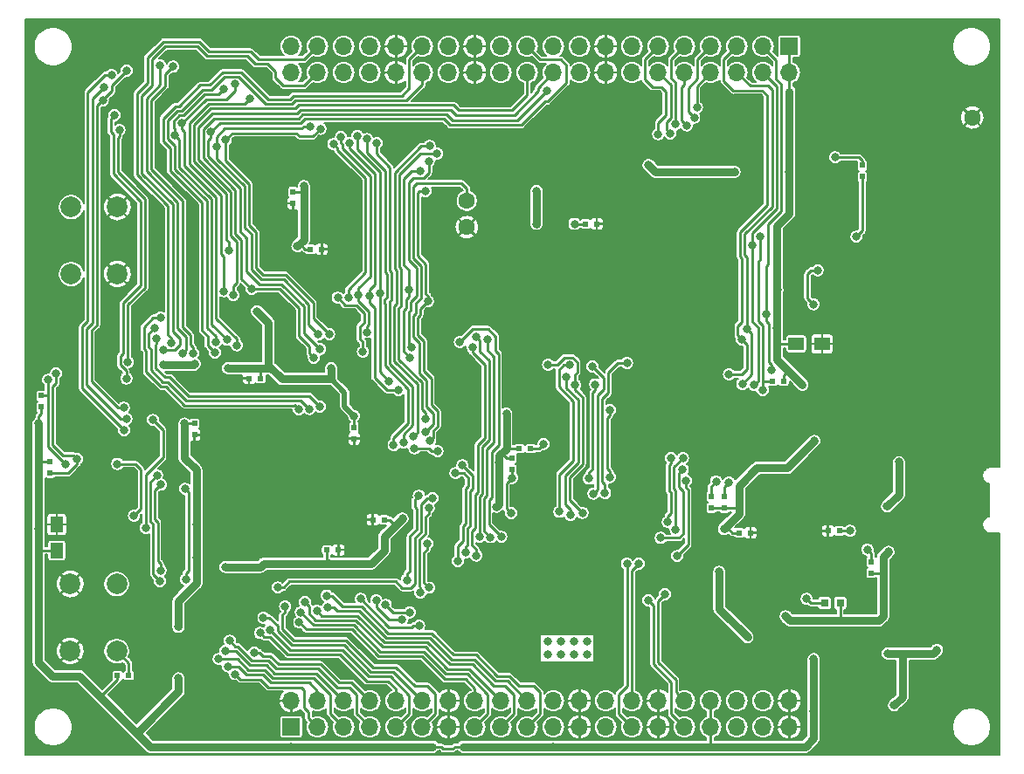
<source format=gbl>
G04 #@! TF.GenerationSoftware,KiCad,Pcbnew,(5.1.2)-1*
G04 #@! TF.CreationDate,2020-06-11T18:45:18+09:00*
G04 #@! TF.ProjectId,o2_breakout,6f325f62-7265-4616-9b6f-75742e6b6963,rev?*
G04 #@! TF.SameCoordinates,Original*
G04 #@! TF.FileFunction,Copper,L2,Bot*
G04 #@! TF.FilePolarity,Positive*
%FSLAX46Y46*%
G04 Gerber Fmt 4.6, Leading zero omitted, Abs format (unit mm)*
G04 Created by KiCad (PCBNEW (5.1.2)-1) date 2020-06-11 18:45:18*
%MOMM*%
%LPD*%
G04 APERTURE LIST*
%ADD10R,0.500000X0.600000*%
%ADD11C,1.600000*%
%ADD12R,0.600000X0.500000*%
%ADD13C,2.000000*%
%ADD14R,0.800000X0.750000*%
%ADD15R,1.250000X1.500000*%
%ADD16R,1.500000X1.250000*%
%ADD17R,1.700000X1.700000*%
%ADD18O,1.700000X1.700000*%
%ADD19C,0.800000*%
%ADD20C,0.800000*%
%ADD21C,0.250000*%
%ADD22C,0.500000*%
%ADD23C,0.150000*%
G04 APERTURE END LIST*
D10*
X103695500Y-101248120D03*
X103695500Y-102348120D03*
X182422800Y-72500400D03*
X182422800Y-73600400D03*
X183286400Y-112056000D03*
X183286400Y-110956000D03*
D11*
X193065400Y-67868800D03*
X144094200Y-75958700D03*
X144094200Y-78498700D03*
D12*
X174781300Y-93446600D03*
X173681300Y-93446600D03*
D10*
X169062400Y-105744100D03*
X169062400Y-104644100D03*
X167792400Y-105744100D03*
X167792400Y-104644100D03*
D12*
X110244800Y-121996200D03*
X111344800Y-121996200D03*
D13*
X110164000Y-119634000D03*
X105664000Y-119634000D03*
X110164000Y-113134000D03*
X105664000Y-113134000D03*
X105736000Y-76555600D03*
X110236000Y-76555600D03*
X105736000Y-83055600D03*
X110236000Y-83055600D03*
D10*
X102844600Y-95952400D03*
X102844600Y-94852400D03*
X148472600Y-100925800D03*
X148472600Y-102025800D03*
D12*
X149179900Y-100002600D03*
X150279900Y-100002600D03*
X155591420Y-78183740D03*
X156691420Y-78183740D03*
D14*
X178774100Y-114963200D03*
X180274100Y-114963200D03*
D15*
X104363520Y-109860400D03*
X104363520Y-107360400D03*
D10*
X127246380Y-75088660D03*
X127246380Y-76188660D03*
X133172200Y-97925800D03*
X133172200Y-99025800D03*
D16*
X176024220Y-89827100D03*
X178524220Y-89827100D03*
D12*
X136081300Y-106886000D03*
X134981300Y-106886000D03*
X124092500Y-93182700D03*
X122992500Y-93182700D03*
X180191500Y-107975400D03*
X179091500Y-107975400D03*
X170490500Y-108156000D03*
X171590500Y-108156000D03*
X130549560Y-109821980D03*
X131649560Y-109821980D03*
D10*
X117713200Y-97560300D03*
X117713200Y-98660300D03*
D12*
X128939200Y-80645000D03*
X130039200Y-80645000D03*
D17*
X175336200Y-60960000D03*
D18*
X175336200Y-63500000D03*
X172796200Y-60960000D03*
X172796200Y-63500000D03*
X170256200Y-60960000D03*
X170256200Y-63500000D03*
X167716200Y-60960000D03*
X167716200Y-63500000D03*
X165176200Y-60960000D03*
X165176200Y-63500000D03*
X162636200Y-60960000D03*
X162636200Y-63500000D03*
X160096200Y-60960000D03*
X160096200Y-63500000D03*
X157556200Y-60960000D03*
X157556200Y-63500000D03*
X155016200Y-60960000D03*
X155016200Y-63500000D03*
X152476200Y-60960000D03*
X152476200Y-63500000D03*
X149936200Y-60960000D03*
X149936200Y-63500000D03*
X147396200Y-60960000D03*
X147396200Y-63500000D03*
X144856200Y-60960000D03*
X144856200Y-63500000D03*
X142316200Y-60960000D03*
X142316200Y-63500000D03*
X139776200Y-60960000D03*
X139776200Y-63500000D03*
X137236200Y-60960000D03*
X137236200Y-63500000D03*
X134696200Y-60960000D03*
X134696200Y-63500000D03*
X132156200Y-60960000D03*
X132156200Y-63500000D03*
X129616200Y-60960000D03*
X129616200Y-63500000D03*
X127076200Y-60960000D03*
X127076200Y-63500000D03*
X175336200Y-124460000D03*
X175336200Y-127000000D03*
X172796200Y-124460000D03*
X172796200Y-127000000D03*
X170256200Y-124460000D03*
X170256200Y-127000000D03*
X167716200Y-124460000D03*
X167716200Y-127000000D03*
X165176200Y-124460000D03*
X165176200Y-127000000D03*
X162636200Y-124460000D03*
X162636200Y-127000000D03*
X160096200Y-124460000D03*
X160096200Y-127000000D03*
X157556200Y-124460000D03*
X157556200Y-127000000D03*
X155016200Y-124460000D03*
X155016200Y-127000000D03*
X152476200Y-124460000D03*
X152476200Y-127000000D03*
X149936200Y-124460000D03*
X149936200Y-127000000D03*
X147396200Y-124460000D03*
X147396200Y-127000000D03*
X144856200Y-124460000D03*
X144856200Y-127000000D03*
X142316200Y-124460000D03*
X142316200Y-127000000D03*
X139776200Y-124460000D03*
X139776200Y-127000000D03*
X137236200Y-124460000D03*
X137236200Y-127000000D03*
X134696200Y-124460000D03*
X134696200Y-127000000D03*
X132156200Y-124460000D03*
X132156200Y-127000000D03*
X129616200Y-124460000D03*
X129616200Y-127000000D03*
X127076200Y-124460000D03*
D17*
X127076200Y-127000000D03*
D19*
X155727400Y-118706900D03*
X154457400Y-118706900D03*
X153187400Y-118706900D03*
X151917400Y-118706900D03*
X151917400Y-119976900D03*
X153187400Y-119976900D03*
X155727400Y-119976900D03*
X154457400Y-119976900D03*
X150847500Y-78184000D03*
X150847500Y-74966990D03*
X177708000Y-125434800D03*
X116738400Y-97561400D03*
X134823200Y-111151830D03*
X128305000Y-74501000D03*
X177708000Y-120405600D03*
X175352970Y-73135750D03*
X102621080Y-97520760D03*
X147927058Y-96586040D03*
X116154200Y-117294658D03*
X170037760Y-73134220D03*
X120936990Y-92176600D03*
X127060870Y-128905000D03*
X130944620Y-92163900D03*
X133172200Y-96824800D03*
X127685800Y-80340200D03*
X175171100Y-101866700D03*
X161709100Y-72466200D03*
X147218400Y-101353620D03*
X177787300Y-99250500D03*
X152455790Y-128909990D03*
X116154200Y-122275600D03*
X102616000Y-107797602D03*
X168576700Y-111953300D03*
X169008500Y-107787700D03*
X124875998Y-91925400D03*
X137862852Y-106764549D03*
X174152000Y-88315800D03*
X171294500Y-118290600D03*
X130784600Y-111151840D03*
X117741700Y-91744800D03*
X123748800Y-86653200D03*
X176618900Y-93789500D03*
X146963832Y-105623771D03*
X120695720Y-111467900D03*
X114658567Y-91871373D03*
X117878860Y-110573820D03*
X116936280Y-101093088D03*
X174183040Y-84597240D03*
X117878860Y-107317540D03*
X187100920Y-125181620D03*
X187096400Y-126212600D03*
X181543400Y-86172300D03*
X183321400Y-86172300D03*
X129565400Y-78752700D03*
X153543000Y-83248500D03*
X153543000Y-86741000D03*
X156273500Y-86741000D03*
X159131000Y-86741000D03*
X162052000Y-86741000D03*
X156273500Y-83248500D03*
X159131000Y-83248500D03*
X162052000Y-83248500D03*
X118948200Y-93941900D03*
X159346900Y-97917000D03*
X159346900Y-99758500D03*
X159346900Y-101536500D03*
X158231840Y-106773980D03*
X160365440Y-106773980D03*
X158480760Y-119059960D03*
X143771620Y-119014240D03*
X146766280Y-118986300D03*
X149928580Y-119014240D03*
X165417500Y-96139000D03*
X168148000Y-96139000D03*
X170815000Y-96139000D03*
X115305840Y-126357380D03*
X177190400Y-73558400D03*
X177139600Y-68935600D03*
X177139600Y-66802000D03*
X106172000Y-67297300D03*
X184942480Y-121737120D03*
X178990700Y-121897400D03*
X178990700Y-123103900D03*
X183972200Y-127622300D03*
X183946800Y-126492000D03*
X114297460Y-127431800D03*
X112415320Y-125267720D03*
X181559200Y-84759800D03*
X181559200Y-83312000D03*
X181559200Y-81711800D03*
X187248800Y-89535000D03*
X185420000Y-89535000D03*
X182676800Y-89560400D03*
X180949600Y-89560400D03*
X189529720Y-107558840D03*
X189534800Y-108851700D03*
X167205100Y-111204000D03*
X112077500Y-110845600D03*
X112090200Y-112141000D03*
X163573460Y-118252240D03*
X189275720Y-105945940D03*
X189484000Y-101015800D03*
X170157140Y-91513660D03*
X169428160Y-84884260D03*
X169418000Y-86969600D03*
X184942480Y-123007120D03*
X176479200Y-96342200D03*
X179095400Y-99618800D03*
X175933100Y-91262200D03*
X186148980Y-115478560D03*
X187998100Y-105943400D03*
X190929260Y-111556800D03*
X190847980Y-109997240D03*
X192224660Y-109989620D03*
X192262760Y-111546640D03*
X187746640Y-115481100D03*
X189362080Y-115473480D03*
X190738760Y-99809300D03*
X192161160Y-99791520D03*
X190738760Y-98412300D03*
X192168780Y-98386900D03*
X185315860Y-94912180D03*
X188346080Y-95242380D03*
X185318400Y-93573600D03*
X187337700Y-95229680D03*
X181843680Y-99740720D03*
X172105320Y-68262500D03*
X172110400Y-70053200D03*
X172092620Y-71854060D03*
X182874920Y-113604040D03*
X179730400Y-113588800D03*
X163576000Y-119697500D03*
X120243600Y-93941900D03*
X135382000Y-94742000D03*
X162763200Y-96139000D03*
X174795180Y-106126280D03*
X176827180Y-106126280D03*
X176827180Y-108158280D03*
X174795180Y-108158280D03*
X172763180Y-108158280D03*
X172763180Y-110190280D03*
X174795180Y-110190280D03*
X176827180Y-110190280D03*
X124460000Y-102108000D03*
X127000000Y-102108000D03*
X121920000Y-102108000D03*
X129539998Y-102108000D03*
X132080000Y-102108000D03*
X121920000Y-99568000D03*
X121920000Y-97028000D03*
X121920000Y-104648000D03*
X121920000Y-107188000D03*
X124460000Y-104648000D03*
X127000000Y-104648000D03*
X129540000Y-104648000D03*
X129540000Y-107188000D03*
X127000000Y-107188000D03*
X124460000Y-107188000D03*
X132080000Y-107188000D03*
X132080000Y-104648000D03*
X129540000Y-99568000D03*
X127000000Y-99568000D03*
X124460000Y-99568000D03*
X124460000Y-97028000D03*
X128358900Y-97802700D03*
X130860800Y-97764600D03*
X132080000Y-99568000D03*
X151673000Y-97576900D03*
X129560320Y-77216000D03*
X189496700Y-102113080D03*
X125450600Y-114693700D03*
X114526060Y-123169680D03*
X113454180Y-124200920D03*
X129560320Y-75618340D03*
X153459180Y-99057460D03*
X153459180Y-97602040D03*
X161925000Y-91967210D03*
X164909500Y-91967210D03*
X167830500Y-91967210D03*
X140957300Y-111175800D03*
X137541000Y-96075500D03*
X137541000Y-96964500D03*
X123586240Y-123342400D03*
X124632720Y-124147580D03*
X134162800Y-93751400D03*
X106257800Y-86985100D03*
X106299000Y-69062600D03*
X106270500Y-85410300D03*
X105689400Y-78587600D03*
X105714800Y-80873600D03*
X116103400Y-110175040D03*
X171942200Y-75478900D03*
X170900800Y-76558400D03*
X169799000Y-77724000D03*
X133162040Y-79865220D03*
X133162040Y-76499720D03*
X133139180Y-78153260D03*
X140306500Y-80381100D03*
X140306500Y-76530200D03*
X140306500Y-78447900D03*
X124256800Y-75260200D03*
X137414000Y-109969300D03*
X172770800Y-106108500D03*
X116108480Y-109083950D03*
X135966200Y-125730000D03*
X160299400Y-69773800D03*
X156464000Y-69748400D03*
X158394400Y-69773800D03*
X106156760Y-123489720D03*
X107635040Y-124927360D03*
X108963460Y-126365000D03*
X119258080Y-117591840D03*
X119258080Y-118963440D03*
X114173000Y-77952600D03*
X110413800Y-78689200D03*
X110413800Y-80721200D03*
X109905800Y-89509600D03*
X176479200Y-97764600D03*
X124307600Y-78054200D03*
X124256800Y-76657200D03*
X103873300Y-118643400D03*
X164299900Y-112420400D03*
X121513600Y-87325200D03*
X126822200Y-77622400D03*
X126847600Y-78971400D03*
X135915400Y-123393200D03*
X114414300Y-71145400D03*
X114465100Y-72478900D03*
X111226600Y-72517000D03*
X111213900Y-70789800D03*
X110274100Y-127660400D03*
X111696500Y-129044700D03*
X167192400Y-110124500D03*
X167192400Y-112347000D03*
X126336500Y-86210400D03*
X142757600Y-116118900D03*
X149272700Y-116042700D03*
X142262300Y-108981500D03*
X157832500Y-110124500D03*
X158480200Y-120449600D03*
X150695100Y-109984800D03*
X158505600Y-121846600D03*
X168233800Y-116982500D03*
X170189600Y-119027200D03*
X149920400Y-97589600D03*
X103898700Y-114350802D03*
X144815000Y-92535000D03*
X144815000Y-94440000D03*
X144815000Y-96345000D03*
X144815000Y-98250000D03*
X117576040Y-80520800D03*
X117576040Y-77472800D03*
X114182600Y-81346300D03*
X169173600Y-117998500D03*
X171751700Y-116906300D03*
X171650100Y-114226600D03*
X170735700Y-114226600D03*
X149933100Y-99062800D03*
X166595500Y-105590600D03*
X166582800Y-104333300D03*
X166811400Y-102314000D03*
X170138800Y-102174300D03*
X136242500Y-113921800D03*
X177190400Y-74955400D03*
X125945900Y-91084400D03*
X177795180Y-93419284D03*
X176894214Y-92307686D03*
X131483100Y-120812560D03*
X139354560Y-121117360D03*
X144132300Y-100393500D03*
X142681960Y-100373180D03*
X132842000Y-89115900D03*
X116324380Y-61920120D03*
X117584220Y-61920120D03*
X112201400Y-108702100D03*
X109905800Y-87017860D03*
X110850680Y-94937580D03*
X116474240Y-125232160D03*
X112001300Y-100248720D03*
X113157000Y-94965520D03*
X111597440Y-103883460D03*
X105722420Y-92514420D03*
X105727500Y-93571060D03*
X177944780Y-84051140D03*
X175320960Y-85778340D03*
X169379900Y-79428340D03*
X138092180Y-105674160D03*
X126928880Y-70434200D03*
X126174500Y-97815400D03*
X119176800Y-109334300D03*
X134188200Y-109943900D03*
X177136500Y-117916210D03*
X177136500Y-119039900D03*
X151638000Y-70688200D03*
X153606500Y-70688200D03*
X120865900Y-114122200D03*
X183527700Y-105549700D03*
X180682900Y-111721900D03*
X185500000Y-124900000D03*
X184824323Y-105591657D03*
X189661800Y-119507000D03*
X175002900Y-116258600D03*
X185978800Y-101295204D03*
X184439000Y-116258900D03*
X184871360Y-119852440D03*
X184962800Y-109994700D03*
X177025300Y-114579400D03*
X138592000Y-91138000D03*
X139562863Y-73022466D03*
X138468100Y-84594700D03*
X162648900Y-69481700D03*
X136532910Y-93451090D03*
X133475843Y-69640621D03*
X135650956Y-84922189D03*
X137449000Y-94313000D03*
X132743897Y-70326565D03*
X134655000Y-85194400D03*
X134430610Y-88681854D03*
X131902201Y-69748400D03*
X133604000Y-85102700D03*
X117566803Y-90744800D03*
X115646200Y-62928500D03*
X116529355Y-90744790D03*
X114350800Y-62788800D03*
X115456793Y-89719028D03*
X114731791Y-90436691D03*
X129273543Y-91183912D03*
X151886920Y-65247520D03*
X123225000Y-84492540D03*
X129870200Y-95910400D03*
X121462454Y-85115165D03*
X113995200Y-89293700D03*
X128843790Y-96148484D03*
X113804700Y-88265000D03*
X120548400Y-84709568D03*
X123065967Y-66024333D03*
X127812800Y-96189800D03*
X121056398Y-80784700D03*
X114412645Y-87279701D03*
X119298000Y-69261159D03*
X129881790Y-90336131D03*
X130757944Y-88889514D03*
X129895600Y-68962110D03*
X120745665Y-70011705D03*
X119865516Y-70677141D03*
X129717460Y-88886120D03*
X128895599Y-68741177D03*
X115835205Y-69571253D03*
X120865900Y-89437645D03*
X120537508Y-65092362D03*
X116479226Y-68435126D03*
X121818400Y-89966800D03*
X121648220Y-64633033D03*
X109956600Y-67640200D03*
X111100870Y-93176090D03*
X110845600Y-96037400D03*
X108813600Y-66192400D03*
X111138702Y-63321557D03*
X108915200Y-64947800D03*
X111099600Y-97104200D03*
X110896400Y-98221800D03*
X109663390Y-63754000D03*
X137002933Y-99635470D03*
X134426023Y-69952363D03*
X166395400Y-66878200D03*
X137972073Y-99388909D03*
X135351520Y-70358000D03*
X166128700Y-67868800D03*
X138905391Y-98823472D03*
X140487400Y-70637400D03*
X165430200Y-68618100D03*
X140090032Y-97097504D03*
X164293170Y-68516549D03*
X141224000Y-71374000D03*
X138780690Y-90122000D03*
X140417008Y-72099000D03*
X163817300Y-69430900D03*
X181223580Y-107977886D03*
X163574890Y-107122818D03*
X163865105Y-100905052D03*
X143421100Y-89649300D03*
X147431200Y-108549700D03*
X145009467Y-110359550D03*
X165341300Y-103098600D03*
X144638089Y-90130183D03*
X164464700Y-110413800D03*
X145338800Y-108546900D03*
X162888142Y-108659142D03*
X144984023Y-89111696D03*
X165023800Y-102031800D03*
X165040210Y-100906305D03*
X146088100Y-89433400D03*
X146396639Y-108579433D03*
X164328996Y-107870696D03*
X120058180Y-120411240D03*
X116791239Y-103893119D03*
X116859713Y-112667953D03*
X112972579Y-107709810D03*
X110434547Y-69075603D03*
X111252000Y-91587320D03*
X113679813Y-97211307D03*
X119734370Y-89655651D03*
X119684800Y-90678000D03*
X131589780Y-85359240D03*
X134030435Y-90596435D03*
X178089000Y-82692500D03*
X177673000Y-85979000D03*
X171286010Y-88344000D03*
X170786500Y-93741500D03*
X151973280Y-91866720D03*
X154599640Y-93835220D03*
X155295300Y-106222800D03*
X172491400Y-79425800D03*
X157946232Y-96240600D03*
X157946232Y-102745232D03*
X181851298Y-79425800D03*
X172782871Y-94325326D03*
X120962420Y-121136240D03*
X121640738Y-121871011D03*
X137800686Y-116594921D03*
X135315400Y-114709200D03*
X171914080Y-93830144D03*
X154114500Y-106452510D03*
X171761421Y-80279240D03*
X153763980Y-93081996D03*
X161696400Y-114706400D03*
X139573000Y-113982500D03*
X140402021Y-105764539D03*
X138277600Y-112739000D03*
X163296600Y-114122200D03*
X139455600Y-104585000D03*
X156270400Y-92027000D03*
X156372000Y-104353697D03*
X173123860Y-86972140D03*
X148399500Y-106260900D03*
X153077337Y-106120090D03*
X154051000Y-91897200D03*
X173634400Y-92367100D03*
X148472600Y-102823728D03*
X159613600Y-91694000D03*
X125771411Y-113460530D03*
X140763700Y-104815900D03*
X157489600Y-104295200D03*
X139476480Y-117165120D03*
X133804100Y-114570027D03*
X138558067Y-115869911D03*
X136235778Y-115169957D03*
X140277317Y-109220000D03*
X140441011Y-113485954D03*
X160761680Y-111155480D03*
X143227500Y-110924600D03*
X142999763Y-102373727D03*
X130619870Y-115383218D03*
X130515002Y-114253030D03*
X114061240Y-102577900D03*
X120717308Y-119630276D03*
X114363500Y-112839498D03*
X114456094Y-103496646D03*
X121131500Y-118630700D03*
X114422589Y-111803437D03*
X169501820Y-92776038D03*
X170738800Y-89408000D03*
X156548264Y-93765572D03*
X155918626Y-102903686D03*
X140079743Y-98342238D03*
X154530500Y-78183180D03*
X168249600Y-103174800D03*
X169506899Y-103263700D03*
X128396422Y-114887624D03*
X129565224Y-115706478D03*
X127858855Y-116863921D03*
X128018318Y-115867052D03*
X124387000Y-116407357D03*
X126496411Y-115316000D03*
X124062685Y-117887108D03*
X125006587Y-117556876D03*
X123508573Y-119771958D03*
X139023800Y-99964500D03*
X143964100Y-110086400D03*
X159610500Y-111138800D03*
X141246290Y-100236020D03*
X143680180Y-101627940D03*
X131165600Y-70459600D03*
X132632908Y-85341409D03*
X140081000Y-75006200D03*
X140310790Y-85707367D03*
X140521290Y-99239490D03*
X103505000Y-93319600D03*
X105222042Y-101528880D03*
X151543200Y-99542600D03*
X179781200Y-71729600D03*
X111843820Y-106499660D03*
X110234303Y-101469617D03*
X106337100Y-101009620D03*
X104300020Y-92684600D03*
X182905400Y-109778675D03*
D20*
X150847500Y-78184000D02*
X150847500Y-74966990D01*
X177698400Y-125444400D02*
X177708000Y-125434800D01*
D21*
X127153760Y-75077320D02*
X128435100Y-75077320D01*
X124088600Y-93119200D02*
X124088600Y-92065100D01*
X110244800Y-122419200D02*
X108534200Y-124129800D01*
X110244800Y-122021600D02*
X110244800Y-122419200D01*
X102844600Y-96621600D02*
X102844600Y-95952400D01*
X102621080Y-96845120D02*
X102844600Y-96621600D01*
X102621080Y-97520760D02*
X102621080Y-96845120D01*
X133172200Y-97866200D02*
X133172200Y-96824800D01*
X167711210Y-128909990D02*
X167711210Y-124464990D01*
D20*
X177708000Y-128092760D02*
X177708000Y-120405600D01*
X176890770Y-128909990D02*
X177708000Y-128092760D01*
X143743590Y-128909990D02*
X176890770Y-128909990D01*
X116154200Y-123560840D02*
X116154200Y-122275600D01*
X112130840Y-127584200D02*
X116154200Y-123560840D01*
X130944620Y-93230700D02*
X130944620Y-92163900D01*
D21*
X142970250Y-128909990D02*
X143743590Y-128909990D01*
X142759340Y-129120900D02*
X142970250Y-128909990D01*
X141798220Y-129120900D02*
X142759340Y-129120900D01*
X140787210Y-128909990D02*
X141587310Y-128909990D01*
X141587310Y-128909990D02*
X141798220Y-129120900D01*
D20*
X102621080Y-97520760D02*
X102616000Y-97525840D01*
X102616000Y-107797600D02*
X102616000Y-107797602D01*
X102603300Y-107810302D02*
X102616000Y-107797602D01*
X113390590Y-128909990D02*
X140787210Y-128909990D01*
X106553000Y-122072400D02*
X113390590Y-128909990D01*
X103936800Y-122072400D02*
X106553000Y-122072400D01*
X102621080Y-120756680D02*
X103936800Y-122072400D01*
X102621080Y-97520760D02*
X102621080Y-120756680D01*
D21*
X167792400Y-105740200D02*
X170497500Y-105740200D01*
D20*
X128305560Y-74501560D02*
X128305560Y-79720440D01*
X128305560Y-79720440D02*
X127685800Y-80340200D01*
D21*
X130530600Y-109829600D02*
X130530600Y-111379000D01*
X175336200Y-60960000D02*
X175336200Y-65303400D01*
D20*
X177787300Y-99250500D02*
X175171100Y-101866700D01*
X172199300Y-101866700D02*
X175183800Y-101866700D01*
X170472100Y-103593900D02*
X172199300Y-101866700D01*
X169008500Y-107787700D02*
X170472100Y-106324100D01*
X170472100Y-106324100D02*
X170472100Y-103593900D01*
D21*
X169852600Y-108168700D02*
X169354500Y-107670600D01*
X170494400Y-108168700D02*
X169852600Y-108168700D01*
D20*
X126183840Y-93233240D02*
X130942080Y-93233240D01*
X124876000Y-91925400D02*
X126183840Y-93233240D01*
D21*
X117713200Y-97561400D02*
X116738400Y-97561400D01*
D20*
X175352970Y-65320170D02*
X175352970Y-77171810D01*
D21*
X176024220Y-89827100D02*
X174149200Y-89827100D01*
D20*
X168579800Y-115575900D02*
X168579800Y-111956400D01*
X171294500Y-118290600D02*
X168579800Y-115575900D01*
X162377120Y-73134220D02*
X161709100Y-72466200D01*
X170037760Y-73134220D02*
X162377120Y-73134220D01*
D21*
X149179900Y-100002600D02*
X148129700Y-100002600D01*
D20*
X120936990Y-92176600D02*
X125127200Y-92176600D01*
X124875998Y-87780398D02*
X123748800Y-86653200D01*
X124875998Y-91925400D02*
X124875998Y-87780398D01*
X174152000Y-91322600D02*
X176618900Y-93789500D01*
X175353980Y-77172820D02*
X174152000Y-78374800D01*
D21*
X174781300Y-92871200D02*
X174781300Y-93446600D01*
X175412400Y-92240100D02*
X174781300Y-92871200D01*
X147936120Y-100925800D02*
X147431760Y-100421440D01*
X148472600Y-100925800D02*
X147936120Y-100925800D01*
D22*
X132252720Y-95905320D02*
X133172200Y-96824800D01*
X132252720Y-94546420D02*
X132252720Y-95905320D01*
X130944620Y-93238320D02*
X132252720Y-94546420D01*
D20*
X147218400Y-105369203D02*
X146963832Y-105623771D01*
X147927058Y-96586040D02*
X147927058Y-99976942D01*
X147927058Y-99976942D02*
X147218400Y-100685600D01*
X147218400Y-100685600D02*
X147218400Y-105369203D01*
X124400470Y-111151830D02*
X134823200Y-111151830D01*
X120695720Y-111467900D02*
X124084400Y-111467900D01*
X124084400Y-111467900D02*
X124400470Y-111151830D01*
X114658567Y-91871373D02*
X117614273Y-91871373D01*
X117740846Y-91744800D02*
X117614273Y-91871373D01*
X117741700Y-91744800D02*
X117740846Y-91744800D01*
D21*
X103695500Y-101248120D02*
X102678140Y-101248120D01*
D20*
X174152000Y-78374800D02*
X174152000Y-91322600D01*
D21*
X136081300Y-106886000D02*
X136631300Y-106886000D01*
X136631300Y-106886000D02*
X137163400Y-107418100D01*
D20*
X136088120Y-108539280D02*
X137862851Y-106764549D01*
X134823200Y-111151830D02*
X136088120Y-109886910D01*
X136088120Y-109886910D02*
X136088120Y-108539280D01*
X116154200Y-114787680D02*
X116154200Y-117294658D01*
X117878860Y-113063020D02*
X116154200Y-114787680D01*
X117878860Y-102035668D02*
X117878860Y-107317540D01*
X116738400Y-97561400D02*
X116738400Y-100895208D01*
X116738400Y-100895208D02*
X117878860Y-102035668D01*
D21*
X104363520Y-109860400D02*
X102653780Y-109860400D01*
X128409700Y-80645000D02*
X127711200Y-79946500D01*
X128939200Y-80645000D02*
X128409700Y-80645000D01*
D20*
X117878860Y-107317540D02*
X117878860Y-113063020D01*
X189316360Y-119852440D02*
X189661800Y-119507000D01*
X185978800Y-104437180D02*
X185978800Y-101295204D01*
X184824323Y-105591657D02*
X185978800Y-104437180D01*
D21*
X180277200Y-114947700D02*
X180277200Y-116398300D01*
D20*
X186296300Y-124103700D02*
X186296300Y-119862600D01*
X185500000Y-124900000D02*
X186296300Y-124103700D01*
X184871360Y-119852440D02*
X189316360Y-119852440D01*
X184061100Y-116636800D02*
X184439000Y-116258900D01*
X175387000Y-116636800D02*
X184061100Y-116636800D01*
X175009100Y-116258900D02*
X175387000Y-116636800D01*
X184439000Y-110518500D02*
X184962800Y-109994700D01*
X184439000Y-116258900D02*
X184439000Y-110518500D01*
D21*
X183286400Y-112056000D02*
X184458700Y-112056000D01*
X177409100Y-114963200D02*
X177025300Y-114579400D01*
X178774100Y-114963200D02*
X177409100Y-114963200D01*
X138210267Y-85500233D02*
X138468100Y-85242400D01*
X138762734Y-73022466D02*
X139562863Y-73022466D01*
X138468100Y-85242400D02*
X138468100Y-82638900D01*
X138468100Y-82638900D02*
X137998200Y-82169000D01*
X137998200Y-82169000D02*
X137998200Y-73787000D01*
X138210267Y-86342102D02*
X138210267Y-85500233D01*
X137960100Y-86592269D02*
X138210267Y-86342102D01*
X138592000Y-91138000D02*
X137960100Y-90506100D01*
X137960100Y-90506100D02*
X137960100Y-86592269D01*
X137998200Y-73787000D02*
X138762734Y-73022466D01*
X162648900Y-68399660D02*
X162648900Y-69481700D01*
X163372800Y-67675760D02*
X162648900Y-68399660D01*
X161366200Y-62230000D02*
X161366200Y-64211200D01*
X162636200Y-60960000D02*
X161366200Y-62230000D01*
X161366200Y-64211200D02*
X162064700Y-64909700D01*
X162064700Y-64909700D02*
X162953700Y-64909700D01*
X162953700Y-64909700D02*
X163372800Y-65328800D01*
X163372800Y-65328800D02*
X163372800Y-67675760D01*
X135650956Y-92569136D02*
X135650956Y-73157925D01*
X133475843Y-70982813D02*
X133475843Y-69640621D01*
X135650956Y-73157925D02*
X133475843Y-70982813D01*
X136532910Y-93451090D02*
X135650956Y-92569136D01*
X132743897Y-70887277D02*
X132743897Y-70326565D01*
X135200945Y-73344325D02*
X132743897Y-70887277D01*
X135200945Y-84058355D02*
X135200945Y-73344325D01*
X134655000Y-84604300D02*
X135200945Y-84058355D01*
X134655000Y-85853980D02*
X134655000Y-84604300D01*
X135155611Y-86354591D02*
X134655000Y-85853980D01*
X135155611Y-93105911D02*
X135155611Y-86354591D01*
X136362700Y-94313000D02*
X135155611Y-93105911D01*
X137449000Y-94313000D02*
X136362700Y-94313000D01*
X134614920Y-87931859D02*
X134614920Y-86654640D01*
X134614920Y-86654640D02*
X133604000Y-85643720D01*
X134731200Y-73591990D02*
X132022011Y-70882801D01*
X132022011Y-70882801D02*
X132022011Y-70433895D01*
X131902201Y-70314085D02*
X131902201Y-69748400D01*
X132022011Y-70433895D02*
X131902201Y-70314085D01*
X134430610Y-88681854D02*
X134430610Y-88116169D01*
X134430610Y-88116169D02*
X134614920Y-87931859D01*
X133604000Y-85643720D02*
X133604000Y-84416900D01*
X134731200Y-83289700D02*
X134731200Y-73591990D01*
X133604000Y-84416900D02*
X134731200Y-83289700D01*
X114884200Y-63690500D02*
X115646200Y-62928500D01*
X114884200Y-64820500D02*
X114884200Y-63690500D01*
X113512600Y-66192100D02*
X114884200Y-64820500D01*
X113512600Y-72910700D02*
X113512600Y-66192100D01*
X117566803Y-90179115D02*
X117315410Y-89927722D01*
X117566803Y-90744800D02*
X117566803Y-90179115D01*
X117315410Y-89927722D02*
X117315410Y-88953770D01*
X117315410Y-88953770D02*
X116550440Y-88188800D01*
X116550440Y-88188800D02*
X116550440Y-75948540D01*
X116550440Y-75948540D02*
X113512600Y-72910700D01*
X114350800Y-62788800D02*
X114350800Y-64706200D01*
X116060220Y-88334990D02*
X116865400Y-89140170D01*
X113062589Y-65994411D02*
X113062589Y-73097100D01*
X113062589Y-73097100D02*
X116060220Y-76094731D01*
X116865400Y-89140170D02*
X116865400Y-90408745D01*
X116060220Y-76094731D02*
X116060220Y-88334990D01*
X116865400Y-90408745D02*
X116529355Y-90744790D01*
X114350800Y-64706200D02*
X113062589Y-65994411D01*
X128346200Y-62230000D02*
X129616200Y-60960000D01*
X123895300Y-62230000D02*
X128346200Y-62230000D01*
X123140340Y-61475040D02*
X123895300Y-62230000D01*
X119128550Y-61475040D02*
X123140340Y-61475040D01*
X118169010Y-60515500D02*
X119128550Y-61475040D01*
X114693700Y-60515500D02*
X118169010Y-60515500D01*
X113157000Y-64515700D02*
X113157000Y-62052200D01*
X115456793Y-89261773D02*
X115137646Y-88942626D01*
X113157000Y-62052200D02*
X114693700Y-60515500D01*
X115456793Y-89719028D02*
X115456793Y-89261773D01*
X115137646Y-88942626D02*
X115137646Y-76444978D01*
X115137646Y-76444978D02*
X112122789Y-73430121D01*
X112122789Y-73430121D02*
X112122789Y-65549911D01*
X112122789Y-65549911D02*
X113157000Y-64515700D01*
X128346200Y-64770000D02*
X129616200Y-63500000D01*
X125564900Y-64020700D02*
X126314200Y-64770000D01*
X125564900Y-63444120D02*
X125564900Y-64020700D01*
X115592860Y-76263782D02*
X112612578Y-73283500D01*
X116281200Y-89303860D02*
X115592860Y-88615520D01*
X113614200Y-62242700D02*
X114884200Y-60972700D01*
X118942150Y-61925050D02*
X122846950Y-61925050D01*
X115592860Y-88615520D02*
X115592860Y-76263782D01*
X116281200Y-89919940D02*
X116281200Y-89303860D01*
X112612578Y-73283500D02*
X112612578Y-65758622D01*
X122846950Y-61925050D02*
X123609100Y-62687200D01*
X114739129Y-90444029D02*
X115757111Y-90444029D01*
X126314200Y-64770000D02*
X128346200Y-64770000D01*
X115757111Y-90444029D02*
X116281200Y-89919940D01*
X112612578Y-65758622D02*
X113614200Y-64757000D01*
X113614200Y-64757000D02*
X113614200Y-62242700D01*
X114884200Y-60972700D02*
X117989800Y-60972700D01*
X117989800Y-60972700D02*
X118942150Y-61925050D01*
X123609100Y-62687200D02*
X124807980Y-62687200D01*
X124807980Y-62687200D02*
X125564900Y-63444120D01*
X128873544Y-90783913D02*
X129273543Y-91183912D01*
X128874520Y-90114120D02*
X128874520Y-90782140D01*
X127838200Y-89077800D02*
X128874520Y-90114120D01*
X127838200Y-86360000D02*
X127838200Y-89077800D01*
X125970740Y-84492540D02*
X127838200Y-86360000D01*
X123225000Y-84492540D02*
X125970740Y-84492540D01*
X148986240Y-68148200D02*
X151886920Y-65247520D01*
X142722600Y-68148200D02*
X148986240Y-68148200D01*
X142140555Y-67566155D02*
X142722600Y-68148200D01*
X128156365Y-67566155D02*
X142140555Y-67566155D01*
X127779198Y-67943322D02*
X128156365Y-67566155D01*
X119590519Y-67943322D02*
X127779198Y-67943322D01*
X118554269Y-68979571D02*
X119590519Y-67943322D01*
X122250200Y-83517740D02*
X122250200Y-79744429D01*
X122250200Y-79744429D02*
X121657132Y-79151361D01*
X121657132Y-79151361D02*
X121657132Y-74899964D01*
X123225000Y-84492540D02*
X122250200Y-83517740D01*
X121657132Y-74899964D02*
X118554269Y-71797101D01*
X118554269Y-71797101D02*
X118554269Y-68979571D01*
X113995200Y-89859385D02*
X113995200Y-89293700D01*
X128828800Y-94869000D02*
X117106700Y-94869000D01*
X129870200Y-95910400D02*
X128828800Y-94869000D01*
X113931700Y-89922885D02*
X113995200Y-89859385D01*
X117106700Y-94869000D02*
X115304980Y-93067278D01*
X115304980Y-93067278D02*
X114826328Y-93067278D01*
X114826328Y-93067278D02*
X113931700Y-92172650D01*
X113931700Y-92172650D02*
X113931700Y-89922885D01*
X121462454Y-84247475D02*
X121462454Y-85115165D01*
X121800189Y-83909740D02*
X121462454Y-84247475D01*
X121800189Y-79930829D02*
X121800189Y-83909740D01*
X121207121Y-79337761D02*
X121800189Y-79930829D01*
X121207121Y-75086364D02*
X121207121Y-79337761D01*
X118104258Y-71983501D02*
X121207121Y-75086364D01*
X118104258Y-68793171D02*
X118104258Y-71983501D01*
X119443896Y-67453533D02*
X118104258Y-68793171D01*
X127632577Y-67453533D02*
X119443896Y-67453533D01*
X127969965Y-67116144D02*
X127632577Y-67453533D01*
X151006978Y-64999702D02*
X151006978Y-65299422D01*
X152476200Y-63530480D02*
X151006978Y-64999702D01*
X151006978Y-65299422D02*
X148697111Y-67609289D01*
X148697111Y-67609289D02*
X143059989Y-67609289D01*
X143059989Y-67609289D02*
X142566844Y-67116144D01*
X142566844Y-67116144D02*
X127969965Y-67116144D01*
X117204236Y-68420371D02*
X119080996Y-66543611D01*
X117204236Y-72356301D02*
X117204236Y-68420371D01*
X120307099Y-75459165D02*
X117204236Y-72356301D01*
X120548400Y-84709568D02*
X120548400Y-81349704D01*
X120307099Y-81108403D02*
X120307099Y-75459165D01*
X120548400Y-81349704D02*
X120307099Y-81108403D01*
X119080996Y-66543611D02*
X122546689Y-66543611D01*
X123065967Y-66024333D02*
X122546689Y-66543611D01*
X128014317Y-95319011D02*
X128843790Y-96148484D01*
X116920301Y-95319011D02*
X128014317Y-95319011D01*
X113264111Y-88805589D02*
X113264111Y-90124710D01*
X115118580Y-93517289D02*
X116920301Y-95319011D01*
X113264111Y-90124710D02*
X113479580Y-90340179D01*
X113804700Y-88265000D02*
X113264111Y-88805589D01*
X113479580Y-90340179D02*
X113479580Y-92356940D01*
X113479580Y-92356940D02*
X114639929Y-93517289D01*
X114639929Y-93517289D02*
X115118580Y-93517289D01*
X116760980Y-95796100D02*
X127406502Y-95796100D01*
X127406502Y-95796100D02*
X127412801Y-95789801D01*
X114932180Y-93967300D02*
X116760980Y-95796100D01*
X114452400Y-93967300D02*
X114932180Y-93967300D01*
X113716997Y-87279701D02*
X112814100Y-88182598D01*
X112814100Y-88182598D02*
X112814100Y-90311110D01*
X114412645Y-87279701D02*
X113716997Y-87279701D01*
X112814100Y-90311110D02*
X113027460Y-90524470D01*
X113027460Y-90524470D02*
X113027460Y-92542360D01*
X127412801Y-95789801D02*
X127812800Y-96189800D01*
X113027460Y-92542360D02*
X114452400Y-93967300D01*
X149936200Y-65671700D02*
X149936200Y-63601600D01*
X148450495Y-67157405D02*
X149936200Y-65671700D01*
X143293905Y-67157405D02*
X148450495Y-67157405D01*
X142802633Y-66666133D02*
X143293905Y-67157405D01*
X127783567Y-66666133D02*
X142802633Y-66666133D01*
X127446178Y-67003522D02*
X127783567Y-66666133D01*
X119257496Y-67003522D02*
X127446178Y-67003522D01*
X121056398Y-79997298D02*
X120757110Y-79698010D01*
X121056398Y-80784700D02*
X121056398Y-79997298D01*
X120757110Y-79698010D02*
X120757110Y-75272764D01*
X120757110Y-75272764D02*
X117654247Y-72169901D01*
X117654247Y-72169901D02*
X117654247Y-68606771D01*
X117654247Y-68606771D02*
X119257496Y-67003522D01*
X119049800Y-70075044D02*
X119298000Y-69826844D01*
X119298000Y-69826844D02*
X119298000Y-69261159D01*
X119049800Y-71656221D02*
X119049800Y-70075044D01*
X122107140Y-78927140D02*
X122107141Y-74713563D01*
X128335178Y-88789519D02*
X128335178Y-86220566D01*
X129881790Y-90336131D02*
X128335178Y-88789519D01*
X128335178Y-86220566D02*
X126148834Y-84034222D01*
X122758200Y-79578200D02*
X122107140Y-78927140D01*
X126148834Y-84034222D02*
X124011000Y-84034222D01*
X122107141Y-74713563D02*
X119049800Y-71656221D01*
X124011000Y-84034222D02*
X122758200Y-82781422D01*
X122758200Y-82781422D02*
X122758200Y-79578200D01*
X120165826Y-68393333D02*
X119298000Y-69261159D01*
X127999467Y-68393333D02*
X120165826Y-68393333D01*
X128376634Y-68016166D02*
X127999467Y-68393333D01*
X141892066Y-68016166D02*
X128376634Y-68016166D01*
X142474110Y-68598210D02*
X141892066Y-68016166D01*
X149384590Y-68598210D02*
X142474110Y-68598210D01*
X151676100Y-66306700D02*
X149384590Y-68598210D01*
X151218900Y-62242700D02*
X153212800Y-62242700D01*
X153212800Y-62242700D02*
X153746200Y-62776100D01*
X153746200Y-62776100D02*
X153746200Y-64490600D01*
X153746200Y-64490600D02*
X151930100Y-66306700D01*
X149936200Y-60960000D02*
X151218900Y-62242700D01*
X151930100Y-66306700D02*
X151676100Y-66306700D01*
X129235200Y-87366770D02*
X130757944Y-88889514D01*
X124383800Y-83134200D02*
X126521632Y-83134200D01*
X120745665Y-72079265D02*
X123020250Y-74353850D01*
X120745665Y-70011705D02*
X120745665Y-72079265D01*
X123020250Y-74353850D02*
X123020250Y-78339110D01*
X123020250Y-78339110D02*
X123682200Y-79001060D01*
X126521632Y-83134200D02*
X129235200Y-85847768D01*
X123682200Y-79001060D02*
X123682200Y-82432600D01*
X129235200Y-85847768D02*
X129235200Y-87366770D01*
X123682200Y-82432600D02*
X124383800Y-83134200D01*
X129190250Y-69667460D02*
X129895600Y-68962110D01*
X127868340Y-69667460D02*
X129190250Y-69667460D01*
X127593680Y-69392800D02*
X127868340Y-69667460D01*
X120745665Y-70011705D02*
X121364570Y-69392800D01*
X121364570Y-69392800D02*
X127593680Y-69392800D01*
X128785189Y-86034167D02*
X128785189Y-87953849D01*
X126335233Y-83584211D02*
X128785189Y-86034167D01*
X124197400Y-83584211D02*
X126335233Y-83584211D01*
X123232189Y-79196209D02*
X123232189Y-82619000D01*
X122570240Y-78534260D02*
X123232189Y-79196209D01*
X122570239Y-74540249D02*
X122570240Y-78534260D01*
X128895599Y-68741177D02*
X128286623Y-68741177D01*
X128085901Y-68941899D02*
X120643701Y-68941899D01*
X128785189Y-87953849D02*
X129717460Y-88886120D01*
X123232189Y-82619000D02*
X124197400Y-83584211D01*
X120643701Y-68941899D02*
X119862600Y-69723000D01*
X119862600Y-69723000D02*
X119862600Y-71832610D01*
X128286623Y-68741177D02*
X128085901Y-68941899D01*
X119862600Y-71832610D02*
X122570239Y-74540249D01*
X119352922Y-87924667D02*
X120865900Y-89437645D01*
X119352922Y-75777810D02*
X119352922Y-87924667D01*
X116255800Y-72680688D02*
X119352922Y-75777810D01*
X115835205Y-69571253D02*
X116255800Y-69991848D01*
X116255800Y-69991848D02*
X116255800Y-72680688D01*
X119986280Y-65643590D02*
X120537508Y-65092362D01*
X115671600Y-68211700D02*
X116222780Y-67660520D01*
X116222780Y-67660520D02*
X116617422Y-67660520D01*
X118634352Y-65643590D02*
X119986280Y-65643590D01*
X116617422Y-67660520D02*
X118634352Y-65643590D01*
X115835205Y-68972205D02*
X115835205Y-69571253D01*
X115671600Y-68808600D02*
X115835205Y-68972205D01*
X115671600Y-68808600D02*
X115671600Y-68211700D01*
X121818400Y-89357200D02*
X121818400Y-89966800D01*
X116479226Y-69000811D02*
X116752213Y-69273798D01*
X116479226Y-68435126D02*
X116479226Y-69000811D01*
X116752213Y-69273798D02*
X116752213Y-72540690D01*
X116752213Y-72540690D02*
X119802933Y-75591410D01*
X119802933Y-75591410D02*
X119802933Y-87341733D01*
X119802933Y-87341733D02*
X121818400Y-89357200D01*
X118820752Y-66093600D02*
X116479226Y-68435126D01*
X120797060Y-66093600D02*
X118820752Y-66093600D01*
X121648220Y-64633033D02*
X121648220Y-65242440D01*
X121648220Y-65242440D02*
X120797060Y-66093600D01*
X110512860Y-91884500D02*
X111102140Y-92473780D01*
X110512860Y-91020900D02*
X110512860Y-91884500D01*
X110801989Y-90731771D02*
X110512860Y-91020900D01*
X110801989Y-85856100D02*
X110801989Y-90731771D01*
X112471200Y-84186889D02*
X110801989Y-85856100D01*
X109601000Y-67995800D02*
X109601000Y-69246602D01*
X109601000Y-69246602D02*
X109829600Y-69475202D01*
X109829600Y-69475202D02*
X109829599Y-73343910D01*
X109956600Y-67640200D02*
X109601000Y-67995800D01*
X109829599Y-73343910D02*
X112471200Y-75985510D01*
X112471200Y-75985510D02*
X112471200Y-84186889D01*
X111100870Y-92475050D02*
X111102140Y-92473780D01*
X111100870Y-93176090D02*
X111100870Y-92475050D01*
X107718300Y-93494301D02*
X110261398Y-96037400D01*
X109728000Y-64732259D02*
X109728000Y-65278000D01*
X111138702Y-63321557D02*
X109728000Y-64732259D01*
X109728000Y-65278000D02*
X108267500Y-66738500D01*
X108267500Y-66738500D02*
X108267500Y-87993531D01*
X108267500Y-87993531D02*
X107718300Y-88542731D01*
X110261398Y-96037400D02*
X110845600Y-96037400D01*
X107718300Y-88542731D02*
X107718300Y-93494301D01*
X107266611Y-88358010D02*
X107266611Y-93836896D01*
X110533915Y-97104200D02*
X111099600Y-97104200D01*
X107817489Y-87807132D02*
X107266611Y-88358010D01*
X107817489Y-66045511D02*
X107817489Y-87807132D01*
X107266611Y-93836896D02*
X110533915Y-97104200D01*
X108915200Y-64947800D02*
X107817489Y-66045511D01*
X109029500Y-63754000D02*
X109663390Y-63754000D01*
X107367478Y-65416022D02*
X109029500Y-63754000D01*
X107367478Y-87620732D02*
X107367478Y-65416022D01*
X106816600Y-88171610D02*
X107367478Y-87620732D01*
X106816600Y-94142000D02*
X106816600Y-88171610D01*
X110896400Y-98221800D02*
X106816600Y-94142000D01*
X134426023Y-71261303D02*
X134426023Y-69952363D01*
X136198156Y-82914600D02*
X136198156Y-73033436D01*
X136375956Y-83092400D02*
X136198156Y-82914600D01*
X136375956Y-85321454D02*
X136375956Y-83092400D01*
X136198156Y-73033436D02*
X134426023Y-71261303D01*
X136153731Y-85543679D02*
X136375956Y-85321454D01*
X136153731Y-85916481D02*
X136153731Y-85543679D01*
X137002933Y-98950067D02*
X138401500Y-97551500D01*
X137002933Y-99635470D02*
X137002933Y-98950067D01*
X138401500Y-97551500D02*
X138401500Y-94192498D01*
X138401500Y-94192498D02*
X136159180Y-91950178D01*
X136159180Y-91950178D02*
X136159180Y-85921930D01*
X136159180Y-85921930D02*
X136153731Y-85916481D01*
X166395400Y-64820800D02*
X167716200Y-63500000D01*
X166395400Y-66878200D02*
X166395400Y-64820800D01*
X165557200Y-67297300D02*
X166128700Y-67868800D01*
X165557200Y-65006220D02*
X165557200Y-67297300D01*
X166446200Y-64117220D02*
X165557200Y-65006220D01*
X167716200Y-60960000D02*
X166446200Y-62230000D01*
X166446200Y-62230000D02*
X166446200Y-64117220D01*
X135351520Y-71386700D02*
X135351520Y-70358000D01*
X136648167Y-82728200D02*
X136648167Y-72683347D01*
X136648167Y-72683347D02*
X135351520Y-71386700D01*
X136830664Y-82910697D02*
X136648167Y-82728200D01*
X136830664Y-85503156D02*
X136830664Y-82910697D01*
X136603740Y-85730080D02*
X136830664Y-85503156D01*
X137972073Y-98617338D02*
X138851511Y-97737900D01*
X137972073Y-99388909D02*
X137972073Y-98617338D01*
X138851511Y-97737900D02*
X138851511Y-94006098D01*
X138851511Y-94006098D02*
X136609191Y-91763778D01*
X136609191Y-91763778D02*
X136609191Y-85735531D01*
X136609191Y-85735531D02*
X136603740Y-85730080D01*
X164922200Y-68110100D02*
X165430200Y-68618100D01*
X164922200Y-64956081D02*
X164922200Y-68110100D01*
X165176200Y-63500000D02*
X165176200Y-64702081D01*
X165176200Y-64702081D02*
X164922200Y-64956081D01*
X137059202Y-86182527D02*
X137280675Y-85961054D01*
X137280675Y-85961054D02*
X137280675Y-82724297D01*
X137280675Y-82724297D02*
X137098178Y-82541800D01*
X137098178Y-73212411D02*
X139673189Y-70637400D01*
X139673189Y-70637400D02*
X140487400Y-70637400D01*
X137059202Y-91511613D02*
X137059202Y-86182527D01*
X139305390Y-93757801D02*
X137059202Y-91511613D01*
X139305390Y-98423473D02*
X139305390Y-93757801D01*
X138905391Y-98823472D02*
X139305390Y-98423473D01*
X137098178Y-82541800D02*
X137098178Y-73212411D01*
X164293170Y-64438150D02*
X164293170Y-68516549D01*
X163906200Y-64051180D02*
X164293170Y-64438150D01*
X165176200Y-60960000D02*
X163906200Y-62230000D01*
X163906200Y-62230000D02*
X163906200Y-64051180D01*
X140090032Y-96531819D02*
X140090032Y-97097504D01*
X139755398Y-96197185D02*
X140090032Y-96531819D01*
X139755398Y-93571399D02*
X139755398Y-96197185D01*
X137509213Y-91325213D02*
X139755398Y-93571399D01*
X137509213Y-86368927D02*
X137509213Y-91325213D01*
X137730686Y-86147454D02*
X137509213Y-86368927D01*
X139573000Y-71374000D02*
X137548189Y-73398811D01*
X141224000Y-71374000D02*
X139573000Y-71374000D01*
X137730686Y-82537897D02*
X137730686Y-86147454D01*
X137548189Y-73398811D02*
X137548189Y-82355400D01*
X137548189Y-82355400D02*
X137730686Y-82537897D01*
X163456191Y-69069791D02*
X163817300Y-69430900D01*
X163456191Y-68280526D02*
X163456191Y-69069791D01*
X163843160Y-67893557D02*
X163456191Y-68280526D01*
X163843160Y-64709500D02*
X163843160Y-67893557D01*
X162636200Y-63502540D02*
X163843160Y-64709500D01*
X138447780Y-89789090D02*
X138780690Y-90122000D01*
X138448210Y-81686400D02*
X139230100Y-82468290D01*
X138660278Y-86528502D02*
X138447780Y-86741000D01*
X138660278Y-85733200D02*
X138660278Y-86528502D01*
X138875933Y-73747467D02*
X138448210Y-74175190D01*
X138447780Y-86741000D02*
X138447780Y-89789090D01*
X139230100Y-85163378D02*
X138660278Y-85733200D01*
X139230100Y-82468290D02*
X139230100Y-85163378D01*
X140417008Y-72099000D02*
X140417008Y-73241323D01*
X138448210Y-74175190D02*
X138448210Y-81686400D01*
X140417008Y-73241323D02*
X139910864Y-73747467D01*
X139910864Y-73747467D02*
X138875933Y-73747467D01*
X181223580Y-107977886D02*
X180197814Y-107977886D01*
X163574890Y-107122818D02*
X163574890Y-106557133D01*
X163574890Y-106557133D02*
X163878986Y-106253037D01*
X163878986Y-106253037D02*
X163878986Y-104271086D01*
X163878986Y-104271086D02*
X163677600Y-104069700D01*
X163865105Y-101445000D02*
X163865105Y-100905052D01*
X163677600Y-104069700D02*
X163677600Y-101632505D01*
X163677600Y-101632505D02*
X163865105Y-101445000D01*
X144683927Y-88386473D02*
X143421100Y-89649300D01*
X146238822Y-107357322D02*
X146238822Y-105019390D01*
X146238822Y-105019390D02*
X146493392Y-104764820D01*
X146493392Y-104764820D02*
X146493392Y-100293008D01*
X146493392Y-100293008D02*
X147180300Y-99606100D01*
X146158773Y-88386473D02*
X144683927Y-88386473D01*
X147431200Y-108549700D02*
X146238822Y-107357322D01*
X146906194Y-89133894D02*
X146158773Y-88386473D01*
X147180300Y-99606100D02*
X147180300Y-90805000D01*
X146906194Y-90530894D02*
X146906194Y-89133894D01*
X147180300Y-90805000D02*
X146906194Y-90530894D01*
X165557200Y-103974849D02*
X165557200Y-109321300D01*
X165341300Y-103098600D02*
X165341300Y-103758950D01*
X165341300Y-103758950D02*
X165557200Y-103974849D01*
X165557200Y-109321300D02*
X164464700Y-110413800D01*
X145821400Y-91846400D02*
X144638089Y-90663089D01*
X145821400Y-98983800D02*
X145821400Y-91846400D01*
X145143360Y-99661840D02*
X145821400Y-98983800D01*
X145143360Y-104205620D02*
X145143360Y-99661840D01*
X145009467Y-109756807D02*
X144609468Y-109356808D01*
X144638089Y-90663089D02*
X144638089Y-90130183D01*
X145009467Y-110359550D02*
X145009467Y-109756807D01*
X144609468Y-109356808D02*
X144609468Y-108008772D01*
X144609468Y-108008772D02*
X144888790Y-107729450D01*
X144888790Y-107729450D02*
X144888790Y-104460190D01*
X144888790Y-104460190D02*
X145143360Y-104205620D01*
X164616299Y-102439301D02*
X165023800Y-102031800D01*
X164616299Y-103670359D02*
X164616299Y-102439301D01*
X165068072Y-104122132D02*
X164616299Y-103670359D01*
X165068072Y-108248328D02*
X165068072Y-104122132D01*
X162888142Y-108659142D02*
X164657258Y-108659142D01*
X164657258Y-108659142D02*
X165068072Y-108248328D01*
X146271411Y-91470911D02*
X145363099Y-90562599D01*
X146271411Y-99170200D02*
X146271411Y-91470911D01*
X145593370Y-99848242D02*
X146271411Y-99170200D01*
X145593370Y-104392020D02*
X145593370Y-99848242D01*
X145338800Y-104646590D02*
X145593370Y-104392020D01*
X145363099Y-89490772D02*
X144984023Y-89111696D01*
X145338800Y-108546900D02*
X145338800Y-104646590D01*
X145363099Y-90562599D02*
X145363099Y-89490772D01*
X165040210Y-100906305D02*
X164166288Y-101780227D01*
X164166288Y-101780227D02*
X164166288Y-103856759D01*
X164166288Y-103856759D02*
X164328996Y-104019467D01*
X164328996Y-104019467D02*
X164328996Y-107870696D01*
X146043381Y-100034641D02*
X146721422Y-99356600D01*
X145788811Y-104832990D02*
X146043381Y-104578420D01*
X146396639Y-108579433D02*
X145788811Y-107971605D01*
X146088100Y-90424000D02*
X146088100Y-89433400D01*
X146721422Y-91057322D02*
X146088100Y-90424000D01*
X146721422Y-99356600D02*
X146721422Y-91057322D01*
X145788811Y-107971605D02*
X145788811Y-104832990D01*
X146043381Y-104578420D02*
X146043381Y-100034641D01*
X121849727Y-120411240D02*
X120058180Y-120411240D01*
X122892420Y-121453933D02*
X121849727Y-120411240D01*
X132156200Y-127000000D02*
X130873500Y-125717300D01*
X130873500Y-125717300D02*
X130873500Y-123900070D01*
X130873500Y-123900070D02*
X129214333Y-122240903D01*
X129214333Y-122240903D02*
X125284670Y-122240903D01*
X125284670Y-122240903D02*
X124497700Y-121453933D01*
X124497700Y-121453933D02*
X122892420Y-121453933D01*
X116859713Y-112102268D02*
X116859713Y-112667953D01*
X117124480Y-111837501D02*
X116859713Y-112102268D01*
X117124480Y-104226360D02*
X117124480Y-111837501D01*
X116791239Y-103893119D02*
X117124480Y-104226360D01*
X112972579Y-102546421D02*
X112972579Y-107709810D01*
X114660253Y-100858747D02*
X112972579Y-102546421D01*
X114660253Y-98191747D02*
X114660253Y-100858747D01*
X113679813Y-97211307D02*
X114660253Y-98191747D01*
X111252000Y-86042500D02*
X111252000Y-91587320D01*
X110434547Y-69664153D02*
X110279610Y-69819090D01*
X110434547Y-69075603D02*
X110434547Y-69664153D01*
X110279610Y-69819090D02*
X110279610Y-73157510D01*
X110279610Y-73157510D02*
X112921211Y-75799111D01*
X112921211Y-75799111D02*
X112921211Y-84373289D01*
X112921211Y-84373289D02*
X111252000Y-86042500D01*
X139776200Y-64702081D02*
X139776200Y-63500000D01*
X138262159Y-66216122D02*
X139776200Y-64702081D01*
X127472988Y-66216122D02*
X138262159Y-66216122D01*
X115798600Y-70607650D02*
X115105611Y-69914661D01*
X115798600Y-72859898D02*
X115798600Y-70607650D01*
X118902911Y-75964209D02*
X115798600Y-72859898D01*
X118902911Y-88257811D02*
X118902911Y-75964209D01*
X119734370Y-89655651D02*
X119734370Y-89089270D01*
X119734370Y-89089270D02*
X118902911Y-88257811D01*
X115105611Y-69914661D02*
X115105611Y-68141279D01*
X115105611Y-68141279D02*
X116036380Y-67210510D01*
X116036380Y-67210510D02*
X116431022Y-67210510D01*
X116431022Y-67210510D02*
X118475292Y-65166240D01*
X118475292Y-65166240D02*
X119390628Y-65166240D01*
X119390628Y-65166240D02*
X120648836Y-63908032D01*
X120648836Y-63908032D02*
X121974972Y-63908032D01*
X121974972Y-63908032D02*
X124620451Y-66553511D01*
X124620451Y-66553511D02*
X127135600Y-66553511D01*
X127135600Y-66553511D02*
X127472988Y-66216122D01*
X138506200Y-62230000D02*
X139776200Y-60960000D01*
X138506200Y-65036700D02*
X138506200Y-62230000D01*
X137776789Y-65766111D02*
X138506200Y-65036700D01*
X127286589Y-65766111D02*
X137776789Y-65766111D01*
X126949200Y-66103500D02*
X127286589Y-65766111D01*
X124856240Y-66103500D02*
X126949200Y-66103500D01*
X122209129Y-63456389D02*
X124856240Y-66103500D01*
X115341400Y-73039109D02*
X115341400Y-70840600D01*
X118447389Y-76145098D02*
X115341400Y-73039109D01*
X118447389Y-88513489D02*
X118447389Y-76145098D01*
X118999000Y-89065100D02*
X118447389Y-88513489D01*
X119684800Y-90678000D02*
X118999000Y-89992200D01*
X118999000Y-89992200D02*
X118999000Y-89065100D01*
X115341400Y-70840600D02*
X114655600Y-70154800D01*
X114655600Y-70154800D02*
X114655600Y-67954879D01*
X114655600Y-67954879D02*
X115856880Y-66753600D01*
X115856880Y-66753600D02*
X115922920Y-66753600D01*
X115922920Y-66753600D02*
X115929820Y-66760500D01*
X115929820Y-66760500D02*
X116244622Y-66760500D01*
X116244622Y-66760500D02*
X118288892Y-64716230D01*
X118288892Y-64716230D02*
X119204228Y-64716230D01*
X119204228Y-64716230D02*
X120464069Y-63456389D01*
X120464069Y-63456389D02*
X122209129Y-63456389D01*
X134030435Y-90596435D02*
X134030435Y-89656635D01*
X134030435Y-89656635D02*
X133705600Y-89331800D01*
X132300980Y-86070440D02*
X131589780Y-85359240D01*
X133705600Y-89331800D02*
X133705600Y-88204770D01*
X133705600Y-88204770D02*
X134164910Y-87745459D01*
X134164910Y-87745459D02*
X134164910Y-86841040D01*
X133394310Y-86070440D02*
X132300980Y-86070440D01*
X134164910Y-86841040D02*
X133394310Y-86070440D01*
X171712051Y-88770041D02*
X171286010Y-88344000D01*
X170786500Y-93741500D02*
X171712051Y-92815949D01*
X171712051Y-92815949D02*
X171712051Y-88770041D01*
X171286010Y-81415179D02*
X171286010Y-88344000D01*
X171036411Y-81165580D02*
X171286010Y-81415179D01*
X171556680Y-64800480D02*
X173281340Y-64800480D01*
X170256200Y-63500000D02*
X171556680Y-64800480D01*
X173281340Y-64800480D02*
X173667851Y-65186991D01*
X173667851Y-65186991D02*
X173667851Y-76539938D01*
X173667851Y-76539938D02*
X171036411Y-79171378D01*
X171036411Y-79171378D02*
X171036411Y-81165580D01*
X177454300Y-82692500D02*
X178089000Y-82692500D01*
X177106580Y-83040220D02*
X177454300Y-82692500D01*
X177673000Y-85979000D02*
X177106580Y-85412580D01*
X177106580Y-85412580D02*
X177106580Y-83040220D01*
X154047900Y-104975400D02*
X155295300Y-106222800D01*
X154047900Y-102783900D02*
X154047900Y-104975400D01*
X155317900Y-101513900D02*
X154047900Y-102783900D01*
X154599640Y-94305940D02*
X155317900Y-95024200D01*
X154599640Y-92786200D02*
X154599640Y-94305940D01*
X152836880Y-91866720D02*
X153543000Y-91160600D01*
X155317900Y-95024200D02*
X155317900Y-101513900D01*
X151973280Y-91866720D02*
X152836880Y-91866720D01*
X153543000Y-91160600D02*
X154355800Y-91160600D01*
X154355800Y-91160600D02*
X154797200Y-91602000D01*
X154797200Y-91602000D02*
X154797200Y-92588640D01*
X154797200Y-92588640D02*
X154599640Y-92786200D01*
X157946232Y-96806285D02*
X157946232Y-96240600D01*
X157705500Y-97047017D02*
X157946232Y-96806285D01*
X157705500Y-101938815D02*
X157705500Y-97047017D01*
X157946232Y-102179547D02*
X157705500Y-101938815D01*
X157946232Y-102745232D02*
X157946232Y-102179547D01*
X182422800Y-78854298D02*
X181851298Y-79425800D01*
X182422800Y-73647300D02*
X182422800Y-78854298D01*
X172783500Y-93446600D02*
X173685200Y-93446600D01*
X172782871Y-88072461D02*
X172782871Y-94325326D01*
X172364400Y-87653990D02*
X172782871Y-88072461D01*
X172364400Y-81788000D02*
X172364400Y-87653990D01*
X172491400Y-79425800D02*
X172491400Y-81661000D01*
X172491400Y-81661000D02*
X172364400Y-81788000D01*
X120962420Y-121136240D02*
X121938317Y-121136240D01*
X128825014Y-122690914D02*
X129616200Y-123482100D01*
X129616200Y-123482100D02*
X129616200Y-124421900D01*
X125098270Y-122690914D02*
X128825014Y-122690914D01*
X124342596Y-121935240D02*
X125098270Y-122690914D01*
X122737317Y-121935240D02*
X124342596Y-121935240D01*
X121938317Y-121136240D02*
X122737317Y-121935240D01*
X124087051Y-122385251D02*
X124853700Y-123151900D01*
X122154978Y-122385251D02*
X124087051Y-122385251D01*
X128346200Y-125145800D02*
X128752600Y-125552200D01*
X128346200Y-123438920D02*
X128346200Y-125145800D01*
X128752600Y-126161800D02*
X129590800Y-127000000D01*
X128059180Y-123151900D02*
X128346200Y-123438920D01*
X124853700Y-123151900D02*
X128059180Y-123151900D01*
X128752600Y-125552200D02*
X128752600Y-126161800D01*
X121640738Y-121871011D02*
X122154978Y-122385251D01*
X135315400Y-115356900D02*
X135315400Y-114709200D01*
X137800686Y-116594921D02*
X136553421Y-116594921D01*
X136553421Y-116594921D02*
X135315400Y-115356900D01*
X172314079Y-93430145D02*
X171914080Y-93830144D01*
X172314079Y-88240079D02*
X172314079Y-93430145D01*
X171744640Y-87670640D02*
X172314079Y-88240079D01*
X171744640Y-79099558D02*
X171744640Y-87670640D01*
X172796200Y-63500000D02*
X174117862Y-64821662D01*
X174117862Y-64821662D02*
X174117862Y-76726336D01*
X174117862Y-76726336D02*
X171744640Y-79099558D01*
X154867889Y-101327501D02*
X153597889Y-102597500D01*
X153597889Y-105409298D02*
X154114500Y-105925908D01*
X154114500Y-105925908D02*
X154114500Y-106452510D01*
X153763980Y-94106690D02*
X154867889Y-95210599D01*
X154867889Y-95210599D02*
X154867889Y-101327501D01*
X153597889Y-102597500D02*
X153597889Y-105409298D01*
X153763980Y-93081996D02*
X153763980Y-94106690D01*
X162204400Y-115214400D02*
X161696400Y-114706400D01*
X162204400Y-120935300D02*
X162204400Y-115214400D01*
X163915800Y-122646700D02*
X162204400Y-120935300D01*
X165176200Y-127000000D02*
X163915800Y-125739600D01*
X163915800Y-125739600D02*
X163915800Y-122646700D01*
X140402021Y-106330224D02*
X140402021Y-105764539D01*
X139573000Y-113416815D02*
X139487498Y-113331313D01*
X139573000Y-113982500D02*
X139573000Y-113416815D01*
X139487498Y-113331313D02*
X139487498Y-108863823D01*
X139487498Y-108863823D02*
X140128700Y-108222621D01*
X140128700Y-108222621D02*
X140128700Y-106603545D01*
X140128700Y-106603545D02*
X140402021Y-106330224D01*
X162654411Y-120712211D02*
X164365810Y-122423610D01*
X163296600Y-114122200D02*
X162654411Y-114764389D01*
X162654411Y-114764389D02*
X162654411Y-120712211D01*
X164365810Y-123642810D02*
X165176200Y-124453200D01*
X164365810Y-122423610D02*
X164365810Y-123642810D01*
X138277600Y-112151152D02*
X138277600Y-112739000D01*
X138587476Y-111841276D02*
X138277600Y-112151152D01*
X138587476Y-108491024D02*
X138587476Y-111841276D01*
X139227000Y-107851500D02*
X138587476Y-108491024D01*
X139227000Y-105817788D02*
X139227000Y-107851500D01*
X139055601Y-105646389D02*
X139227000Y-105817788D01*
X139055601Y-104984999D02*
X139055601Y-105646389D01*
X139455600Y-104585000D02*
X139055601Y-104984999D01*
X156759299Y-94828811D02*
X156759299Y-103966398D01*
X157362600Y-94225510D02*
X156759299Y-94828811D01*
X156270400Y-92027000D02*
X157362600Y-93119200D01*
X157362600Y-93119200D02*
X157362600Y-94225510D01*
X156372000Y-104353697D02*
X156759299Y-103966398D01*
X148472600Y-102025800D02*
X148472600Y-102823728D01*
X153485315Y-91897200D02*
X154051000Y-91897200D01*
X154416200Y-95395322D02*
X153009600Y-93988722D01*
X154416200Y-101142780D02*
X154416200Y-95395322D01*
X153009600Y-92372915D02*
X153485315Y-91897200D01*
X153077337Y-102481643D02*
X154416200Y-101142780D01*
X153077337Y-106120090D02*
X153077337Y-102481643D01*
X153009600Y-93988722D02*
X153009600Y-92372915D01*
X147944840Y-105806240D02*
X148399500Y-106260900D01*
X148472600Y-102823728D02*
X147944840Y-103351488D01*
X147944840Y-103351488D02*
X147944840Y-105806240D01*
X174066200Y-62280800D02*
X172796200Y-61010800D01*
X174567873Y-64635262D02*
X174066200Y-64133590D01*
X174567873Y-76933607D02*
X174567873Y-64635262D01*
X173304200Y-78197280D02*
X174567873Y-76933607D01*
X174066200Y-64133590D02*
X174066200Y-62280800D01*
X173634400Y-91884500D02*
X173367700Y-91617800D01*
X173634400Y-92367100D02*
X173634400Y-91884500D01*
X173367700Y-91617800D02*
X173367700Y-87845900D01*
X173304200Y-82092800D02*
X173304200Y-78197280D01*
X173367700Y-87845900D02*
X173126400Y-87604600D01*
X173126400Y-87604600D02*
X173126400Y-82270600D01*
X173126400Y-82270600D02*
X173304200Y-82092800D01*
X139677011Y-105391081D02*
X140252192Y-104815900D01*
X139677011Y-108037900D02*
X139677011Y-105391081D01*
X139037487Y-108677423D02*
X139677011Y-108037900D01*
X139037487Y-113108313D02*
X139037487Y-108677423D01*
X140252192Y-104815900D02*
X140763700Y-104815900D01*
X126337096Y-113460530D02*
X126920026Y-112877600D01*
X125771411Y-113460530D02*
X126337096Y-113460530D01*
X126920026Y-112877600D02*
X137210800Y-112877600D01*
X137210800Y-112877600D02*
X137845800Y-113512600D01*
X137845800Y-113512600D02*
X138633200Y-113512600D01*
X138633200Y-113512600D02*
X139037487Y-113108313D01*
X158711900Y-91694000D02*
X159613600Y-91694000D01*
X157489600Y-103444300D02*
X157221222Y-103175922D01*
X157489600Y-104295200D02*
X157489600Y-103444300D01*
X157221222Y-103175922D02*
X157221222Y-95190978D01*
X157221222Y-95190978D02*
X157822900Y-94589300D01*
X157822900Y-94589300D02*
X157822900Y-92583000D01*
X157822900Y-92583000D02*
X158711900Y-91694000D01*
X138910795Y-117165120D02*
X139476480Y-117165120D01*
X138755993Y-117319922D02*
X138910795Y-117165120D01*
X136553995Y-117319922D02*
X138755993Y-117319922D01*
X133804100Y-114570027D02*
X136553995Y-117319922D01*
X136935732Y-115869911D02*
X136235778Y-115169957D01*
X138558067Y-115869911D02*
X136935732Y-115869911D01*
X139954000Y-112998943D02*
X140441011Y-113485954D01*
X139954000Y-110096300D02*
X139954000Y-112998943D01*
X140277317Y-109220000D02*
X140277317Y-109772983D01*
X140277317Y-109772983D02*
X139954000Y-110096300D01*
X160080400Y-111836760D02*
X160080400Y-124462800D01*
X160761680Y-111155480D02*
X160080400Y-111836760D01*
X143227500Y-109451700D02*
X143227500Y-110924600D01*
X143705580Y-108973620D02*
X143227500Y-109451700D01*
X143705580Y-107551220D02*
X143705580Y-108973620D01*
X144243340Y-102833720D02*
X144243340Y-103642725D01*
X144243340Y-103642725D02*
X143977360Y-103908705D01*
X143977360Y-103908705D02*
X143977360Y-107283110D01*
X142999763Y-102373727D02*
X143783347Y-102373727D01*
X143709250Y-107551220D02*
X143705580Y-107551220D01*
X143977360Y-107283110D02*
X143709250Y-107551220D01*
X143783347Y-102373727D02*
X144243340Y-102833720D01*
X148012990Y-122536790D02*
X149936200Y-124460000D01*
X144801730Y-120451880D02*
X146886639Y-122536789D01*
X142621000Y-120451880D02*
X144801730Y-120451880D01*
X130619870Y-115383218D02*
X131185555Y-115383218D01*
X131185555Y-115383218D02*
X131547385Y-115745048D01*
X131547385Y-115745048D02*
X133694127Y-115745048D01*
X133694127Y-115745048D02*
X136291035Y-118341956D01*
X146886639Y-122536789D02*
X148012990Y-122536790D01*
X136291035Y-118341956D02*
X140511076Y-118341956D01*
X140511076Y-118341956D02*
X142621000Y-120451880D01*
X131029730Y-114253030D02*
X130515002Y-114253030D01*
X132071737Y-115295037D02*
X131029730Y-114253030D01*
X133880527Y-115295037D02*
X132071737Y-115295037D01*
X136477435Y-117891945D02*
X133880527Y-115295037D01*
X140697476Y-117891945D02*
X136477435Y-117891945D01*
X142800211Y-119994680D02*
X140697476Y-117891945D01*
X144983200Y-119994680D02*
X142800211Y-119994680D01*
X147075301Y-122086781D02*
X144983200Y-119994680D01*
X151206200Y-125730000D02*
X151206200Y-123642120D01*
X149936200Y-127000000D02*
X151206200Y-125730000D01*
X151206200Y-123642120D02*
X150559770Y-122995690D01*
X150559770Y-122995690D02*
X149121000Y-122995690D01*
X149121000Y-122995690D02*
X148212091Y-122086781D01*
X148212091Y-122086781D02*
X147075301Y-122086781D01*
X121705174Y-119630276D02*
X120717308Y-119630276D01*
X123078820Y-121003922D02*
X121705174Y-119630276D01*
X124684100Y-121003922D02*
X123078820Y-121003922D01*
X125471070Y-121790892D02*
X124684100Y-121003922D01*
X129487092Y-121790892D02*
X125471070Y-121790892D01*
X132156200Y-124460000D02*
X129487092Y-121790892D01*
X113422589Y-103216551D02*
X114061240Y-102577900D01*
X113422589Y-107049729D02*
X113422589Y-103216551D01*
X113697589Y-107324729D02*
X113422589Y-107049729D01*
X113697589Y-112173587D02*
X113697589Y-107324729D01*
X114363500Y-112839498D02*
X113697589Y-112173587D01*
X133426200Y-125704600D02*
X134670800Y-126949200D01*
X133426200Y-123896120D02*
X133426200Y-125704600D01*
X132689600Y-123159520D02*
X133426200Y-123896120D01*
X131531360Y-123159520D02*
X132689600Y-123159520D01*
X129712721Y-121340881D02*
X131531360Y-123159520D01*
X121675766Y-119174966D02*
X121886274Y-119174966D01*
X121131500Y-118630700D02*
X121675766Y-119174966D01*
X121886274Y-119174966D02*
X123265220Y-120553911D01*
X123265220Y-120553911D02*
X124870500Y-120553911D01*
X124870500Y-120553911D02*
X125657470Y-121340881D01*
X125657470Y-121340881D02*
X129712721Y-121340881D01*
X113872599Y-104080141D02*
X114456094Y-103496646D01*
X113872599Y-106863329D02*
X113872599Y-104080141D01*
X114160300Y-107151030D02*
X113872599Y-106863329D01*
X114422589Y-111158689D02*
X114422589Y-111803437D01*
X114160300Y-110896400D02*
X114422589Y-111158689D01*
X114160300Y-110109000D02*
X114160300Y-107151030D01*
X114160300Y-110896400D02*
X114160300Y-110109000D01*
X155918626Y-102338001D02*
X155918626Y-102903686D01*
X156295800Y-101960827D02*
X155918626Y-102338001D01*
X156295800Y-94583721D02*
X156295800Y-101960827D01*
X156548264Y-94331257D02*
X156295800Y-94583721D01*
X156548264Y-93765572D02*
X156548264Y-94331257D01*
X171239180Y-92303600D02*
X170766742Y-92776038D01*
X171239180Y-89908380D02*
X171239180Y-92303600D01*
X170338801Y-89008001D02*
X171239180Y-89908380D01*
X170338801Y-88106199D02*
X170338801Y-89008001D01*
X170743020Y-87701980D02*
X170338801Y-88106199D01*
X170743020Y-81508600D02*
X170743020Y-87701980D01*
X170586400Y-81351980D02*
X170743020Y-81508600D01*
X170586400Y-78984978D02*
X170586400Y-81351980D01*
X173212760Y-76358618D02*
X170586400Y-78984978D01*
X168986200Y-62217300D02*
X168986200Y-64300100D01*
X170230800Y-60972700D02*
X168986200Y-62217300D01*
X168986200Y-64300100D02*
X169936590Y-65250490D01*
X169936590Y-65250490D02*
X172730590Y-65250490D01*
X170766742Y-92776038D02*
X169501820Y-92776038D01*
X172730590Y-65250490D02*
X173212760Y-65732660D01*
X173212760Y-65732660D02*
X173212760Y-76358618D01*
X140837489Y-96566699D02*
X140837489Y-97584492D01*
X138898221Y-81500000D02*
X139680111Y-82281890D01*
X138898221Y-74563379D02*
X138898221Y-81500000D01*
X139204700Y-74256900D02*
X138898221Y-74563379D01*
X144094200Y-74752200D02*
X143598900Y-74256900D01*
X143598900Y-74256900D02*
X139204700Y-74256900D01*
X144094200Y-75958700D02*
X144094200Y-74752200D01*
X139505700Y-92685292D02*
X140205409Y-93385001D01*
X139680111Y-82281890D02*
X139680111Y-85349778D01*
X140205409Y-93385001D02*
X140205409Y-95934620D01*
X139120880Y-85909009D02*
X139120880Y-86860380D01*
X140837489Y-97584492D02*
X140079743Y-98342238D01*
X139120880Y-86860380D02*
X138897790Y-87083470D01*
X138897790Y-87083470D02*
X138897790Y-89166098D01*
X138897790Y-89166098D02*
X139505700Y-89774008D01*
X139505700Y-89774008D02*
X139505700Y-92685292D01*
X139680111Y-85349778D02*
X139120880Y-85909009D01*
X140205409Y-95934620D02*
X140837489Y-96566699D01*
X154530500Y-78183180D02*
X155598420Y-78183180D01*
X167792400Y-104644100D02*
X167792400Y-103632000D01*
X167792400Y-103632000D02*
X168249600Y-103174800D01*
X169062400Y-104644100D02*
X169062400Y-103708199D01*
X169062400Y-103708199D02*
X169506899Y-103263700D01*
X128796421Y-115287623D02*
X128396422Y-114887624D01*
X128796421Y-115994821D02*
X128796421Y-115287623D01*
X129450238Y-116648638D02*
X128796421Y-115994821D01*
X147396200Y-124460000D02*
X144311778Y-121375578D01*
X144311778Y-121375578D02*
X142244218Y-121375578D01*
X142244218Y-121375578D02*
X140110618Y-119241978D01*
X140110618Y-119241978D02*
X135918235Y-119241978D01*
X135918235Y-119241978D02*
X133324895Y-116648638D01*
X133324895Y-116648638D02*
X129450238Y-116648638D01*
X133511295Y-116198627D02*
X130057373Y-116198627D01*
X136104635Y-118791967D02*
X133511295Y-116198627D01*
X140297018Y-118791967D02*
X136104635Y-118791967D01*
X142424290Y-120919240D02*
X140297018Y-118791967D01*
X147396200Y-127000000D02*
X148668740Y-125727460D01*
X148668740Y-125727460D02*
X148668740Y-123868180D01*
X147787360Y-122986800D02*
X146700240Y-122986800D01*
X130057373Y-116198627D02*
X129565224Y-115706478D01*
X146700240Y-122986800D02*
X144632680Y-120919240D01*
X148668740Y-123868180D02*
X147787360Y-122986800D01*
X144632680Y-120919240D02*
X142424290Y-120919240D01*
X144856200Y-123240800D02*
X144856200Y-124460000D01*
X143979900Y-122364500D02*
X144856200Y-123240800D01*
X141959190Y-122364500D02*
X143979900Y-122364500D01*
X139736690Y-120142000D02*
X141959190Y-122364500D01*
X135545435Y-120142000D02*
X139736690Y-120142000D01*
X127858855Y-116863921D02*
X128543594Y-117548660D01*
X128543594Y-117548660D02*
X132952095Y-117548660D01*
X132952095Y-117548660D02*
X135545435Y-120142000D01*
X129249915Y-117098649D02*
X128018318Y-115867052D01*
X144856200Y-127000000D02*
X146126200Y-125730000D01*
X146126200Y-125730000D02*
X146126200Y-123826410D01*
X133138495Y-117098649D02*
X129249915Y-117098649D01*
X146126200Y-123826410D02*
X144125379Y-121825589D01*
X144125379Y-121825589D02*
X142056689Y-121825589D01*
X142056689Y-121825589D02*
X139923090Y-119691989D01*
X135731835Y-119691989D02*
X133138495Y-117098649D01*
X139923090Y-119691989D02*
X135731835Y-119691989D01*
X136971178Y-121654978D02*
X139776200Y-124460000D01*
X124387000Y-116407357D02*
X124946837Y-116407357D01*
X134789598Y-121654978D02*
X136971178Y-121654978D01*
X124946837Y-116407357D02*
X125745240Y-117205760D01*
X125745240Y-117205760D02*
X125745240Y-117665220D01*
X125745240Y-117665220D02*
X127129820Y-119049800D01*
X127129820Y-119049800D02*
X132184420Y-119049800D01*
X132184420Y-119049800D02*
X134789598Y-121654978D01*
X141046200Y-125730000D02*
X139776200Y-127000000D01*
X140300851Y-123022360D02*
X141046200Y-123767709D01*
X139042420Y-123022360D02*
X140300851Y-123022360D01*
X137225027Y-121204967D02*
X139042420Y-123022360D01*
X126496411Y-115844989D02*
X126204980Y-116136420D01*
X141046200Y-123767709D02*
X141046200Y-125730000D01*
X126496411Y-115316000D02*
X126496411Y-115844989D01*
X126204980Y-116136420D02*
X126204980Y-117488549D01*
X134975998Y-121204967D02*
X137225027Y-121204967D01*
X126204980Y-117488549D02*
X127316220Y-118599789D01*
X127316220Y-118599789D02*
X132370820Y-118599789D01*
X132370820Y-118599789D02*
X134975998Y-121204967D01*
X136484360Y-122555000D02*
X137236200Y-123306840D01*
X137236200Y-123306840D02*
X137236200Y-124460000D01*
X124462684Y-118287107D02*
X125043507Y-118287107D01*
X124062685Y-117887108D02*
X124462684Y-118287107D01*
X125043507Y-118287107D02*
X126720600Y-119964200D01*
X126720600Y-119964200D02*
X131826000Y-119964200D01*
X131826000Y-119964200D02*
X134416800Y-122555000D01*
X134416800Y-122555000D02*
X136484360Y-122555000D01*
X126957799Y-119514189D02*
X125006587Y-117562976D01*
X137236200Y-127000000D02*
X138511280Y-125724920D01*
X138511280Y-125724920D02*
X138511280Y-123911360D01*
X138511280Y-123911360D02*
X136704909Y-122104989D01*
X136704909Y-122104989D02*
X134603198Y-122104989D01*
X134603198Y-122104989D02*
X132012399Y-119514189D01*
X132012399Y-119514189D02*
X126957799Y-119514189D01*
X132933440Y-122697240D02*
X134696200Y-124460000D01*
X131705491Y-122697240D02*
X132933440Y-122697240D01*
X123508573Y-119771958D02*
X124006138Y-119771958D01*
X124338080Y-120103900D02*
X125056900Y-120103900D01*
X124006138Y-119771958D02*
X124338080Y-120103900D01*
X125056900Y-120103900D02*
X125843870Y-120890870D01*
X125843870Y-120890870D02*
X129899121Y-120890870D01*
X129899121Y-120890870D02*
X131705491Y-122697240D01*
X158835800Y-125758200D02*
X160093100Y-127015500D01*
X158835800Y-123827800D02*
X158835800Y-125758200D01*
X159610500Y-111138800D02*
X159610500Y-123053100D01*
X159610500Y-123053100D02*
X158835800Y-123827800D01*
X141246290Y-100236020D02*
X140680605Y-100236020D01*
X140680605Y-100236020D02*
X140409085Y-99964500D01*
X139023800Y-99964500D02*
X140409085Y-99964500D01*
X143964100Y-109520715D02*
X143964100Y-110086400D01*
X144159458Y-109325357D02*
X143964100Y-109520715D01*
X143680180Y-101627940D02*
X144693350Y-102641110D01*
X144693350Y-102641110D02*
X144693350Y-103886290D01*
X144693350Y-103886290D02*
X144438780Y-104140860D01*
X144438780Y-104140860D02*
X144438780Y-107458100D01*
X144438780Y-107458100D02*
X144159458Y-107737422D01*
X144159458Y-107737422D02*
X144159458Y-109325357D01*
X139534900Y-75006200D02*
X140081000Y-75006200D01*
X140310790Y-85707367D02*
X140310790Y-85141682D01*
X140310790Y-85141682D02*
X140130121Y-84961013D01*
X140130121Y-84961013D02*
X140130121Y-82091121D01*
X140130121Y-82091121D02*
X139348231Y-81309231D01*
X139348231Y-81309231D02*
X139348231Y-75192869D01*
X139348231Y-75192869D02*
X139534900Y-75006200D01*
X140832840Y-98927940D02*
X140521290Y-99239490D01*
X140832840Y-98269760D02*
X140832840Y-98927940D01*
X141287500Y-97815100D02*
X140832840Y-98269760D01*
X141287500Y-96380300D02*
X141287500Y-97815100D01*
X140665200Y-95758000D02*
X141287500Y-96380300D01*
X139955710Y-92483110D02*
X140665200Y-93192600D01*
X139570890Y-86447267D02*
X139570890Y-87047910D01*
X140665200Y-93192600D02*
X140665200Y-95758000D01*
X140310790Y-85707367D02*
X139570890Y-86447267D01*
X139570890Y-87047910D02*
X139347800Y-87271000D01*
X139347800Y-87271000D02*
X139347800Y-88979698D01*
X139347800Y-88979698D02*
X139955710Y-89587608D01*
X139955710Y-89587608D02*
X139955710Y-92483110D01*
X131572000Y-70866000D02*
X131165600Y-70459600D01*
X132632908Y-85341409D02*
X132632908Y-84537092D01*
X132632908Y-84537092D02*
X134274000Y-82896000D01*
X134274000Y-82896000D02*
X134274000Y-73771200D01*
X134274000Y-73771200D02*
X131572000Y-71069200D01*
X131572000Y-71069200D02*
X131572000Y-70866000D01*
X102844600Y-94852400D02*
X103492300Y-94852400D01*
X103505000Y-99811838D02*
X103505000Y-93319600D01*
X105222042Y-101528880D02*
X103505000Y-99811838D01*
X111344800Y-120814800D02*
X111344800Y-122021600D01*
X110164000Y-119634000D02*
X111344800Y-120814800D01*
X151083200Y-100002600D02*
X151543200Y-99542600D01*
X150279900Y-100002600D02*
X151083200Y-100002600D01*
X182422800Y-72085200D02*
X182422800Y-72500400D01*
X179781200Y-71729600D02*
X182067200Y-71729600D01*
X182067200Y-71729600D02*
X182422800Y-72085200D01*
X111843820Y-106499660D02*
X112522569Y-105820911D01*
X112522569Y-105820911D02*
X112522569Y-102029829D01*
X112522569Y-102029829D02*
X111962357Y-101469617D01*
X111962357Y-101469617D02*
X110234303Y-101469617D01*
X104300020Y-93647260D02*
X104300020Y-92684600D01*
X103955010Y-93992270D02*
X104300020Y-93647260D01*
X103955010Y-99625438D02*
X103955010Y-93992270D01*
X104994852Y-100665280D02*
X103955010Y-99625438D01*
X106337100Y-101009620D02*
X105992760Y-100665280D01*
X105992760Y-100665280D02*
X104994852Y-100665280D01*
X106337100Y-101498400D02*
X106337100Y-101009620D01*
X103695500Y-102348120D02*
X105487380Y-102348120D01*
X105487380Y-102348120D02*
X106337100Y-101498400D01*
X183305399Y-110178674D02*
X183305399Y-110445499D01*
X182905400Y-109778675D02*
X183305399Y-110178674D01*
X183299100Y-110451798D02*
X183305399Y-110445499D01*
X183299100Y-110879800D02*
X183299100Y-110451798D01*
D23*
G36*
X195700000Y-101800663D02*
G01*
X195011335Y-101800663D01*
X194962755Y-101791000D01*
X194800245Y-101791000D01*
X194640856Y-101822704D01*
X194490716Y-101884894D01*
X194355593Y-101975181D01*
X194240681Y-102090093D01*
X194150394Y-102225216D01*
X194088204Y-102375356D01*
X194056500Y-102534745D01*
X194056500Y-102697255D01*
X194088204Y-102856644D01*
X194150394Y-103006784D01*
X194240681Y-103141907D01*
X194355593Y-103256819D01*
X194490716Y-103347106D01*
X194640856Y-103409296D01*
X194743000Y-103429613D01*
X194743000Y-106552187D01*
X194640856Y-106572504D01*
X194490716Y-106634694D01*
X194355593Y-106724981D01*
X194240681Y-106839893D01*
X194150394Y-106975016D01*
X194088204Y-107125156D01*
X194056500Y-107284545D01*
X194056500Y-107447055D01*
X194088204Y-107606444D01*
X194150394Y-107756584D01*
X194240681Y-107891707D01*
X194355593Y-108006619D01*
X194490716Y-108096906D01*
X194640856Y-108159096D01*
X194800245Y-108190800D01*
X194962755Y-108190800D01*
X195030122Y-108177400D01*
X195700000Y-108177400D01*
X195700000Y-129700000D01*
X101300000Y-129700000D01*
X101300000Y-126815329D01*
X102125000Y-126815329D01*
X102125000Y-127184671D01*
X102197056Y-127546917D01*
X102338397Y-127888145D01*
X102543593Y-128195243D01*
X102804757Y-128456407D01*
X103111855Y-128661603D01*
X103453083Y-128802944D01*
X103815329Y-128875000D01*
X104184671Y-128875000D01*
X104546917Y-128802944D01*
X104888145Y-128661603D01*
X105195243Y-128456407D01*
X105456407Y-128195243D01*
X105661603Y-127888145D01*
X105802944Y-127546917D01*
X105875000Y-127184671D01*
X105875000Y-126815329D01*
X105802944Y-126453083D01*
X105661603Y-126111855D01*
X105456407Y-125804757D01*
X105195243Y-125543593D01*
X104888145Y-125338397D01*
X104546917Y-125197056D01*
X104184671Y-125125000D01*
X103815329Y-125125000D01*
X103453083Y-125197056D01*
X103111855Y-125338397D01*
X102804757Y-125543593D01*
X102543593Y-125804757D01*
X102338397Y-126111855D01*
X102197056Y-126453083D01*
X102125000Y-126815329D01*
X101300000Y-126815329D01*
X101300000Y-107810302D01*
X101925035Y-107810302D01*
X101938067Y-107942625D01*
X101946080Y-107969041D01*
X101946081Y-120723518D01*
X101942815Y-120756680D01*
X101955847Y-120889003D01*
X101994445Y-121016241D01*
X102057123Y-121133504D01*
X102120336Y-121210530D01*
X102120344Y-121210538D01*
X102141475Y-121236286D01*
X102167223Y-121257417D01*
X103436056Y-122526250D01*
X103457194Y-122552006D01*
X103482948Y-122573142D01*
X103482949Y-122573143D01*
X103497232Y-122584865D01*
X103559976Y-122636358D01*
X103677239Y-122699036D01*
X103744529Y-122719448D01*
X103804476Y-122737633D01*
X103818299Y-122738994D01*
X103903641Y-122747400D01*
X103903647Y-122747400D01*
X103936799Y-122750665D01*
X103969951Y-122747400D01*
X106273406Y-122747400D01*
X112889848Y-129363842D01*
X112910984Y-129389596D01*
X113013766Y-129473948D01*
X113101608Y-129520900D01*
X113131029Y-129536626D01*
X113258266Y-129575223D01*
X113270782Y-129576456D01*
X113357431Y-129584990D01*
X113357438Y-129584990D01*
X113390590Y-129588255D01*
X113423742Y-129584990D01*
X140820369Y-129584990D01*
X140919533Y-129575223D01*
X141046771Y-129536626D01*
X141164034Y-129473948D01*
X141266816Y-129389596D01*
X141332148Y-129309990D01*
X141421625Y-129309990D01*
X141501483Y-129389848D01*
X141514009Y-129405111D01*
X141574917Y-129455097D01*
X141644404Y-129492239D01*
X141644406Y-129492240D01*
X141719806Y-129515112D01*
X141798220Y-129522835D01*
X141817867Y-129520900D01*
X142739694Y-129520900D01*
X142759340Y-129522835D01*
X142778986Y-129520900D01*
X142778987Y-129520900D01*
X142837754Y-129515112D01*
X142913154Y-129492240D01*
X142982643Y-129455097D01*
X143043551Y-129405111D01*
X143056077Y-129389848D01*
X143135935Y-129309990D01*
X143198652Y-129309990D01*
X143263984Y-129389596D01*
X143366766Y-129473948D01*
X143484029Y-129536626D01*
X143611267Y-129575223D01*
X143710431Y-129584990D01*
X176857618Y-129584990D01*
X176890770Y-129588255D01*
X176923922Y-129584990D01*
X176923929Y-129584990D01*
X177023093Y-129575223D01*
X177150331Y-129536626D01*
X177267594Y-129473948D01*
X177370376Y-129389596D01*
X177391512Y-129363842D01*
X178161857Y-128593497D01*
X178187605Y-128572366D01*
X178208738Y-128546616D01*
X178208744Y-128546610D01*
X178271957Y-128469585D01*
X178271959Y-128469583D01*
X178319471Y-128380693D01*
X178334636Y-128352322D01*
X178373233Y-128225084D01*
X178375137Y-128205755D01*
X178383000Y-128125919D01*
X178383000Y-128125912D01*
X178386265Y-128092760D01*
X178383000Y-128059608D01*
X178383000Y-126815329D01*
X191125000Y-126815329D01*
X191125000Y-127184671D01*
X191197056Y-127546917D01*
X191338397Y-127888145D01*
X191543593Y-128195243D01*
X191804757Y-128456407D01*
X192111855Y-128661603D01*
X192453083Y-128802944D01*
X192815329Y-128875000D01*
X193184671Y-128875000D01*
X193546917Y-128802944D01*
X193888145Y-128661603D01*
X194195243Y-128456407D01*
X194456407Y-128195243D01*
X194661603Y-127888145D01*
X194802944Y-127546917D01*
X194875000Y-127184671D01*
X194875000Y-126815329D01*
X194802944Y-126453083D01*
X194661603Y-126111855D01*
X194456407Y-125804757D01*
X194195243Y-125543593D01*
X193888145Y-125338397D01*
X193546917Y-125197056D01*
X193184671Y-125125000D01*
X192815329Y-125125000D01*
X192453083Y-125197056D01*
X192111855Y-125338397D01*
X191804757Y-125543593D01*
X191543593Y-125804757D01*
X191338397Y-126111855D01*
X191197056Y-126453083D01*
X191125000Y-126815329D01*
X178383000Y-126815329D01*
X178383000Y-125467945D01*
X178386264Y-125434801D01*
X178383000Y-125401657D01*
X178383000Y-120339118D01*
X178376499Y-120306435D01*
X178373233Y-120273277D01*
X178363561Y-120241393D01*
X178357060Y-120208710D01*
X178344309Y-120177926D01*
X178334636Y-120146039D01*
X178318927Y-120116650D01*
X178306177Y-120085868D01*
X178287667Y-120058166D01*
X178271958Y-120028776D01*
X178250819Y-120003018D01*
X178232307Y-119975313D01*
X178208742Y-119951748D01*
X178187606Y-119925994D01*
X178161852Y-119904858D01*
X178138287Y-119881293D01*
X178110582Y-119862781D01*
X178097982Y-119852440D01*
X184193094Y-119852440D01*
X184196360Y-119885599D01*
X184196360Y-119918922D01*
X184202861Y-119951605D01*
X184206127Y-119984763D01*
X184215799Y-120016647D01*
X184222300Y-120049330D01*
X184235051Y-120080114D01*
X184244724Y-120112001D01*
X184260433Y-120141390D01*
X184273183Y-120172172D01*
X184291693Y-120199874D01*
X184307402Y-120229264D01*
X184328541Y-120255022D01*
X184347053Y-120282727D01*
X184370618Y-120306292D01*
X184391754Y-120332046D01*
X184417508Y-120353182D01*
X184441073Y-120376747D01*
X184468778Y-120395259D01*
X184494536Y-120416398D01*
X184523926Y-120432107D01*
X184551628Y-120450617D01*
X184582410Y-120463367D01*
X184611799Y-120479076D01*
X184643686Y-120488749D01*
X184674470Y-120501500D01*
X184707153Y-120508001D01*
X184739037Y-120517673D01*
X184772195Y-120520939D01*
X184804878Y-120527440D01*
X185621301Y-120527440D01*
X185621300Y-123824106D01*
X184975693Y-124469713D01*
X184957179Y-124497422D01*
X184936043Y-124523176D01*
X184920338Y-124552558D01*
X184901823Y-124580268D01*
X184889069Y-124611058D01*
X184873365Y-124640439D01*
X184863694Y-124672319D01*
X184850940Y-124703110D01*
X184844438Y-124735795D01*
X184834767Y-124767677D01*
X184831502Y-124800832D01*
X184825000Y-124833518D01*
X184825000Y-124866848D01*
X184821735Y-124900000D01*
X184825000Y-124933152D01*
X184825000Y-124966482D01*
X184831502Y-124999168D01*
X184834767Y-125032323D01*
X184844438Y-125064205D01*
X184850940Y-125096890D01*
X184863694Y-125127681D01*
X184873365Y-125159561D01*
X184889069Y-125188942D01*
X184901823Y-125219732D01*
X184920338Y-125247442D01*
X184936043Y-125276824D01*
X184957178Y-125302577D01*
X184975693Y-125330287D01*
X184999259Y-125353853D01*
X185020394Y-125379606D01*
X185046147Y-125400741D01*
X185069713Y-125424307D01*
X185097423Y-125442822D01*
X185123176Y-125463957D01*
X185152558Y-125479662D01*
X185180268Y-125498177D01*
X185211058Y-125510931D01*
X185240439Y-125526635D01*
X185272319Y-125536306D01*
X185303110Y-125549060D01*
X185335795Y-125555562D01*
X185367677Y-125565233D01*
X185400832Y-125568498D01*
X185433518Y-125575000D01*
X185466848Y-125575000D01*
X185500000Y-125578265D01*
X185533152Y-125575000D01*
X185566482Y-125575000D01*
X185599168Y-125568498D01*
X185632323Y-125565233D01*
X185664205Y-125555562D01*
X185696890Y-125549060D01*
X185727681Y-125536306D01*
X185759561Y-125526635D01*
X185788942Y-125510931D01*
X185819732Y-125498177D01*
X185847442Y-125479662D01*
X185876824Y-125463957D01*
X185902578Y-125442821D01*
X185930287Y-125424307D01*
X186750157Y-124604437D01*
X186775905Y-124583306D01*
X186797038Y-124557556D01*
X186797043Y-124557551D01*
X186849932Y-124493106D01*
X186860258Y-124480524D01*
X186922936Y-124363261D01*
X186961533Y-124236023D01*
X186971300Y-124136859D01*
X186971300Y-124136853D01*
X186974565Y-124103701D01*
X186971300Y-124070549D01*
X186971300Y-120527440D01*
X189283208Y-120527440D01*
X189316360Y-120530705D01*
X189349512Y-120527440D01*
X189349519Y-120527440D01*
X189448683Y-120517673D01*
X189575921Y-120479076D01*
X189693184Y-120416398D01*
X189756787Y-120364200D01*
X189770210Y-120353184D01*
X189770212Y-120353182D01*
X189795966Y-120332046D01*
X189817102Y-120306292D01*
X190186107Y-119937287D01*
X190204621Y-119909578D01*
X190225757Y-119883824D01*
X190241463Y-119854441D01*
X190259977Y-119826732D01*
X190272729Y-119795945D01*
X190288435Y-119766562D01*
X190298107Y-119734678D01*
X190310860Y-119703890D01*
X190317361Y-119671208D01*
X190327033Y-119639324D01*
X190330298Y-119606167D01*
X190336800Y-119573482D01*
X190336800Y-119540152D01*
X190340065Y-119507000D01*
X190336800Y-119473848D01*
X190336800Y-119440518D01*
X190330298Y-119407832D01*
X190327033Y-119374677D01*
X190317362Y-119342795D01*
X190310860Y-119310110D01*
X190298106Y-119279319D01*
X190288435Y-119247439D01*
X190272731Y-119218058D01*
X190259977Y-119187268D01*
X190241462Y-119159558D01*
X190225757Y-119130176D01*
X190204622Y-119104423D01*
X190186107Y-119076713D01*
X190162541Y-119053147D01*
X190141406Y-119027394D01*
X190115653Y-119006259D01*
X190092087Y-118982693D01*
X190064377Y-118964178D01*
X190038624Y-118943043D01*
X190009242Y-118927338D01*
X189981532Y-118908823D01*
X189950742Y-118896069D01*
X189921361Y-118880365D01*
X189889481Y-118870694D01*
X189858690Y-118857940D01*
X189826005Y-118851438D01*
X189794123Y-118841767D01*
X189760968Y-118838502D01*
X189728282Y-118832000D01*
X189694952Y-118832000D01*
X189661800Y-118828735D01*
X189628648Y-118832000D01*
X189595318Y-118832000D01*
X189562633Y-118838502D01*
X189529476Y-118841767D01*
X189497592Y-118851439D01*
X189464910Y-118857940D01*
X189434122Y-118870693D01*
X189402238Y-118880365D01*
X189372855Y-118896071D01*
X189342068Y-118908823D01*
X189314359Y-118927337D01*
X189284976Y-118943043D01*
X189259222Y-118964179D01*
X189231513Y-118982693D01*
X189036766Y-119177440D01*
X184804878Y-119177440D01*
X184772195Y-119183941D01*
X184739037Y-119187207D01*
X184707153Y-119196879D01*
X184674470Y-119203380D01*
X184643686Y-119216131D01*
X184611799Y-119225804D01*
X184582410Y-119241513D01*
X184551628Y-119254263D01*
X184523926Y-119272773D01*
X184494536Y-119288482D01*
X184468778Y-119309621D01*
X184441073Y-119328133D01*
X184417508Y-119351698D01*
X184391754Y-119372834D01*
X184370618Y-119398588D01*
X184347053Y-119422153D01*
X184328541Y-119449858D01*
X184307402Y-119475616D01*
X184291693Y-119505006D01*
X184273183Y-119532708D01*
X184260433Y-119563490D01*
X184244724Y-119592879D01*
X184235051Y-119624766D01*
X184222300Y-119655550D01*
X184215799Y-119688233D01*
X184206127Y-119720117D01*
X184202861Y-119753275D01*
X184196360Y-119785958D01*
X184196360Y-119819281D01*
X184193094Y-119852440D01*
X178097982Y-119852440D01*
X178084824Y-119841642D01*
X178055434Y-119825933D01*
X178027732Y-119807423D01*
X177996950Y-119794673D01*
X177967561Y-119778964D01*
X177935674Y-119769291D01*
X177904890Y-119756540D01*
X177872207Y-119750039D01*
X177840323Y-119740367D01*
X177807165Y-119737101D01*
X177774482Y-119730600D01*
X177741159Y-119730600D01*
X177708000Y-119727334D01*
X177674841Y-119730600D01*
X177641518Y-119730600D01*
X177608834Y-119737101D01*
X177575678Y-119740367D01*
X177543796Y-119750038D01*
X177511110Y-119756540D01*
X177480323Y-119769292D01*
X177448440Y-119778964D01*
X177419055Y-119794671D01*
X177388268Y-119807423D01*
X177360562Y-119825936D01*
X177331177Y-119841642D01*
X177305424Y-119862777D01*
X177277713Y-119881293D01*
X177254143Y-119904863D01*
X177228395Y-119925994D01*
X177207264Y-119951742D01*
X177183693Y-119975313D01*
X177165177Y-120003025D01*
X177144043Y-120028776D01*
X177128338Y-120058158D01*
X177109823Y-120085868D01*
X177097069Y-120116658D01*
X177081365Y-120146039D01*
X177071695Y-120177917D01*
X177058940Y-120208710D01*
X177052437Y-120241402D01*
X177042768Y-120273277D01*
X177039503Y-120306425D01*
X177033000Y-120339118D01*
X177033000Y-120472082D01*
X177033001Y-120472087D01*
X177033000Y-125313769D01*
X177020135Y-125444400D01*
X177033000Y-125575031D01*
X177033000Y-127813166D01*
X176611176Y-128234990D01*
X168111210Y-128234990D01*
X168111210Y-128055796D01*
X168148802Y-128044393D01*
X168344240Y-127939929D01*
X168515544Y-127799344D01*
X168656129Y-127628040D01*
X168760593Y-127432602D01*
X168824922Y-127220538D01*
X168846643Y-127000000D01*
X169125757Y-127000000D01*
X169147478Y-127220538D01*
X169211807Y-127432602D01*
X169316271Y-127628040D01*
X169456856Y-127799344D01*
X169628160Y-127939929D01*
X169823598Y-128044393D01*
X170035662Y-128108722D01*
X170200936Y-128125000D01*
X170311464Y-128125000D01*
X170476738Y-128108722D01*
X170688802Y-128044393D01*
X170884240Y-127939929D01*
X171055544Y-127799344D01*
X171196129Y-127628040D01*
X171300593Y-127432602D01*
X171364922Y-127220538D01*
X171386643Y-127000000D01*
X171665757Y-127000000D01*
X171687478Y-127220538D01*
X171751807Y-127432602D01*
X171856271Y-127628040D01*
X171996856Y-127799344D01*
X172168160Y-127939929D01*
X172363598Y-128044393D01*
X172575662Y-128108722D01*
X172740936Y-128125000D01*
X172851464Y-128125000D01*
X173016738Y-128108722D01*
X173228802Y-128044393D01*
X173424240Y-127939929D01*
X173595544Y-127799344D01*
X173736129Y-127628040D01*
X173840593Y-127432602D01*
X173904922Y-127220538D01*
X173905340Y-127216285D01*
X174130444Y-127216285D01*
X174195807Y-127447360D01*
X174304995Y-127661244D01*
X174453812Y-127849716D01*
X174636538Y-128005534D01*
X174846152Y-128122710D01*
X175074598Y-128196741D01*
X175119915Y-128205755D01*
X175311200Y-128130974D01*
X175311200Y-127025000D01*
X175361200Y-127025000D01*
X175361200Y-128130974D01*
X175552485Y-128205755D01*
X175597802Y-128196741D01*
X175826248Y-128122710D01*
X176035862Y-128005534D01*
X176218588Y-127849716D01*
X176367405Y-127661244D01*
X176476593Y-127447360D01*
X176541956Y-127216285D01*
X176467196Y-127025000D01*
X175361200Y-127025000D01*
X175311200Y-127025000D01*
X174205204Y-127025000D01*
X174130444Y-127216285D01*
X173905340Y-127216285D01*
X173926643Y-127000000D01*
X173905341Y-126783715D01*
X174130444Y-126783715D01*
X174205204Y-126975000D01*
X175311200Y-126975000D01*
X175311200Y-125869026D01*
X175361200Y-125869026D01*
X175361200Y-126975000D01*
X176467196Y-126975000D01*
X176541956Y-126783715D01*
X176476593Y-126552640D01*
X176367405Y-126338756D01*
X176218588Y-126150284D01*
X176035862Y-125994466D01*
X175826248Y-125877290D01*
X175597802Y-125803259D01*
X175552485Y-125794245D01*
X175361200Y-125869026D01*
X175311200Y-125869026D01*
X175119915Y-125794245D01*
X175074598Y-125803259D01*
X174846152Y-125877290D01*
X174636538Y-125994466D01*
X174453812Y-126150284D01*
X174304995Y-126338756D01*
X174195807Y-126552640D01*
X174130444Y-126783715D01*
X173905341Y-126783715D01*
X173904922Y-126779462D01*
X173840593Y-126567398D01*
X173736129Y-126371960D01*
X173595544Y-126200656D01*
X173424240Y-126060071D01*
X173228802Y-125955607D01*
X173016738Y-125891278D01*
X172851464Y-125875000D01*
X172740936Y-125875000D01*
X172575662Y-125891278D01*
X172363598Y-125955607D01*
X172168160Y-126060071D01*
X171996856Y-126200656D01*
X171856271Y-126371960D01*
X171751807Y-126567398D01*
X171687478Y-126779462D01*
X171665757Y-127000000D01*
X171386643Y-127000000D01*
X171364922Y-126779462D01*
X171300593Y-126567398D01*
X171196129Y-126371960D01*
X171055544Y-126200656D01*
X170884240Y-126060071D01*
X170688802Y-125955607D01*
X170476738Y-125891278D01*
X170311464Y-125875000D01*
X170200936Y-125875000D01*
X170035662Y-125891278D01*
X169823598Y-125955607D01*
X169628160Y-126060071D01*
X169456856Y-126200656D01*
X169316271Y-126371960D01*
X169211807Y-126567398D01*
X169147478Y-126779462D01*
X169125757Y-127000000D01*
X168846643Y-127000000D01*
X168824922Y-126779462D01*
X168760593Y-126567398D01*
X168656129Y-126371960D01*
X168515544Y-126200656D01*
X168344240Y-126060071D01*
X168148802Y-125955607D01*
X168111210Y-125944204D01*
X168111210Y-125515796D01*
X168148802Y-125504393D01*
X168344240Y-125399929D01*
X168515544Y-125259344D01*
X168656129Y-125088040D01*
X168760593Y-124892602D01*
X168824922Y-124680538D01*
X168846643Y-124460000D01*
X169125757Y-124460000D01*
X169147478Y-124680538D01*
X169211807Y-124892602D01*
X169316271Y-125088040D01*
X169456856Y-125259344D01*
X169628160Y-125399929D01*
X169823598Y-125504393D01*
X170035662Y-125568722D01*
X170200936Y-125585000D01*
X170311464Y-125585000D01*
X170476738Y-125568722D01*
X170688802Y-125504393D01*
X170884240Y-125399929D01*
X171055544Y-125259344D01*
X171196129Y-125088040D01*
X171300593Y-124892602D01*
X171364922Y-124680538D01*
X171386643Y-124460000D01*
X171665757Y-124460000D01*
X171687478Y-124680538D01*
X171751807Y-124892602D01*
X171856271Y-125088040D01*
X171996856Y-125259344D01*
X172168160Y-125399929D01*
X172363598Y-125504393D01*
X172575662Y-125568722D01*
X172740936Y-125585000D01*
X172851464Y-125585000D01*
X173016738Y-125568722D01*
X173228802Y-125504393D01*
X173424240Y-125399929D01*
X173595544Y-125259344D01*
X173736129Y-125088040D01*
X173840593Y-124892602D01*
X173904922Y-124680538D01*
X173905340Y-124676285D01*
X174130444Y-124676285D01*
X174195807Y-124907360D01*
X174304995Y-125121244D01*
X174453812Y-125309716D01*
X174636538Y-125465534D01*
X174846152Y-125582710D01*
X175074598Y-125656741D01*
X175119915Y-125665755D01*
X175311200Y-125590974D01*
X175311200Y-124485000D01*
X175361200Y-124485000D01*
X175361200Y-125590974D01*
X175552485Y-125665755D01*
X175597802Y-125656741D01*
X175826248Y-125582710D01*
X176035862Y-125465534D01*
X176218588Y-125309716D01*
X176367405Y-125121244D01*
X176476593Y-124907360D01*
X176541956Y-124676285D01*
X176467196Y-124485000D01*
X175361200Y-124485000D01*
X175311200Y-124485000D01*
X174205204Y-124485000D01*
X174130444Y-124676285D01*
X173905340Y-124676285D01*
X173926643Y-124460000D01*
X173905341Y-124243715D01*
X174130444Y-124243715D01*
X174205204Y-124435000D01*
X175311200Y-124435000D01*
X175311200Y-123329026D01*
X175361200Y-123329026D01*
X175361200Y-124435000D01*
X176467196Y-124435000D01*
X176541956Y-124243715D01*
X176476593Y-124012640D01*
X176367405Y-123798756D01*
X176218588Y-123610284D01*
X176035862Y-123454466D01*
X175826248Y-123337290D01*
X175597802Y-123263259D01*
X175552485Y-123254245D01*
X175361200Y-123329026D01*
X175311200Y-123329026D01*
X175119915Y-123254245D01*
X175074598Y-123263259D01*
X174846152Y-123337290D01*
X174636538Y-123454466D01*
X174453812Y-123610284D01*
X174304995Y-123798756D01*
X174195807Y-124012640D01*
X174130444Y-124243715D01*
X173905341Y-124243715D01*
X173904922Y-124239462D01*
X173840593Y-124027398D01*
X173736129Y-123831960D01*
X173595544Y-123660656D01*
X173424240Y-123520071D01*
X173228802Y-123415607D01*
X173016738Y-123351278D01*
X172851464Y-123335000D01*
X172740936Y-123335000D01*
X172575662Y-123351278D01*
X172363598Y-123415607D01*
X172168160Y-123520071D01*
X171996856Y-123660656D01*
X171856271Y-123831960D01*
X171751807Y-124027398D01*
X171687478Y-124239462D01*
X171665757Y-124460000D01*
X171386643Y-124460000D01*
X171364922Y-124239462D01*
X171300593Y-124027398D01*
X171196129Y-123831960D01*
X171055544Y-123660656D01*
X170884240Y-123520071D01*
X170688802Y-123415607D01*
X170476738Y-123351278D01*
X170311464Y-123335000D01*
X170200936Y-123335000D01*
X170035662Y-123351278D01*
X169823598Y-123415607D01*
X169628160Y-123520071D01*
X169456856Y-123660656D01*
X169316271Y-123831960D01*
X169211807Y-124027398D01*
X169147478Y-124239462D01*
X169125757Y-124460000D01*
X168846643Y-124460000D01*
X168824922Y-124239462D01*
X168760593Y-124027398D01*
X168656129Y-123831960D01*
X168515544Y-123660656D01*
X168344240Y-123520071D01*
X168148802Y-123415607D01*
X167936738Y-123351278D01*
X167771464Y-123335000D01*
X167660936Y-123335000D01*
X167495662Y-123351278D01*
X167283598Y-123415607D01*
X167088160Y-123520071D01*
X166916856Y-123660656D01*
X166776271Y-123831960D01*
X166671807Y-124027398D01*
X166607478Y-124239462D01*
X166585757Y-124460000D01*
X166607478Y-124680538D01*
X166671807Y-124892602D01*
X166776271Y-125088040D01*
X166916856Y-125259344D01*
X167088160Y-125399929D01*
X167283598Y-125504393D01*
X167311211Y-125512769D01*
X167311211Y-125947231D01*
X167283598Y-125955607D01*
X167088160Y-126060071D01*
X166916856Y-126200656D01*
X166776271Y-126371960D01*
X166671807Y-126567398D01*
X166607478Y-126779462D01*
X166585757Y-127000000D01*
X166607478Y-127220538D01*
X166671807Y-127432602D01*
X166776271Y-127628040D01*
X166916856Y-127799344D01*
X167088160Y-127939929D01*
X167283598Y-128044393D01*
X167311210Y-128052769D01*
X167311210Y-128234990D01*
X143710431Y-128234990D01*
X143611267Y-128244757D01*
X143484029Y-128283354D01*
X143366766Y-128346032D01*
X143263984Y-128430384D01*
X143198652Y-128509990D01*
X142989897Y-128509990D01*
X142970250Y-128508055D01*
X142950603Y-128509990D01*
X142891836Y-128515778D01*
X142816436Y-128538650D01*
X142746947Y-128575793D01*
X142686039Y-128625779D01*
X142673513Y-128641042D01*
X142593655Y-128720900D01*
X141963905Y-128720900D01*
X141884047Y-128641042D01*
X141871521Y-128625779D01*
X141810613Y-128575793D01*
X141741124Y-128538650D01*
X141665724Y-128515778D01*
X141606957Y-128509990D01*
X141606956Y-128509990D01*
X141587310Y-128508055D01*
X141567664Y-128509990D01*
X141332148Y-128509990D01*
X141266816Y-128430384D01*
X141164034Y-128346032D01*
X141046771Y-128283354D01*
X140919533Y-128244757D01*
X140820369Y-128234990D01*
X127152438Y-128234990D01*
X127127352Y-128230000D01*
X126994388Y-128230000D01*
X126969302Y-128234990D01*
X113670184Y-128234990D01*
X113052414Y-127617220D01*
X114519634Y-126150000D01*
X125949870Y-126150000D01*
X125949870Y-127850000D01*
X125955180Y-127903909D01*
X125970904Y-127955747D01*
X125996440Y-128003521D01*
X126030805Y-128045395D01*
X126072679Y-128079760D01*
X126120453Y-128105296D01*
X126172291Y-128121020D01*
X126226200Y-128126330D01*
X127926200Y-128126330D01*
X127980109Y-128121020D01*
X128031947Y-128105296D01*
X128079721Y-128079760D01*
X128121595Y-128045395D01*
X128155960Y-128003521D01*
X128181496Y-127955747D01*
X128197220Y-127903909D01*
X128202530Y-127850000D01*
X128202530Y-126150000D01*
X128197220Y-126096091D01*
X128181496Y-126044253D01*
X128155960Y-125996479D01*
X128121595Y-125954605D01*
X128079721Y-125920240D01*
X128031947Y-125894704D01*
X127980109Y-125878980D01*
X127926200Y-125873670D01*
X126226200Y-125873670D01*
X126172291Y-125878980D01*
X126120453Y-125894704D01*
X126072679Y-125920240D01*
X126030805Y-125954605D01*
X125996440Y-125996479D01*
X125970904Y-126044253D01*
X125955180Y-126096091D01*
X125949870Y-126150000D01*
X114519634Y-126150000D01*
X115993349Y-124676285D01*
X125870444Y-124676285D01*
X125935807Y-124907360D01*
X126044995Y-125121244D01*
X126193812Y-125309716D01*
X126376538Y-125465534D01*
X126586152Y-125582710D01*
X126814598Y-125656741D01*
X126859915Y-125665755D01*
X127051200Y-125590974D01*
X127051200Y-124485000D01*
X125945204Y-124485000D01*
X125870444Y-124676285D01*
X115993349Y-124676285D01*
X116608057Y-124061577D01*
X116633805Y-124040446D01*
X116654938Y-124014696D01*
X116654943Y-124014691D01*
X116710829Y-123946594D01*
X116718158Y-123937664D01*
X116780836Y-123820401D01*
X116810921Y-123721223D01*
X116819433Y-123693164D01*
X116824567Y-123641036D01*
X116829200Y-123593999D01*
X116829200Y-123593993D01*
X116832465Y-123560841D01*
X116829200Y-123527689D01*
X116829200Y-122209118D01*
X116822699Y-122176435D01*
X116819433Y-122143277D01*
X116809761Y-122111393D01*
X116803260Y-122078710D01*
X116790509Y-122047926D01*
X116780836Y-122016039D01*
X116765127Y-121986650D01*
X116752377Y-121955868D01*
X116733867Y-121928166D01*
X116718158Y-121898776D01*
X116697019Y-121873018D01*
X116678507Y-121845313D01*
X116654942Y-121821748D01*
X116633806Y-121795994D01*
X116608052Y-121774858D01*
X116584487Y-121751293D01*
X116556782Y-121732781D01*
X116531024Y-121711642D01*
X116501634Y-121695933D01*
X116473932Y-121677423D01*
X116443150Y-121664673D01*
X116413761Y-121648964D01*
X116381874Y-121639291D01*
X116351090Y-121626540D01*
X116318407Y-121620039D01*
X116286523Y-121610367D01*
X116253365Y-121607101D01*
X116220682Y-121600600D01*
X116187359Y-121600600D01*
X116154200Y-121597334D01*
X116121041Y-121600600D01*
X116087718Y-121600600D01*
X116055034Y-121607101D01*
X116021878Y-121610367D01*
X115989996Y-121620038D01*
X115957310Y-121626540D01*
X115926523Y-121639292D01*
X115894640Y-121648964D01*
X115865255Y-121664671D01*
X115834468Y-121677423D01*
X115806762Y-121695936D01*
X115777377Y-121711642D01*
X115751624Y-121732777D01*
X115723913Y-121751293D01*
X115700343Y-121774863D01*
X115674595Y-121795994D01*
X115653464Y-121821742D01*
X115629893Y-121845313D01*
X115611377Y-121873025D01*
X115590243Y-121898776D01*
X115574538Y-121928158D01*
X115556023Y-121955868D01*
X115543269Y-121986658D01*
X115527565Y-122016039D01*
X115517895Y-122047917D01*
X115505140Y-122078710D01*
X115498637Y-122111402D01*
X115488968Y-122143277D01*
X115485703Y-122176425D01*
X115479200Y-122209118D01*
X115479200Y-122342082D01*
X115479201Y-122342087D01*
X115479200Y-123281246D01*
X112097820Y-126662626D01*
X109332440Y-123897246D01*
X110513748Y-122715937D01*
X110529011Y-122703411D01*
X110578997Y-122642503D01*
X110616140Y-122573014D01*
X110636546Y-122505743D01*
X110650547Y-122501496D01*
X110698321Y-122475960D01*
X110740195Y-122441595D01*
X110774560Y-122399721D01*
X110794800Y-122361855D01*
X110815040Y-122399721D01*
X110849405Y-122441595D01*
X110891279Y-122475960D01*
X110939053Y-122501496D01*
X110990891Y-122517220D01*
X111044800Y-122522530D01*
X111644800Y-122522530D01*
X111698709Y-122517220D01*
X111750547Y-122501496D01*
X111798321Y-122475960D01*
X111840195Y-122441595D01*
X111874560Y-122399721D01*
X111900096Y-122351947D01*
X111915820Y-122300109D01*
X111921130Y-122246200D01*
X111921130Y-121746200D01*
X111915820Y-121692291D01*
X111900096Y-121640453D01*
X111874560Y-121592679D01*
X111840195Y-121550805D01*
X111798321Y-121516440D01*
X111750547Y-121490904D01*
X111744800Y-121489161D01*
X111744800Y-120834435D01*
X111746734Y-120814799D01*
X111744800Y-120795163D01*
X111744800Y-120795153D01*
X111739012Y-120736386D01*
X111716140Y-120660986D01*
X111678997Y-120591497D01*
X111629011Y-120530589D01*
X111613749Y-120518064D01*
X111440443Y-120344758D01*
X119383180Y-120344758D01*
X119383180Y-120477722D01*
X119409120Y-120608130D01*
X119460003Y-120730972D01*
X119533873Y-120841527D01*
X119627893Y-120935547D01*
X119738448Y-121009417D01*
X119861290Y-121060300D01*
X119991698Y-121086240D01*
X120124662Y-121086240D01*
X120255070Y-121060300D01*
X120292375Y-121044848D01*
X120287420Y-121069758D01*
X120287420Y-121202722D01*
X120313360Y-121333130D01*
X120364243Y-121455972D01*
X120438113Y-121566527D01*
X120532133Y-121660547D01*
X120642688Y-121734417D01*
X120765530Y-121785300D01*
X120895938Y-121811240D01*
X120965738Y-121811240D01*
X120965738Y-121937493D01*
X120991678Y-122067901D01*
X121042561Y-122190743D01*
X121116431Y-122301298D01*
X121210451Y-122395318D01*
X121321006Y-122469188D01*
X121443848Y-122520071D01*
X121574256Y-122546011D01*
X121707220Y-122546011D01*
X121742946Y-122538905D01*
X121858245Y-122654204D01*
X121870767Y-122669462D01*
X121886025Y-122681984D01*
X121886027Y-122681986D01*
X121912134Y-122703411D01*
X121931675Y-122719448D01*
X122001164Y-122756591D01*
X122076564Y-122779463D01*
X122135331Y-122785251D01*
X122135341Y-122785251D01*
X122154977Y-122787185D01*
X122174613Y-122785251D01*
X123921366Y-122785251D01*
X124556963Y-123420848D01*
X124569489Y-123436111D01*
X124630397Y-123486097D01*
X124699886Y-123523240D01*
X124775286Y-123546112D01*
X124834053Y-123551900D01*
X124834063Y-123551900D01*
X124853699Y-123553834D01*
X124873335Y-123551900D01*
X126262278Y-123551900D01*
X126193812Y-123610284D01*
X126044995Y-123798756D01*
X125935807Y-124012640D01*
X125870444Y-124243715D01*
X125945204Y-124435000D01*
X127051200Y-124435000D01*
X127051200Y-124415000D01*
X127101200Y-124415000D01*
X127101200Y-124435000D01*
X127121200Y-124435000D01*
X127121200Y-124485000D01*
X127101200Y-124485000D01*
X127101200Y-125590974D01*
X127292485Y-125665755D01*
X127337802Y-125656741D01*
X127566248Y-125582710D01*
X127775862Y-125465534D01*
X127958588Y-125309716D01*
X127972558Y-125292023D01*
X127974861Y-125299614D01*
X128012003Y-125369102D01*
X128049465Y-125414750D01*
X128049468Y-125414753D01*
X128061990Y-125430011D01*
X128077248Y-125442533D01*
X128352600Y-125717885D01*
X128352601Y-126142144D01*
X128350665Y-126161800D01*
X128358388Y-126240213D01*
X128381261Y-126315614D01*
X128418403Y-126385102D01*
X128455865Y-126430750D01*
X128455868Y-126430753D01*
X128468390Y-126446011D01*
X128483647Y-126458533D01*
X128579019Y-126553905D01*
X128571807Y-126567398D01*
X128507478Y-126779462D01*
X128485757Y-127000000D01*
X128507478Y-127220538D01*
X128571807Y-127432602D01*
X128676271Y-127628040D01*
X128816856Y-127799344D01*
X128988160Y-127939929D01*
X129183598Y-128044393D01*
X129395662Y-128108722D01*
X129560936Y-128125000D01*
X129671464Y-128125000D01*
X129836738Y-128108722D01*
X130048802Y-128044393D01*
X130244240Y-127939929D01*
X130415544Y-127799344D01*
X130556129Y-127628040D01*
X130660593Y-127432602D01*
X130724922Y-127220538D01*
X130746643Y-127000000D01*
X130724922Y-126779462D01*
X130660593Y-126567398D01*
X130556129Y-126371960D01*
X130415544Y-126200656D01*
X130244240Y-126060071D01*
X130048802Y-125955607D01*
X129836738Y-125891278D01*
X129671464Y-125875000D01*
X129560936Y-125875000D01*
X129395662Y-125891278D01*
X129183598Y-125955607D01*
X129152600Y-125972176D01*
X129152600Y-125571835D01*
X129154534Y-125552199D01*
X129152600Y-125532563D01*
X129152600Y-125532553D01*
X129147950Y-125485339D01*
X129183598Y-125504393D01*
X129395662Y-125568722D01*
X129560936Y-125585000D01*
X129671464Y-125585000D01*
X129836738Y-125568722D01*
X130048802Y-125504393D01*
X130244240Y-125399929D01*
X130415544Y-125259344D01*
X130473500Y-125188724D01*
X130473500Y-125697653D01*
X130471565Y-125717300D01*
X130473500Y-125736946D01*
X130479288Y-125795713D01*
X130502160Y-125871113D01*
X130539303Y-125940602D01*
X130589289Y-126001511D01*
X130604552Y-126014037D01*
X131127867Y-126537352D01*
X131111807Y-126567398D01*
X131047478Y-126779462D01*
X131025757Y-127000000D01*
X131047478Y-127220538D01*
X131111807Y-127432602D01*
X131216271Y-127628040D01*
X131356856Y-127799344D01*
X131528160Y-127939929D01*
X131723598Y-128044393D01*
X131935662Y-128108722D01*
X132100936Y-128125000D01*
X132211464Y-128125000D01*
X132376738Y-128108722D01*
X132588802Y-128044393D01*
X132784240Y-127939929D01*
X132955544Y-127799344D01*
X133096129Y-127628040D01*
X133200593Y-127432602D01*
X133264922Y-127220538D01*
X133286643Y-127000000D01*
X133264922Y-126779462D01*
X133200593Y-126567398D01*
X133096129Y-126371960D01*
X132955544Y-126200656D01*
X132784240Y-126060071D01*
X132588802Y-125955607D01*
X132376738Y-125891278D01*
X132211464Y-125875000D01*
X132100936Y-125875000D01*
X131935662Y-125891278D01*
X131723598Y-125955607D01*
X131693552Y-125971667D01*
X131273500Y-125551615D01*
X131273500Y-125157774D01*
X131356856Y-125259344D01*
X131528160Y-125399929D01*
X131723598Y-125504393D01*
X131935662Y-125568722D01*
X132100936Y-125585000D01*
X132211464Y-125585000D01*
X132376738Y-125568722D01*
X132588802Y-125504393D01*
X132784240Y-125399929D01*
X132955544Y-125259344D01*
X133026201Y-125173248D01*
X133026201Y-125684944D01*
X133024265Y-125704600D01*
X133031988Y-125783013D01*
X133054861Y-125858414D01*
X133092003Y-125927902D01*
X133129465Y-125973550D01*
X133129468Y-125973553D01*
X133141990Y-125988811D01*
X133157248Y-126001333D01*
X133676714Y-126520800D01*
X133651807Y-126567398D01*
X133587478Y-126779462D01*
X133565757Y-127000000D01*
X133587478Y-127220538D01*
X133651807Y-127432602D01*
X133756271Y-127628040D01*
X133896856Y-127799344D01*
X134068160Y-127939929D01*
X134263598Y-128044393D01*
X134475662Y-128108722D01*
X134640936Y-128125000D01*
X134751464Y-128125000D01*
X134916738Y-128108722D01*
X135128802Y-128044393D01*
X135324240Y-127939929D01*
X135495544Y-127799344D01*
X135636129Y-127628040D01*
X135740593Y-127432602D01*
X135804922Y-127220538D01*
X135826643Y-127000000D01*
X135804922Y-126779462D01*
X135740593Y-126567398D01*
X135636129Y-126371960D01*
X135495544Y-126200656D01*
X135324240Y-126060071D01*
X135128802Y-125955607D01*
X134916738Y-125891278D01*
X134751464Y-125875000D01*
X134640936Y-125875000D01*
X134475662Y-125891278D01*
X134263598Y-125955607D01*
X134250105Y-125962819D01*
X133826200Y-125538915D01*
X133826200Y-125173249D01*
X133896856Y-125259344D01*
X134068160Y-125399929D01*
X134263598Y-125504393D01*
X134475662Y-125568722D01*
X134640936Y-125585000D01*
X134751464Y-125585000D01*
X134916738Y-125568722D01*
X135128802Y-125504393D01*
X135324240Y-125399929D01*
X135495544Y-125259344D01*
X135636129Y-125088040D01*
X135740593Y-124892602D01*
X135804922Y-124680538D01*
X135826643Y-124460000D01*
X135804922Y-124239462D01*
X135740593Y-124027398D01*
X135636129Y-123831960D01*
X135495544Y-123660656D01*
X135324240Y-123520071D01*
X135128802Y-123415607D01*
X134916738Y-123351278D01*
X134751464Y-123335000D01*
X134640936Y-123335000D01*
X134475662Y-123351278D01*
X134263598Y-123415607D01*
X134233552Y-123431667D01*
X133230177Y-122428292D01*
X133217651Y-122413029D01*
X133156743Y-122363043D01*
X133087254Y-122325900D01*
X133011854Y-122303028D01*
X132953087Y-122297240D01*
X132953086Y-122297240D01*
X132933440Y-122295305D01*
X132913794Y-122297240D01*
X131871177Y-122297240D01*
X130195856Y-120621920D01*
X130183332Y-120606659D01*
X130122424Y-120556673D01*
X130052935Y-120519530D01*
X129977535Y-120496658D01*
X129918768Y-120490870D01*
X129918767Y-120490870D01*
X129899121Y-120488935D01*
X129879475Y-120490870D01*
X126009555Y-120490870D01*
X125353637Y-119834952D01*
X125341111Y-119819689D01*
X125280203Y-119769703D01*
X125210714Y-119732560D01*
X125135314Y-119709688D01*
X125076547Y-119703900D01*
X125076546Y-119703900D01*
X125056900Y-119701965D01*
X125037254Y-119703900D01*
X124503766Y-119703900D01*
X124302875Y-119503010D01*
X124290349Y-119487747D01*
X124229441Y-119437761D01*
X124159952Y-119400618D01*
X124084552Y-119377746D01*
X124055042Y-119374840D01*
X124032880Y-119341671D01*
X123938860Y-119247651D01*
X123828305Y-119173781D01*
X123705463Y-119122898D01*
X123575055Y-119096958D01*
X123442091Y-119096958D01*
X123311683Y-119122898D01*
X123188841Y-119173781D01*
X123078286Y-119247651D01*
X122984266Y-119341671D01*
X122910396Y-119452226D01*
X122859513Y-119575068D01*
X122858277Y-119581283D01*
X122183011Y-118906018D01*
X122170485Y-118890755D01*
X122109577Y-118840769D01*
X122040088Y-118803626D01*
X121964688Y-118780754D01*
X121905921Y-118774966D01*
X121905920Y-118774966D01*
X121886274Y-118773031D01*
X121866627Y-118774966D01*
X121841451Y-118774966D01*
X121799393Y-118732908D01*
X121806500Y-118697182D01*
X121806500Y-118564218D01*
X121780560Y-118433810D01*
X121729677Y-118310968D01*
X121655807Y-118200413D01*
X121561787Y-118106393D01*
X121451232Y-118032523D01*
X121328390Y-117981640D01*
X121197982Y-117955700D01*
X121065018Y-117955700D01*
X120934610Y-117981640D01*
X120811768Y-118032523D01*
X120701213Y-118106393D01*
X120607193Y-118200413D01*
X120533323Y-118310968D01*
X120482440Y-118433810D01*
X120456500Y-118564218D01*
X120456500Y-118697182D01*
X120482440Y-118827590D01*
X120533323Y-118950432D01*
X120549965Y-118975339D01*
X120520418Y-118981216D01*
X120397576Y-119032099D01*
X120287021Y-119105969D01*
X120193001Y-119199989D01*
X120119131Y-119310544D01*
X120068248Y-119433386D01*
X120042308Y-119563794D01*
X120042308Y-119696758D01*
X120050162Y-119736240D01*
X119991698Y-119736240D01*
X119861290Y-119762180D01*
X119738448Y-119813063D01*
X119627893Y-119886933D01*
X119533873Y-119980953D01*
X119460003Y-120091508D01*
X119409120Y-120214350D01*
X119383180Y-120344758D01*
X111440443Y-120344758D01*
X111305528Y-120209843D01*
X111390002Y-120005904D01*
X111439000Y-119759577D01*
X111439000Y-119508423D01*
X111390002Y-119262096D01*
X111293890Y-119030061D01*
X111154357Y-118821235D01*
X110976765Y-118643643D01*
X110767939Y-118504110D01*
X110535904Y-118407998D01*
X110289577Y-118359000D01*
X110038423Y-118359000D01*
X109792096Y-118407998D01*
X109560061Y-118504110D01*
X109351235Y-118643643D01*
X109173643Y-118821235D01*
X109034110Y-119030061D01*
X108937998Y-119262096D01*
X108889000Y-119508423D01*
X108889000Y-119759577D01*
X108937998Y-120005904D01*
X109034110Y-120237939D01*
X109173643Y-120446765D01*
X109351235Y-120624357D01*
X109560061Y-120763890D01*
X109792096Y-120860002D01*
X110038423Y-120909000D01*
X110289577Y-120909000D01*
X110535904Y-120860002D01*
X110739843Y-120775528D01*
X110944800Y-120980485D01*
X110944801Y-121489161D01*
X110939053Y-121490904D01*
X110891279Y-121516440D01*
X110849405Y-121550805D01*
X110815040Y-121592679D01*
X110794800Y-121630545D01*
X110774560Y-121592679D01*
X110740195Y-121550805D01*
X110698321Y-121516440D01*
X110650547Y-121490904D01*
X110598709Y-121475180D01*
X110544800Y-121469870D01*
X109944800Y-121469870D01*
X109890891Y-121475180D01*
X109839053Y-121490904D01*
X109791279Y-121516440D01*
X109749405Y-121550805D01*
X109715040Y-121592679D01*
X109689504Y-121640453D01*
X109673780Y-121692291D01*
X109668470Y-121746200D01*
X109668470Y-122246200D01*
X109673780Y-122300109D01*
X109689504Y-122351947D01*
X109709311Y-122389004D01*
X108766755Y-123331561D01*
X107053742Y-121618548D01*
X107032606Y-121592794D01*
X107001896Y-121567590D01*
X106969956Y-121541378D01*
X106929824Y-121508442D01*
X106812561Y-121445764D01*
X106685323Y-121407167D01*
X106586159Y-121397400D01*
X106586152Y-121397400D01*
X106553000Y-121394135D01*
X106519848Y-121397400D01*
X104216394Y-121397400D01*
X103381185Y-120562191D01*
X104771165Y-120562191D01*
X104872243Y-120766292D01*
X105108356Y-120898999D01*
X105365822Y-120983093D01*
X105634746Y-121015342D01*
X105904795Y-120994507D01*
X106165590Y-120921388D01*
X106407110Y-120798796D01*
X106455757Y-120766292D01*
X106556835Y-120562191D01*
X105664000Y-119669355D01*
X104771165Y-120562191D01*
X103381185Y-120562191D01*
X103296080Y-120477086D01*
X103296080Y-119604746D01*
X104282658Y-119604746D01*
X104303493Y-119874795D01*
X104376612Y-120135590D01*
X104499204Y-120377110D01*
X104531708Y-120425757D01*
X104735809Y-120526835D01*
X105628645Y-119634000D01*
X105699355Y-119634000D01*
X106592191Y-120526835D01*
X106796292Y-120425757D01*
X106928999Y-120189644D01*
X107013093Y-119932178D01*
X107045342Y-119663254D01*
X107024507Y-119393205D01*
X106951388Y-119132410D01*
X106828796Y-118890890D01*
X106796292Y-118842243D01*
X106592191Y-118741165D01*
X105699355Y-119634000D01*
X105628645Y-119634000D01*
X104735809Y-118741165D01*
X104531708Y-118842243D01*
X104399001Y-119078356D01*
X104314907Y-119335822D01*
X104282658Y-119604746D01*
X103296080Y-119604746D01*
X103296080Y-118705809D01*
X104771165Y-118705809D01*
X105664000Y-119598645D01*
X106556835Y-118705809D01*
X106455757Y-118501708D01*
X106219644Y-118369001D01*
X105962178Y-118284907D01*
X105693254Y-118252658D01*
X105423205Y-118273493D01*
X105162410Y-118346612D01*
X104920890Y-118469204D01*
X104872243Y-118501708D01*
X104771165Y-118705809D01*
X103296080Y-118705809D01*
X103296080Y-114787680D01*
X115475935Y-114787680D01*
X115479200Y-114820832D01*
X115479201Y-117228171D01*
X115479200Y-117228176D01*
X115479200Y-117361140D01*
X115485703Y-117393833D01*
X115488968Y-117426981D01*
X115498637Y-117458856D01*
X115505140Y-117491548D01*
X115517895Y-117522341D01*
X115527565Y-117554219D01*
X115543269Y-117583600D01*
X115556023Y-117614390D01*
X115574538Y-117642100D01*
X115590243Y-117671482D01*
X115611377Y-117697233D01*
X115629893Y-117724945D01*
X115653464Y-117748516D01*
X115674595Y-117774264D01*
X115700343Y-117795395D01*
X115723913Y-117818965D01*
X115751624Y-117837481D01*
X115777377Y-117858616D01*
X115806762Y-117874322D01*
X115834468Y-117892835D01*
X115865255Y-117905587D01*
X115894640Y-117921294D01*
X115926523Y-117930966D01*
X115957310Y-117943718D01*
X115989996Y-117950220D01*
X116021878Y-117959891D01*
X116055034Y-117963157D01*
X116087718Y-117969658D01*
X116121041Y-117969658D01*
X116154200Y-117972924D01*
X116187359Y-117969658D01*
X116220682Y-117969658D01*
X116253365Y-117963157D01*
X116286523Y-117959891D01*
X116318407Y-117950219D01*
X116351090Y-117943718D01*
X116381874Y-117930967D01*
X116413761Y-117921294D01*
X116443150Y-117905585D01*
X116473932Y-117892835D01*
X116501634Y-117874325D01*
X116531024Y-117858616D01*
X116556782Y-117837477D01*
X116582001Y-117820626D01*
X123387685Y-117820626D01*
X123387685Y-117953590D01*
X123413625Y-118083998D01*
X123464508Y-118206840D01*
X123538378Y-118317395D01*
X123632398Y-118411415D01*
X123742953Y-118485285D01*
X123865795Y-118536168D01*
X123996203Y-118562108D01*
X124129167Y-118562108D01*
X124164893Y-118555002D01*
X124165951Y-118556060D01*
X124178473Y-118571318D01*
X124193731Y-118583840D01*
X124193733Y-118583842D01*
X124226711Y-118610906D01*
X124239381Y-118621304D01*
X124308870Y-118658447D01*
X124384270Y-118681319D01*
X124462683Y-118689042D01*
X124482330Y-118687107D01*
X124877822Y-118687107D01*
X126423863Y-120233148D01*
X126436389Y-120248411D01*
X126471315Y-120277074D01*
X126497297Y-120298397D01*
X126566786Y-120335540D01*
X126642186Y-120358412D01*
X126720600Y-120366135D01*
X126740247Y-120364200D01*
X131660315Y-120364200D01*
X134120063Y-122823948D01*
X134132589Y-122839211D01*
X134193497Y-122889197D01*
X134262986Y-122926340D01*
X134338386Y-122949212D01*
X134397153Y-122955000D01*
X134397163Y-122955000D01*
X134416799Y-122956934D01*
X134436435Y-122955000D01*
X136318675Y-122955000D01*
X136787751Y-123424077D01*
X136608160Y-123520071D01*
X136436856Y-123660656D01*
X136296271Y-123831960D01*
X136191807Y-124027398D01*
X136127478Y-124239462D01*
X136105757Y-124460000D01*
X136127478Y-124680538D01*
X136191807Y-124892602D01*
X136296271Y-125088040D01*
X136436856Y-125259344D01*
X136608160Y-125399929D01*
X136803598Y-125504393D01*
X137015662Y-125568722D01*
X137180936Y-125585000D01*
X137291464Y-125585000D01*
X137456738Y-125568722D01*
X137668802Y-125504393D01*
X137864240Y-125399929D01*
X138035544Y-125259344D01*
X138111280Y-125167059D01*
X138111280Y-125559235D01*
X137698848Y-125971667D01*
X137668802Y-125955607D01*
X137456738Y-125891278D01*
X137291464Y-125875000D01*
X137180936Y-125875000D01*
X137015662Y-125891278D01*
X136803598Y-125955607D01*
X136608160Y-126060071D01*
X136436856Y-126200656D01*
X136296271Y-126371960D01*
X136191807Y-126567398D01*
X136127478Y-126779462D01*
X136105757Y-127000000D01*
X136127478Y-127220538D01*
X136191807Y-127432602D01*
X136296271Y-127628040D01*
X136436856Y-127799344D01*
X136608160Y-127939929D01*
X136803598Y-128044393D01*
X137015662Y-128108722D01*
X137180936Y-128125000D01*
X137291464Y-128125000D01*
X137456738Y-128108722D01*
X137668802Y-128044393D01*
X137864240Y-127939929D01*
X138035544Y-127799344D01*
X138176129Y-127628040D01*
X138280593Y-127432602D01*
X138344922Y-127220538D01*
X138366643Y-127000000D01*
X138344922Y-126779462D01*
X138280593Y-126567398D01*
X138264533Y-126537352D01*
X138780229Y-126021656D01*
X138795491Y-126009131D01*
X138845477Y-125948223D01*
X138882620Y-125878734D01*
X138905492Y-125803334D01*
X138911280Y-125744567D01*
X138911280Y-125744557D01*
X138913214Y-125724921D01*
X138911280Y-125705285D01*
X138911280Y-125179439D01*
X138976856Y-125259344D01*
X139148160Y-125399929D01*
X139343598Y-125504393D01*
X139555662Y-125568722D01*
X139720936Y-125585000D01*
X139831464Y-125585000D01*
X139996738Y-125568722D01*
X140208802Y-125504393D01*
X140404240Y-125399929D01*
X140575544Y-125259344D01*
X140646201Y-125173248D01*
X140646201Y-125564313D01*
X140238848Y-125971667D01*
X140208802Y-125955607D01*
X139996738Y-125891278D01*
X139831464Y-125875000D01*
X139720936Y-125875000D01*
X139555662Y-125891278D01*
X139343598Y-125955607D01*
X139148160Y-126060071D01*
X138976856Y-126200656D01*
X138836271Y-126371960D01*
X138731807Y-126567398D01*
X138667478Y-126779462D01*
X138645757Y-127000000D01*
X138667478Y-127220538D01*
X138731807Y-127432602D01*
X138836271Y-127628040D01*
X138976856Y-127799344D01*
X139148160Y-127939929D01*
X139343598Y-128044393D01*
X139555662Y-128108722D01*
X139720936Y-128125000D01*
X139831464Y-128125000D01*
X139996738Y-128108722D01*
X140208802Y-128044393D01*
X140404240Y-127939929D01*
X140575544Y-127799344D01*
X140716129Y-127628040D01*
X140820593Y-127432602D01*
X140884922Y-127220538D01*
X140885340Y-127216285D01*
X141110444Y-127216285D01*
X141175807Y-127447360D01*
X141284995Y-127661244D01*
X141433812Y-127849716D01*
X141616538Y-128005534D01*
X141826152Y-128122710D01*
X142054598Y-128196741D01*
X142099915Y-128205755D01*
X142291200Y-128130974D01*
X142291200Y-127025000D01*
X142341200Y-127025000D01*
X142341200Y-128130974D01*
X142532485Y-128205755D01*
X142577802Y-128196741D01*
X142806248Y-128122710D01*
X143015862Y-128005534D01*
X143198588Y-127849716D01*
X143347405Y-127661244D01*
X143456593Y-127447360D01*
X143521956Y-127216285D01*
X143447196Y-127025000D01*
X142341200Y-127025000D01*
X142291200Y-127025000D01*
X141185204Y-127025000D01*
X141110444Y-127216285D01*
X140885340Y-127216285D01*
X140906643Y-127000000D01*
X140885341Y-126783715D01*
X141110444Y-126783715D01*
X141185204Y-126975000D01*
X142291200Y-126975000D01*
X142291200Y-125869026D01*
X142341200Y-125869026D01*
X142341200Y-126975000D01*
X143447196Y-126975000D01*
X143521956Y-126783715D01*
X143456593Y-126552640D01*
X143347405Y-126338756D01*
X143198588Y-126150284D01*
X143015862Y-125994466D01*
X142806248Y-125877290D01*
X142577802Y-125803259D01*
X142532485Y-125794245D01*
X142341200Y-125869026D01*
X142291200Y-125869026D01*
X142099915Y-125794245D01*
X142054598Y-125803259D01*
X141826152Y-125877290D01*
X141616538Y-125994466D01*
X141433812Y-126150284D01*
X141284995Y-126338756D01*
X141175807Y-126552640D01*
X141110444Y-126783715D01*
X140885341Y-126783715D01*
X140884922Y-126779462D01*
X140820593Y-126567398D01*
X140804533Y-126537352D01*
X141315153Y-126026733D01*
X141330411Y-126014211D01*
X141344964Y-125996479D01*
X141380396Y-125953304D01*
X141380397Y-125953303D01*
X141417540Y-125883814D01*
X141440412Y-125808414D01*
X141446200Y-125749647D01*
X141446200Y-125749637D01*
X141448134Y-125730001D01*
X141446200Y-125710365D01*
X141446200Y-125320280D01*
X141616538Y-125465534D01*
X141826152Y-125582710D01*
X142054598Y-125656741D01*
X142099915Y-125665755D01*
X142291200Y-125590974D01*
X142291200Y-124485000D01*
X142341200Y-124485000D01*
X142341200Y-125590974D01*
X142532485Y-125665755D01*
X142577802Y-125656741D01*
X142806248Y-125582710D01*
X143015862Y-125465534D01*
X143198588Y-125309716D01*
X143347405Y-125121244D01*
X143456593Y-124907360D01*
X143521956Y-124676285D01*
X143447196Y-124485000D01*
X142341200Y-124485000D01*
X142291200Y-124485000D01*
X142271200Y-124485000D01*
X142271200Y-124435000D01*
X142291200Y-124435000D01*
X142291200Y-123329026D01*
X142341200Y-123329026D01*
X142341200Y-124435000D01*
X143447196Y-124435000D01*
X143521956Y-124243715D01*
X143456593Y-124012640D01*
X143347405Y-123798756D01*
X143198588Y-123610284D01*
X143015862Y-123454466D01*
X142806248Y-123337290D01*
X142577802Y-123263259D01*
X142532485Y-123254245D01*
X142341200Y-123329026D01*
X142291200Y-123329026D01*
X142099915Y-123254245D01*
X142054598Y-123263259D01*
X141826152Y-123337290D01*
X141616538Y-123454466D01*
X141433812Y-123610284D01*
X141421265Y-123626175D01*
X141417540Y-123613895D01*
X141380397Y-123544406D01*
X141330411Y-123483498D01*
X141315149Y-123470973D01*
X140597588Y-122753412D01*
X140585062Y-122738149D01*
X140524154Y-122688163D01*
X140454665Y-122651020D01*
X140379265Y-122628148D01*
X140320498Y-122622360D01*
X140320497Y-122622360D01*
X140300851Y-122620425D01*
X140281205Y-122622360D01*
X139208106Y-122622360D01*
X137521764Y-120936019D01*
X137509238Y-120920756D01*
X137448330Y-120870770D01*
X137378841Y-120833627D01*
X137303441Y-120810755D01*
X137244674Y-120804967D01*
X137244673Y-120804967D01*
X137225027Y-120803032D01*
X137205381Y-120804967D01*
X135141684Y-120804967D01*
X132667555Y-118330839D01*
X132655031Y-118315578D01*
X132594123Y-118265592D01*
X132524634Y-118228449D01*
X132449234Y-118205577D01*
X132390467Y-118199789D01*
X132390466Y-118199789D01*
X132370820Y-118197854D01*
X132351174Y-118199789D01*
X127481905Y-118199789D01*
X126604980Y-117322864D01*
X126604980Y-116797439D01*
X127183855Y-116797439D01*
X127183855Y-116930403D01*
X127209795Y-117060811D01*
X127260678Y-117183653D01*
X127334548Y-117294208D01*
X127428568Y-117388228D01*
X127539123Y-117462098D01*
X127661965Y-117512981D01*
X127792373Y-117538921D01*
X127925337Y-117538921D01*
X127961063Y-117531815D01*
X128246861Y-117817613D01*
X128259383Y-117832871D01*
X128274641Y-117845393D01*
X128274643Y-117845395D01*
X128290753Y-117858616D01*
X128320291Y-117882857D01*
X128389780Y-117920000D01*
X128465180Y-117942872D01*
X128523947Y-117948660D01*
X128523957Y-117948660D01*
X128543593Y-117950594D01*
X128563229Y-117948660D01*
X132786410Y-117948660D01*
X135248698Y-120410948D01*
X135261224Y-120426211D01*
X135322132Y-120476197D01*
X135391621Y-120513340D01*
X135467021Y-120536212D01*
X135516529Y-120541088D01*
X135545435Y-120543935D01*
X135565082Y-120542000D01*
X139571005Y-120542000D01*
X141662453Y-122633448D01*
X141674979Y-122648711D01*
X141735887Y-122698697D01*
X141805376Y-122735840D01*
X141880776Y-122758712D01*
X141929370Y-122763498D01*
X141959190Y-122766435D01*
X141978837Y-122764500D01*
X143814215Y-122764500D01*
X144455611Y-123405896D01*
X144423598Y-123415607D01*
X144228160Y-123520071D01*
X144056856Y-123660656D01*
X143916271Y-123831960D01*
X143811807Y-124027398D01*
X143747478Y-124239462D01*
X143725757Y-124460000D01*
X143747478Y-124680538D01*
X143811807Y-124892602D01*
X143916271Y-125088040D01*
X144056856Y-125259344D01*
X144228160Y-125399929D01*
X144423598Y-125504393D01*
X144635662Y-125568722D01*
X144800936Y-125585000D01*
X144911464Y-125585000D01*
X145076738Y-125568722D01*
X145288802Y-125504393D01*
X145484240Y-125399929D01*
X145655544Y-125259344D01*
X145726200Y-125173249D01*
X145726200Y-125564314D01*
X145318848Y-125971667D01*
X145288802Y-125955607D01*
X145076738Y-125891278D01*
X144911464Y-125875000D01*
X144800936Y-125875000D01*
X144635662Y-125891278D01*
X144423598Y-125955607D01*
X144228160Y-126060071D01*
X144056856Y-126200656D01*
X143916271Y-126371960D01*
X143811807Y-126567398D01*
X143747478Y-126779462D01*
X143725757Y-127000000D01*
X143747478Y-127220538D01*
X143811807Y-127432602D01*
X143916271Y-127628040D01*
X144056856Y-127799344D01*
X144228160Y-127939929D01*
X144423598Y-128044393D01*
X144635662Y-128108722D01*
X144800936Y-128125000D01*
X144911464Y-128125000D01*
X145076738Y-128108722D01*
X145288802Y-128044393D01*
X145484240Y-127939929D01*
X145655544Y-127799344D01*
X145796129Y-127628040D01*
X145900593Y-127432602D01*
X145964922Y-127220538D01*
X145986643Y-127000000D01*
X145964922Y-126779462D01*
X145900593Y-126567398D01*
X145884533Y-126537352D01*
X146395154Y-126026732D01*
X146410411Y-126014211D01*
X146424964Y-125996479D01*
X146460396Y-125953304D01*
X146460397Y-125953303D01*
X146497540Y-125883814D01*
X146520412Y-125808414D01*
X146526200Y-125749647D01*
X146526200Y-125749637D01*
X146528134Y-125730001D01*
X146526200Y-125710365D01*
X146526200Y-125173249D01*
X146596856Y-125259344D01*
X146768160Y-125399929D01*
X146963598Y-125504393D01*
X147175662Y-125568722D01*
X147340936Y-125585000D01*
X147451464Y-125585000D01*
X147616738Y-125568722D01*
X147828802Y-125504393D01*
X148024240Y-125399929D01*
X148195544Y-125259344D01*
X148268740Y-125170154D01*
X148268740Y-125561774D01*
X147858848Y-125971667D01*
X147828802Y-125955607D01*
X147616738Y-125891278D01*
X147451464Y-125875000D01*
X147340936Y-125875000D01*
X147175662Y-125891278D01*
X146963598Y-125955607D01*
X146768160Y-126060071D01*
X146596856Y-126200656D01*
X146456271Y-126371960D01*
X146351807Y-126567398D01*
X146287478Y-126779462D01*
X146265757Y-127000000D01*
X146287478Y-127220538D01*
X146351807Y-127432602D01*
X146456271Y-127628040D01*
X146596856Y-127799344D01*
X146768160Y-127939929D01*
X146963598Y-128044393D01*
X147175662Y-128108722D01*
X147340936Y-128125000D01*
X147451464Y-128125000D01*
X147616738Y-128108722D01*
X147828802Y-128044393D01*
X148024240Y-127939929D01*
X148195544Y-127799344D01*
X148336129Y-127628040D01*
X148440593Y-127432602D01*
X148504922Y-127220538D01*
X148526643Y-127000000D01*
X148504922Y-126779462D01*
X148440593Y-126567398D01*
X148424533Y-126537352D01*
X148937694Y-126024192D01*
X148952951Y-126011671D01*
X148977710Y-125981503D01*
X149002936Y-125950764D01*
X149002937Y-125950763D01*
X149040080Y-125881274D01*
X149062952Y-125805874D01*
X149068740Y-125747107D01*
X149068740Y-125747097D01*
X149070674Y-125727461D01*
X149068740Y-125707825D01*
X149068740Y-125176344D01*
X149136856Y-125259344D01*
X149308160Y-125399929D01*
X149503598Y-125504393D01*
X149715662Y-125568722D01*
X149880936Y-125585000D01*
X149991464Y-125585000D01*
X150156738Y-125568722D01*
X150368802Y-125504393D01*
X150564240Y-125399929D01*
X150735544Y-125259344D01*
X150806200Y-125173249D01*
X150806200Y-125564314D01*
X150398848Y-125971667D01*
X150368802Y-125955607D01*
X150156738Y-125891278D01*
X149991464Y-125875000D01*
X149880936Y-125875000D01*
X149715662Y-125891278D01*
X149503598Y-125955607D01*
X149308160Y-126060071D01*
X149136856Y-126200656D01*
X148996271Y-126371960D01*
X148891807Y-126567398D01*
X148827478Y-126779462D01*
X148805757Y-127000000D01*
X148827478Y-127220538D01*
X148891807Y-127432602D01*
X148996271Y-127628040D01*
X149136856Y-127799344D01*
X149308160Y-127939929D01*
X149503598Y-128044393D01*
X149715662Y-128108722D01*
X149880936Y-128125000D01*
X149991464Y-128125000D01*
X150156738Y-128108722D01*
X150368802Y-128044393D01*
X150564240Y-127939929D01*
X150735544Y-127799344D01*
X150876129Y-127628040D01*
X150980593Y-127432602D01*
X151044922Y-127220538D01*
X151066643Y-127000000D01*
X151345757Y-127000000D01*
X151367478Y-127220538D01*
X151431807Y-127432602D01*
X151536271Y-127628040D01*
X151676856Y-127799344D01*
X151848160Y-127939929D01*
X152043598Y-128044393D01*
X152255662Y-128108722D01*
X152420936Y-128125000D01*
X152531464Y-128125000D01*
X152696738Y-128108722D01*
X152908802Y-128044393D01*
X153104240Y-127939929D01*
X153275544Y-127799344D01*
X153416129Y-127628040D01*
X153520593Y-127432602D01*
X153584922Y-127220538D01*
X153585340Y-127216285D01*
X153810444Y-127216285D01*
X153875807Y-127447360D01*
X153984995Y-127661244D01*
X154133812Y-127849716D01*
X154316538Y-128005534D01*
X154526152Y-128122710D01*
X154754598Y-128196741D01*
X154799915Y-128205755D01*
X154991200Y-128130974D01*
X154991200Y-127025000D01*
X155041200Y-127025000D01*
X155041200Y-128130974D01*
X155232485Y-128205755D01*
X155277802Y-128196741D01*
X155506248Y-128122710D01*
X155715862Y-128005534D01*
X155898588Y-127849716D01*
X156047405Y-127661244D01*
X156156593Y-127447360D01*
X156221956Y-127216285D01*
X156147196Y-127025000D01*
X155041200Y-127025000D01*
X154991200Y-127025000D01*
X153885204Y-127025000D01*
X153810444Y-127216285D01*
X153585340Y-127216285D01*
X153606643Y-127000000D01*
X156425757Y-127000000D01*
X156447478Y-127220538D01*
X156511807Y-127432602D01*
X156616271Y-127628040D01*
X156756856Y-127799344D01*
X156928160Y-127939929D01*
X157123598Y-128044393D01*
X157335662Y-128108722D01*
X157500936Y-128125000D01*
X157611464Y-128125000D01*
X157776738Y-128108722D01*
X157988802Y-128044393D01*
X158184240Y-127939929D01*
X158355544Y-127799344D01*
X158496129Y-127628040D01*
X158600593Y-127432602D01*
X158664922Y-127220538D01*
X158686643Y-127000000D01*
X158664922Y-126779462D01*
X158600593Y-126567398D01*
X158496129Y-126371960D01*
X158355544Y-126200656D01*
X158184240Y-126060071D01*
X157988802Y-125955607D01*
X157776738Y-125891278D01*
X157611464Y-125875000D01*
X157500936Y-125875000D01*
X157335662Y-125891278D01*
X157123598Y-125955607D01*
X156928160Y-126060071D01*
X156756856Y-126200656D01*
X156616271Y-126371960D01*
X156511807Y-126567398D01*
X156447478Y-126779462D01*
X156425757Y-127000000D01*
X153606643Y-127000000D01*
X153585341Y-126783715D01*
X153810444Y-126783715D01*
X153885204Y-126975000D01*
X154991200Y-126975000D01*
X154991200Y-125869026D01*
X155041200Y-125869026D01*
X155041200Y-126975000D01*
X156147196Y-126975000D01*
X156221956Y-126783715D01*
X156156593Y-126552640D01*
X156047405Y-126338756D01*
X155898588Y-126150284D01*
X155715862Y-125994466D01*
X155506248Y-125877290D01*
X155277802Y-125803259D01*
X155232485Y-125794245D01*
X155041200Y-125869026D01*
X154991200Y-125869026D01*
X154799915Y-125794245D01*
X154754598Y-125803259D01*
X154526152Y-125877290D01*
X154316538Y-125994466D01*
X154133812Y-126150284D01*
X153984995Y-126338756D01*
X153875807Y-126552640D01*
X153810444Y-126783715D01*
X153585341Y-126783715D01*
X153584922Y-126779462D01*
X153520593Y-126567398D01*
X153416129Y-126371960D01*
X153275544Y-126200656D01*
X153104240Y-126060071D01*
X152908802Y-125955607D01*
X152696738Y-125891278D01*
X152531464Y-125875000D01*
X152420936Y-125875000D01*
X152255662Y-125891278D01*
X152043598Y-125955607D01*
X151848160Y-126060071D01*
X151676856Y-126200656D01*
X151536271Y-126371960D01*
X151431807Y-126567398D01*
X151367478Y-126779462D01*
X151345757Y-127000000D01*
X151066643Y-127000000D01*
X151044922Y-126779462D01*
X150980593Y-126567398D01*
X150964533Y-126537352D01*
X151475154Y-126026732D01*
X151490411Y-126014211D01*
X151504964Y-125996479D01*
X151540396Y-125953304D01*
X151540397Y-125953303D01*
X151577540Y-125883814D01*
X151600412Y-125808414D01*
X151606200Y-125749647D01*
X151606200Y-125749637D01*
X151608134Y-125730001D01*
X151606200Y-125710365D01*
X151606200Y-125173249D01*
X151676856Y-125259344D01*
X151848160Y-125399929D01*
X152043598Y-125504393D01*
X152255662Y-125568722D01*
X152420936Y-125585000D01*
X152531464Y-125585000D01*
X152696738Y-125568722D01*
X152908802Y-125504393D01*
X153104240Y-125399929D01*
X153275544Y-125259344D01*
X153416129Y-125088040D01*
X153520593Y-124892602D01*
X153584922Y-124680538D01*
X153585340Y-124676285D01*
X153810444Y-124676285D01*
X153875807Y-124907360D01*
X153984995Y-125121244D01*
X154133812Y-125309716D01*
X154316538Y-125465534D01*
X154526152Y-125582710D01*
X154754598Y-125656741D01*
X154799915Y-125665755D01*
X154991200Y-125590974D01*
X154991200Y-124485000D01*
X155041200Y-124485000D01*
X155041200Y-125590974D01*
X155232485Y-125665755D01*
X155277802Y-125656741D01*
X155506248Y-125582710D01*
X155715862Y-125465534D01*
X155898588Y-125309716D01*
X156047405Y-125121244D01*
X156156593Y-124907360D01*
X156221956Y-124676285D01*
X156147196Y-124485000D01*
X155041200Y-124485000D01*
X154991200Y-124485000D01*
X153885204Y-124485000D01*
X153810444Y-124676285D01*
X153585340Y-124676285D01*
X153606643Y-124460000D01*
X156425757Y-124460000D01*
X156447478Y-124680538D01*
X156511807Y-124892602D01*
X156616271Y-125088040D01*
X156756856Y-125259344D01*
X156928160Y-125399929D01*
X157123598Y-125504393D01*
X157335662Y-125568722D01*
X157500936Y-125585000D01*
X157611464Y-125585000D01*
X157776738Y-125568722D01*
X157988802Y-125504393D01*
X158184240Y-125399929D01*
X158355544Y-125259344D01*
X158435801Y-125161551D01*
X158435801Y-125738544D01*
X158433865Y-125758200D01*
X158441588Y-125836613D01*
X158464461Y-125912014D01*
X158501603Y-125981502D01*
X158539065Y-126027150D01*
X158539068Y-126027153D01*
X158551590Y-126042411D01*
X158566848Y-126054933D01*
X159061388Y-126549473D01*
X159051807Y-126567398D01*
X158987478Y-126779462D01*
X158965757Y-127000000D01*
X158987478Y-127220538D01*
X159051807Y-127432602D01*
X159156271Y-127628040D01*
X159296856Y-127799344D01*
X159468160Y-127939929D01*
X159663598Y-128044393D01*
X159875662Y-128108722D01*
X160040936Y-128125000D01*
X160151464Y-128125000D01*
X160316738Y-128108722D01*
X160528802Y-128044393D01*
X160724240Y-127939929D01*
X160895544Y-127799344D01*
X161036129Y-127628040D01*
X161140593Y-127432602D01*
X161204922Y-127220538D01*
X161205340Y-127216285D01*
X161430444Y-127216285D01*
X161495807Y-127447360D01*
X161604995Y-127661244D01*
X161753812Y-127849716D01*
X161936538Y-128005534D01*
X162146152Y-128122710D01*
X162374598Y-128196741D01*
X162419915Y-128205755D01*
X162611200Y-128130974D01*
X162611200Y-127025000D01*
X162661200Y-127025000D01*
X162661200Y-128130974D01*
X162852485Y-128205755D01*
X162897802Y-128196741D01*
X163126248Y-128122710D01*
X163335862Y-128005534D01*
X163518588Y-127849716D01*
X163667405Y-127661244D01*
X163776593Y-127447360D01*
X163841956Y-127216285D01*
X163767196Y-127025000D01*
X162661200Y-127025000D01*
X162611200Y-127025000D01*
X161505204Y-127025000D01*
X161430444Y-127216285D01*
X161205340Y-127216285D01*
X161226643Y-127000000D01*
X161205341Y-126783715D01*
X161430444Y-126783715D01*
X161505204Y-126975000D01*
X162611200Y-126975000D01*
X162611200Y-125869026D01*
X162661200Y-125869026D01*
X162661200Y-126975000D01*
X163767196Y-126975000D01*
X163841956Y-126783715D01*
X163776593Y-126552640D01*
X163667405Y-126338756D01*
X163518588Y-126150284D01*
X163335862Y-125994466D01*
X163126248Y-125877290D01*
X162897802Y-125803259D01*
X162852485Y-125794245D01*
X162661200Y-125869026D01*
X162611200Y-125869026D01*
X162419915Y-125794245D01*
X162374598Y-125803259D01*
X162146152Y-125877290D01*
X161936538Y-125994466D01*
X161753812Y-126150284D01*
X161604995Y-126338756D01*
X161495807Y-126552640D01*
X161430444Y-126783715D01*
X161205341Y-126783715D01*
X161204922Y-126779462D01*
X161140593Y-126567398D01*
X161036129Y-126371960D01*
X160895544Y-126200656D01*
X160724240Y-126060071D01*
X160528802Y-125955607D01*
X160316738Y-125891278D01*
X160151464Y-125875000D01*
X160040936Y-125875000D01*
X159875662Y-125891278D01*
X159663598Y-125955607D01*
X159621431Y-125978146D01*
X159235800Y-125592515D01*
X159235800Y-125184947D01*
X159296856Y-125259344D01*
X159468160Y-125399929D01*
X159663598Y-125504393D01*
X159875662Y-125568722D01*
X160040936Y-125585000D01*
X160151464Y-125585000D01*
X160316738Y-125568722D01*
X160528802Y-125504393D01*
X160724240Y-125399929D01*
X160895544Y-125259344D01*
X161036129Y-125088040D01*
X161140593Y-124892602D01*
X161204922Y-124680538D01*
X161205340Y-124676285D01*
X161430444Y-124676285D01*
X161495807Y-124907360D01*
X161604995Y-125121244D01*
X161753812Y-125309716D01*
X161936538Y-125465534D01*
X162146152Y-125582710D01*
X162374598Y-125656741D01*
X162419915Y-125665755D01*
X162611200Y-125590974D01*
X162611200Y-124485000D01*
X161505204Y-124485000D01*
X161430444Y-124676285D01*
X161205340Y-124676285D01*
X161226643Y-124460000D01*
X161205341Y-124243715D01*
X161430444Y-124243715D01*
X161505204Y-124435000D01*
X162611200Y-124435000D01*
X162611200Y-123329026D01*
X162419915Y-123254245D01*
X162374598Y-123263259D01*
X162146152Y-123337290D01*
X161936538Y-123454466D01*
X161753812Y-123610284D01*
X161604995Y-123798756D01*
X161495807Y-124012640D01*
X161430444Y-124243715D01*
X161205341Y-124243715D01*
X161204922Y-124239462D01*
X161140593Y-124027398D01*
X161036129Y-123831960D01*
X160895544Y-123660656D01*
X160724240Y-123520071D01*
X160528802Y-123415607D01*
X160480400Y-123400924D01*
X160480400Y-114639918D01*
X161021400Y-114639918D01*
X161021400Y-114772882D01*
X161047340Y-114903290D01*
X161098223Y-115026132D01*
X161172093Y-115136687D01*
X161266113Y-115230707D01*
X161376668Y-115304577D01*
X161499510Y-115355460D01*
X161629918Y-115381400D01*
X161762882Y-115381400D01*
X161798608Y-115374293D01*
X161804401Y-115380086D01*
X161804400Y-120915654D01*
X161802465Y-120935300D01*
X161804400Y-120954946D01*
X161810188Y-121013713D01*
X161833060Y-121089113D01*
X161870203Y-121158602D01*
X161920189Y-121219511D01*
X161935452Y-121232037D01*
X163515801Y-122812387D01*
X163515801Y-123607907D01*
X163335862Y-123454466D01*
X163126248Y-123337290D01*
X162897802Y-123263259D01*
X162852485Y-123254245D01*
X162661200Y-123329026D01*
X162661200Y-124435000D01*
X162681200Y-124435000D01*
X162681200Y-124485000D01*
X162661200Y-124485000D01*
X162661200Y-125590974D01*
X162852485Y-125665755D01*
X162897802Y-125656741D01*
X163126248Y-125582710D01*
X163335862Y-125465534D01*
X163515800Y-125312093D01*
X163515800Y-125719953D01*
X163513865Y-125739600D01*
X163515800Y-125759246D01*
X163521588Y-125818013D01*
X163544460Y-125893413D01*
X163581603Y-125962902D01*
X163631589Y-126023811D01*
X163646852Y-126036337D01*
X164147867Y-126537352D01*
X164131807Y-126567398D01*
X164067478Y-126779462D01*
X164045757Y-127000000D01*
X164067478Y-127220538D01*
X164131807Y-127432602D01*
X164236271Y-127628040D01*
X164376856Y-127799344D01*
X164548160Y-127939929D01*
X164743598Y-128044393D01*
X164955662Y-128108722D01*
X165120936Y-128125000D01*
X165231464Y-128125000D01*
X165396738Y-128108722D01*
X165608802Y-128044393D01*
X165804240Y-127939929D01*
X165975544Y-127799344D01*
X166116129Y-127628040D01*
X166220593Y-127432602D01*
X166284922Y-127220538D01*
X166306643Y-127000000D01*
X166284922Y-126779462D01*
X166220593Y-126567398D01*
X166116129Y-126371960D01*
X165975544Y-126200656D01*
X165804240Y-126060071D01*
X165608802Y-125955607D01*
X165396738Y-125891278D01*
X165231464Y-125875000D01*
X165120936Y-125875000D01*
X164955662Y-125891278D01*
X164743598Y-125955607D01*
X164713552Y-125971667D01*
X164315800Y-125573915D01*
X164315800Y-125184947D01*
X164376856Y-125259344D01*
X164548160Y-125399929D01*
X164743598Y-125504393D01*
X164955662Y-125568722D01*
X165120936Y-125585000D01*
X165231464Y-125585000D01*
X165396738Y-125568722D01*
X165608802Y-125504393D01*
X165804240Y-125399929D01*
X165975544Y-125259344D01*
X166116129Y-125088040D01*
X166220593Y-124892602D01*
X166284922Y-124680538D01*
X166306643Y-124460000D01*
X166284922Y-124239462D01*
X166220593Y-124027398D01*
X166116129Y-123831960D01*
X165975544Y-123660656D01*
X165804240Y-123520071D01*
X165608802Y-123415607D01*
X165396738Y-123351278D01*
X165231464Y-123335000D01*
X165120936Y-123335000D01*
X164955662Y-123351278D01*
X164765810Y-123408869D01*
X164765810Y-122443257D01*
X164767745Y-122423610D01*
X164760022Y-122345196D01*
X164737150Y-122269796D01*
X164700007Y-122200307D01*
X164671401Y-122165451D01*
X164650021Y-122139399D01*
X164634759Y-122126874D01*
X163054411Y-120546526D01*
X163054411Y-115575900D01*
X167901535Y-115575900D01*
X167904800Y-115609052D01*
X167904800Y-115609058D01*
X167911100Y-115673021D01*
X167914567Y-115708223D01*
X167924876Y-115742208D01*
X167953164Y-115835460D01*
X168015842Y-115952723D01*
X168015843Y-115952724D01*
X168079056Y-116029750D01*
X168079063Y-116029757D01*
X168100194Y-116055505D01*
X168125944Y-116076638D01*
X170864213Y-118814907D01*
X170891922Y-118833421D01*
X170917676Y-118854557D01*
X170947060Y-118870263D01*
X170974768Y-118888777D01*
X171005552Y-118901528D01*
X171034939Y-118917236D01*
X171066826Y-118926909D01*
X171097610Y-118939660D01*
X171130290Y-118946161D01*
X171162176Y-118955833D01*
X171195333Y-118959098D01*
X171228018Y-118965600D01*
X171261348Y-118965600D01*
X171294500Y-118968865D01*
X171327652Y-118965600D01*
X171360982Y-118965600D01*
X171393667Y-118959098D01*
X171426824Y-118955833D01*
X171458710Y-118946161D01*
X171491390Y-118939660D01*
X171522174Y-118926909D01*
X171554061Y-118917236D01*
X171583448Y-118901528D01*
X171614232Y-118888777D01*
X171641940Y-118870263D01*
X171671324Y-118854557D01*
X171697077Y-118833422D01*
X171724787Y-118814907D01*
X171748353Y-118791341D01*
X171774106Y-118770206D01*
X171795241Y-118744453D01*
X171818807Y-118720887D01*
X171837322Y-118693177D01*
X171858457Y-118667424D01*
X171874163Y-118638040D01*
X171892677Y-118610332D01*
X171905428Y-118579548D01*
X171921136Y-118550161D01*
X171930809Y-118518274D01*
X171943560Y-118487490D01*
X171950061Y-118454810D01*
X171959733Y-118422924D01*
X171962998Y-118389767D01*
X171969500Y-118357082D01*
X171969500Y-118323752D01*
X171972765Y-118290600D01*
X171969500Y-118257448D01*
X171969500Y-118224118D01*
X171962998Y-118191433D01*
X171959733Y-118158276D01*
X171950061Y-118126390D01*
X171943560Y-118093710D01*
X171930809Y-118062926D01*
X171921136Y-118031039D01*
X171905428Y-118001652D01*
X171892677Y-117970868D01*
X171874163Y-117943160D01*
X171858457Y-117913776D01*
X171837321Y-117888022D01*
X171818807Y-117860313D01*
X170150612Y-116192118D01*
X174327900Y-116192118D01*
X174327900Y-116325082D01*
X174353840Y-116455490D01*
X174404723Y-116578332D01*
X174478593Y-116688887D01*
X174572613Y-116782907D01*
X174590394Y-116794788D01*
X174886254Y-117090647D01*
X174907394Y-117116406D01*
X175010176Y-117200758D01*
X175127439Y-117263436D01*
X175211485Y-117288931D01*
X175254676Y-117302033D01*
X175268499Y-117303394D01*
X175353841Y-117311800D01*
X175353847Y-117311800D01*
X175386999Y-117315065D01*
X175420151Y-117311800D01*
X184027948Y-117311800D01*
X184061100Y-117315065D01*
X184094252Y-117311800D01*
X184094259Y-117311800D01*
X184193423Y-117302033D01*
X184320661Y-117263436D01*
X184437924Y-117200758D01*
X184540706Y-117116406D01*
X184561843Y-117090651D01*
X184869284Y-116783209D01*
X184869287Y-116783207D01*
X184892857Y-116759637D01*
X184918605Y-116738506D01*
X184939738Y-116712756D01*
X184963307Y-116689187D01*
X184981820Y-116661480D01*
X185002958Y-116635724D01*
X185018667Y-116606334D01*
X185037177Y-116578632D01*
X185049927Y-116547850D01*
X185065636Y-116518461D01*
X185075309Y-116486574D01*
X185088060Y-116455790D01*
X185094561Y-116423107D01*
X185094918Y-116421930D01*
X185104233Y-116391224D01*
X185107499Y-116358067D01*
X185114000Y-116325382D01*
X185114000Y-116292053D01*
X185117265Y-116258901D01*
X185114000Y-116225749D01*
X185114000Y-110798094D01*
X185487107Y-110424987D01*
X185505619Y-110397281D01*
X185526757Y-110371525D01*
X185542465Y-110342138D01*
X185560977Y-110314432D01*
X185573729Y-110283646D01*
X185589435Y-110254262D01*
X185599107Y-110222378D01*
X185611860Y-110191590D01*
X185618361Y-110158908D01*
X185628033Y-110127024D01*
X185631299Y-110093867D01*
X185637800Y-110061182D01*
X185637800Y-110027853D01*
X185641065Y-109994701D01*
X185637800Y-109961549D01*
X185637800Y-109928218D01*
X185631298Y-109895532D01*
X185628033Y-109862377D01*
X185618362Y-109830495D01*
X185611860Y-109797810D01*
X185599106Y-109767019D01*
X185589435Y-109735139D01*
X185573731Y-109705758D01*
X185560977Y-109674968D01*
X185542462Y-109647258D01*
X185526757Y-109617876D01*
X185505622Y-109592123D01*
X185487107Y-109564413D01*
X185463541Y-109540847D01*
X185442406Y-109515094D01*
X185416653Y-109493959D01*
X185393087Y-109470393D01*
X185365377Y-109451878D01*
X185339624Y-109430743D01*
X185310242Y-109415038D01*
X185282532Y-109396523D01*
X185251742Y-109383769D01*
X185222361Y-109368065D01*
X185190481Y-109358394D01*
X185159690Y-109345640D01*
X185127005Y-109339138D01*
X185095123Y-109329467D01*
X185061968Y-109326202D01*
X185029282Y-109319700D01*
X184995951Y-109319700D01*
X184962799Y-109316435D01*
X184929647Y-109319700D01*
X184896318Y-109319700D01*
X184863633Y-109326201D01*
X184830476Y-109329467D01*
X184798592Y-109339139D01*
X184765910Y-109345640D01*
X184735122Y-109358393D01*
X184703238Y-109368065D01*
X184673854Y-109383771D01*
X184643068Y-109396523D01*
X184615362Y-109415035D01*
X184585975Y-109430743D01*
X184560219Y-109451881D01*
X184532513Y-109470393D01*
X183985143Y-110017763D01*
X183959395Y-110038894D01*
X183938264Y-110064642D01*
X183938256Y-110064650D01*
X183875043Y-110141676D01*
X183812365Y-110258939D01*
X183773767Y-110386177D01*
X183762725Y-110498294D01*
X183731795Y-110460605D01*
X183706800Y-110440093D01*
X183705399Y-110425864D01*
X183705399Y-110198320D01*
X183707334Y-110178673D01*
X183699611Y-110100260D01*
X183696302Y-110089353D01*
X183676739Y-110024860D01*
X183639596Y-109955371D01*
X183629022Y-109942486D01*
X183602134Y-109909723D01*
X183602132Y-109909721D01*
X183589610Y-109894463D01*
X183574353Y-109881942D01*
X183573294Y-109880883D01*
X183580400Y-109845157D01*
X183580400Y-109712193D01*
X183554460Y-109581785D01*
X183503577Y-109458943D01*
X183429707Y-109348388D01*
X183335687Y-109254368D01*
X183225132Y-109180498D01*
X183102290Y-109129615D01*
X182971882Y-109103675D01*
X182838918Y-109103675D01*
X182708510Y-109129615D01*
X182585668Y-109180498D01*
X182475113Y-109254368D01*
X182381093Y-109348388D01*
X182307223Y-109458943D01*
X182256340Y-109581785D01*
X182230400Y-109712193D01*
X182230400Y-109845157D01*
X182256340Y-109975565D01*
X182307223Y-110098407D01*
X182381093Y-110208962D01*
X182475113Y-110302982D01*
X182585668Y-110376852D01*
X182708510Y-110427735D01*
X182838918Y-110453675D01*
X182849449Y-110453675D01*
X182841005Y-110460605D01*
X182806640Y-110502479D01*
X182781104Y-110550253D01*
X182765380Y-110602091D01*
X182760070Y-110656000D01*
X182760070Y-111256000D01*
X182765380Y-111309909D01*
X182781104Y-111361747D01*
X182806640Y-111409521D01*
X182841005Y-111451395D01*
X182882879Y-111485760D01*
X182920745Y-111506000D01*
X182882879Y-111526240D01*
X182841005Y-111560605D01*
X182806640Y-111602479D01*
X182781104Y-111650253D01*
X182765380Y-111702091D01*
X182760070Y-111756000D01*
X182760070Y-112356000D01*
X182765380Y-112409909D01*
X182781104Y-112461747D01*
X182806640Y-112509521D01*
X182841005Y-112551395D01*
X182882879Y-112585760D01*
X182930653Y-112611296D01*
X182982491Y-112627020D01*
X183036400Y-112632330D01*
X183536400Y-112632330D01*
X183590309Y-112627020D01*
X183642147Y-112611296D01*
X183689921Y-112585760D01*
X183731795Y-112551395D01*
X183764001Y-112512152D01*
X183764000Y-115961800D01*
X180677200Y-115961800D01*
X180677200Y-115614225D01*
X180728009Y-115609220D01*
X180779847Y-115593496D01*
X180827621Y-115567960D01*
X180869495Y-115533595D01*
X180903860Y-115491721D01*
X180929396Y-115443947D01*
X180945120Y-115392109D01*
X180950430Y-115338200D01*
X180950430Y-114588200D01*
X180945120Y-114534291D01*
X180929396Y-114482453D01*
X180903860Y-114434679D01*
X180869495Y-114392805D01*
X180827621Y-114358440D01*
X180779847Y-114332904D01*
X180728009Y-114317180D01*
X180674100Y-114311870D01*
X179874100Y-114311870D01*
X179820191Y-114317180D01*
X179768353Y-114332904D01*
X179720579Y-114358440D01*
X179678705Y-114392805D01*
X179644340Y-114434679D01*
X179618804Y-114482453D01*
X179603080Y-114534291D01*
X179597770Y-114588200D01*
X179597770Y-115338200D01*
X179603080Y-115392109D01*
X179618804Y-115443947D01*
X179644340Y-115491721D01*
X179678705Y-115533595D01*
X179720579Y-115567960D01*
X179768353Y-115593496D01*
X179820191Y-115609220D01*
X179874100Y-115614530D01*
X179877200Y-115614530D01*
X179877201Y-115961800D01*
X175666594Y-115961800D01*
X175462950Y-115758156D01*
X175385924Y-115694943D01*
X175327794Y-115663872D01*
X175322632Y-115660423D01*
X175316897Y-115658047D01*
X175268661Y-115632265D01*
X175216322Y-115616388D01*
X175199790Y-115609540D01*
X175182241Y-115606049D01*
X175141423Y-115593667D01*
X175098975Y-115589486D01*
X175069382Y-115583600D01*
X175039206Y-115583600D01*
X175009100Y-115580635D01*
X174978994Y-115583600D01*
X174936418Y-115583600D01*
X174894665Y-115591905D01*
X174876777Y-115593667D01*
X174859576Y-115598885D01*
X174806010Y-115609540D01*
X174755548Y-115630442D01*
X174749539Y-115632265D01*
X174744001Y-115635225D01*
X174683168Y-115660423D01*
X174572613Y-115734293D01*
X174478593Y-115828313D01*
X174404723Y-115938868D01*
X174353840Y-116061710D01*
X174327900Y-116192118D01*
X170150612Y-116192118D01*
X169254800Y-115296306D01*
X169254800Y-114512918D01*
X176350300Y-114512918D01*
X176350300Y-114645882D01*
X176376240Y-114776290D01*
X176427123Y-114899132D01*
X176500993Y-115009687D01*
X176595013Y-115103707D01*
X176705568Y-115177577D01*
X176828410Y-115228460D01*
X176958818Y-115254400D01*
X177091782Y-115254400D01*
X177125285Y-115247736D01*
X177140147Y-115259933D01*
X177140149Y-115259935D01*
X177159957Y-115276191D01*
X177185797Y-115297397D01*
X177255286Y-115334540D01*
X177330686Y-115357412D01*
X177389453Y-115363200D01*
X177389463Y-115363200D01*
X177409099Y-115365134D01*
X177428735Y-115363200D01*
X178100232Y-115363200D01*
X178103080Y-115392109D01*
X178118804Y-115443947D01*
X178144340Y-115491721D01*
X178178705Y-115533595D01*
X178220579Y-115567960D01*
X178268353Y-115593496D01*
X178320191Y-115609220D01*
X178374100Y-115614530D01*
X179174100Y-115614530D01*
X179228009Y-115609220D01*
X179279847Y-115593496D01*
X179327621Y-115567960D01*
X179369495Y-115533595D01*
X179403860Y-115491721D01*
X179429396Y-115443947D01*
X179445120Y-115392109D01*
X179450430Y-115338200D01*
X179450430Y-114588200D01*
X179445120Y-114534291D01*
X179429396Y-114482453D01*
X179403860Y-114434679D01*
X179369495Y-114392805D01*
X179327621Y-114358440D01*
X179279847Y-114332904D01*
X179228009Y-114317180D01*
X179174100Y-114311870D01*
X178374100Y-114311870D01*
X178320191Y-114317180D01*
X178268353Y-114332904D01*
X178220579Y-114358440D01*
X178178705Y-114392805D01*
X178144340Y-114434679D01*
X178118804Y-114482453D01*
X178103080Y-114534291D01*
X178100232Y-114563200D01*
X177700300Y-114563200D01*
X177700300Y-114512918D01*
X177674360Y-114382510D01*
X177623477Y-114259668D01*
X177549607Y-114149113D01*
X177455587Y-114055093D01*
X177345032Y-113981223D01*
X177222190Y-113930340D01*
X177091782Y-113904400D01*
X176958818Y-113904400D01*
X176828410Y-113930340D01*
X176705568Y-113981223D01*
X176595013Y-114055093D01*
X176500993Y-114149113D01*
X176427123Y-114259668D01*
X176376240Y-114382510D01*
X176350300Y-114512918D01*
X169254800Y-114512918D01*
X169254800Y-111923241D01*
X169251700Y-111891767D01*
X169251700Y-111886818D01*
X169250735Y-111881964D01*
X169245033Y-111824077D01*
X169228147Y-111768413D01*
X169225760Y-111756410D01*
X169221077Y-111745105D01*
X169206436Y-111696839D01*
X169182659Y-111652354D01*
X169174877Y-111633568D01*
X169163580Y-111616661D01*
X169143758Y-111579576D01*
X169117084Y-111547074D01*
X169101007Y-111523013D01*
X169080542Y-111502548D01*
X169059406Y-111476794D01*
X169033652Y-111455658D01*
X169006987Y-111428993D01*
X168975637Y-111408046D01*
X168956624Y-111392442D01*
X168934930Y-111380846D01*
X168896432Y-111355123D01*
X168853654Y-111337404D01*
X168839361Y-111329764D01*
X168823853Y-111325060D01*
X168773590Y-111304240D01*
X168720227Y-111293625D01*
X168712123Y-111291167D01*
X168703695Y-111290337D01*
X168643182Y-111278300D01*
X168581485Y-111278300D01*
X168579800Y-111278134D01*
X168578115Y-111278300D01*
X168510218Y-111278300D01*
X168379810Y-111304240D01*
X168256968Y-111355123D01*
X168146413Y-111428993D01*
X168052393Y-111523013D01*
X167978523Y-111633568D01*
X167927640Y-111756410D01*
X167901700Y-111886818D01*
X167901700Y-112019782D01*
X167904801Y-112035371D01*
X167904800Y-115542748D01*
X167901535Y-115575900D01*
X163054411Y-115575900D01*
X163054411Y-114930074D01*
X163194392Y-114790093D01*
X163230118Y-114797200D01*
X163363082Y-114797200D01*
X163493490Y-114771260D01*
X163616332Y-114720377D01*
X163726887Y-114646507D01*
X163820907Y-114552487D01*
X163894777Y-114441932D01*
X163945660Y-114319090D01*
X163971600Y-114188682D01*
X163971600Y-114055718D01*
X163945660Y-113925310D01*
X163894777Y-113802468D01*
X163820907Y-113691913D01*
X163726887Y-113597893D01*
X163616332Y-113524023D01*
X163493490Y-113473140D01*
X163363082Y-113447200D01*
X163230118Y-113447200D01*
X163099710Y-113473140D01*
X162976868Y-113524023D01*
X162866313Y-113597893D01*
X162772293Y-113691913D01*
X162698423Y-113802468D01*
X162647540Y-113925310D01*
X162621600Y-114055718D01*
X162621600Y-114188682D01*
X162628707Y-114224408D01*
X162385463Y-114467652D01*
X162370200Y-114480178D01*
X162345590Y-114510165D01*
X162345460Y-114509510D01*
X162294577Y-114386668D01*
X162220707Y-114276113D01*
X162126687Y-114182093D01*
X162016132Y-114108223D01*
X161893290Y-114057340D01*
X161762882Y-114031400D01*
X161629918Y-114031400D01*
X161499510Y-114057340D01*
X161376668Y-114108223D01*
X161266113Y-114182093D01*
X161172093Y-114276113D01*
X161098223Y-114386668D01*
X161047340Y-114509510D01*
X161021400Y-114639918D01*
X160480400Y-114639918D01*
X160480400Y-112002445D01*
X160659472Y-111823373D01*
X160695198Y-111830480D01*
X160828162Y-111830480D01*
X160958570Y-111804540D01*
X161081412Y-111753657D01*
X161191967Y-111679787D01*
X161285987Y-111585767D01*
X161359857Y-111475212D01*
X161410740Y-111352370D01*
X161436680Y-111221962D01*
X161436680Y-111088998D01*
X161410740Y-110958590D01*
X161359857Y-110835748D01*
X161285987Y-110725193D01*
X161191967Y-110631173D01*
X161081412Y-110557303D01*
X160958570Y-110506420D01*
X160828162Y-110480480D01*
X160695198Y-110480480D01*
X160564790Y-110506420D01*
X160441948Y-110557303D01*
X160331393Y-110631173D01*
X160237373Y-110725193D01*
X160191663Y-110793604D01*
X160134807Y-110708513D01*
X160040787Y-110614493D01*
X159930232Y-110540623D01*
X159807390Y-110489740D01*
X159676982Y-110463800D01*
X159544018Y-110463800D01*
X159413610Y-110489740D01*
X159290768Y-110540623D01*
X159180213Y-110614493D01*
X159086193Y-110708513D01*
X159012323Y-110819068D01*
X158961440Y-110941910D01*
X158935500Y-111072318D01*
X158935500Y-111205282D01*
X158961440Y-111335690D01*
X159012323Y-111458532D01*
X159086193Y-111569087D01*
X159180213Y-111663107D01*
X159210500Y-111683344D01*
X159210501Y-122887413D01*
X158566852Y-123531063D01*
X158551589Y-123543589D01*
X158501603Y-123604498D01*
X158464460Y-123673987D01*
X158443736Y-123742306D01*
X158441588Y-123749387D01*
X158440171Y-123763775D01*
X158355544Y-123660656D01*
X158184240Y-123520071D01*
X157988802Y-123415607D01*
X157776738Y-123351278D01*
X157611464Y-123335000D01*
X157500936Y-123335000D01*
X157335662Y-123351278D01*
X157123598Y-123415607D01*
X156928160Y-123520071D01*
X156756856Y-123660656D01*
X156616271Y-123831960D01*
X156511807Y-124027398D01*
X156447478Y-124239462D01*
X156425757Y-124460000D01*
X153606643Y-124460000D01*
X153585341Y-124243715D01*
X153810444Y-124243715D01*
X153885204Y-124435000D01*
X154991200Y-124435000D01*
X154991200Y-123329026D01*
X155041200Y-123329026D01*
X155041200Y-124435000D01*
X156147196Y-124435000D01*
X156221956Y-124243715D01*
X156156593Y-124012640D01*
X156047405Y-123798756D01*
X155898588Y-123610284D01*
X155715862Y-123454466D01*
X155506248Y-123337290D01*
X155277802Y-123263259D01*
X155232485Y-123254245D01*
X155041200Y-123329026D01*
X154991200Y-123329026D01*
X154799915Y-123254245D01*
X154754598Y-123263259D01*
X154526152Y-123337290D01*
X154316538Y-123454466D01*
X154133812Y-123610284D01*
X153984995Y-123798756D01*
X153875807Y-124012640D01*
X153810444Y-124243715D01*
X153585341Y-124243715D01*
X153584922Y-124239462D01*
X153520593Y-124027398D01*
X153416129Y-123831960D01*
X153275544Y-123660656D01*
X153104240Y-123520071D01*
X152908802Y-123415607D01*
X152696738Y-123351278D01*
X152531464Y-123335000D01*
X152420936Y-123335000D01*
X152255662Y-123351278D01*
X152043598Y-123415607D01*
X151848160Y-123520071D01*
X151676856Y-123660656D01*
X151606200Y-123746751D01*
X151606200Y-123661755D01*
X151608134Y-123642119D01*
X151606200Y-123622483D01*
X151606200Y-123622473D01*
X151600412Y-123563706D01*
X151577540Y-123488306D01*
X151540397Y-123418817D01*
X151512852Y-123385253D01*
X151502935Y-123373169D01*
X151502933Y-123373167D01*
X151490411Y-123357909D01*
X151475153Y-123345387D01*
X150856507Y-122726742D01*
X150843981Y-122711479D01*
X150783073Y-122661493D01*
X150713584Y-122624350D01*
X150638184Y-122601478D01*
X150579417Y-122595690D01*
X150579416Y-122595690D01*
X150559770Y-122593755D01*
X150540124Y-122595690D01*
X149286685Y-122595690D01*
X148508826Y-121817831D01*
X148496302Y-121802570D01*
X148435394Y-121752584D01*
X148365905Y-121715441D01*
X148290505Y-121692569D01*
X148231738Y-121686781D01*
X148231737Y-121686781D01*
X148212091Y-121684846D01*
X148192445Y-121686781D01*
X147240986Y-121686781D01*
X145279937Y-119725732D01*
X145267411Y-119710469D01*
X145206503Y-119660483D01*
X145137014Y-119623340D01*
X145061614Y-119600468D01*
X145002847Y-119594680D01*
X145002846Y-119594680D01*
X144983200Y-119592745D01*
X144963554Y-119594680D01*
X142965896Y-119594680D01*
X141448196Y-118076980D01*
X151207400Y-118076980D01*
X151207400Y-120616980D01*
X151208841Y-120631612D01*
X151213109Y-120645681D01*
X151220040Y-120658648D01*
X151229367Y-120670013D01*
X151240732Y-120679340D01*
X151253699Y-120686271D01*
X151267768Y-120690539D01*
X151282400Y-120691980D01*
X156362400Y-120691980D01*
X156377032Y-120690539D01*
X156391101Y-120686271D01*
X156404068Y-120679340D01*
X156415433Y-120670013D01*
X156424760Y-120658648D01*
X156431691Y-120645681D01*
X156435959Y-120631612D01*
X156437400Y-120616980D01*
X156437400Y-118076980D01*
X156435959Y-118062348D01*
X156431691Y-118048279D01*
X156424760Y-118035312D01*
X156415433Y-118023947D01*
X156404068Y-118014620D01*
X156391101Y-118007689D01*
X156377032Y-118003421D01*
X156362400Y-118001980D01*
X151282400Y-118001980D01*
X151267768Y-118003421D01*
X151253699Y-118007689D01*
X151240732Y-118014620D01*
X151229367Y-118023947D01*
X151220040Y-118035312D01*
X151213109Y-118048279D01*
X151208841Y-118062348D01*
X151207400Y-118076980D01*
X141448196Y-118076980D01*
X140994211Y-117622995D01*
X140981687Y-117607734D01*
X140920779Y-117557748D01*
X140851290Y-117520605D01*
X140775890Y-117497733D01*
X140717123Y-117491945D01*
X140717122Y-117491945D01*
X140697476Y-117490010D01*
X140677830Y-117491945D01*
X140069918Y-117491945D01*
X140074657Y-117484852D01*
X140125540Y-117362010D01*
X140151480Y-117231602D01*
X140151480Y-117098638D01*
X140125540Y-116968230D01*
X140074657Y-116845388D01*
X140000787Y-116734833D01*
X139906767Y-116640813D01*
X139796212Y-116566943D01*
X139673370Y-116516060D01*
X139542962Y-116490120D01*
X139409998Y-116490120D01*
X139279590Y-116516060D01*
X139156748Y-116566943D01*
X139046193Y-116640813D01*
X138952173Y-116734833D01*
X138931936Y-116765120D01*
X138930430Y-116765120D01*
X138910794Y-116763186D01*
X138891158Y-116765120D01*
X138891148Y-116765120D01*
X138832381Y-116770908D01*
X138756981Y-116793780D01*
X138687492Y-116830923D01*
X138626584Y-116880909D01*
X138614058Y-116896172D01*
X138590308Y-116919922D01*
X138395342Y-116919922D01*
X138398863Y-116914653D01*
X138449746Y-116791811D01*
X138475686Y-116661403D01*
X138475686Y-116541748D01*
X138491585Y-116544911D01*
X138624549Y-116544911D01*
X138754957Y-116518971D01*
X138877799Y-116468088D01*
X138988354Y-116394218D01*
X139082374Y-116300198D01*
X139156244Y-116189643D01*
X139207127Y-116066801D01*
X139233067Y-115936393D01*
X139233067Y-115803429D01*
X139207127Y-115673021D01*
X139156244Y-115550179D01*
X139082374Y-115439624D01*
X138988354Y-115345604D01*
X138877799Y-115271734D01*
X138754957Y-115220851D01*
X138624549Y-115194911D01*
X138491585Y-115194911D01*
X138361177Y-115220851D01*
X138238335Y-115271734D01*
X138127780Y-115345604D01*
X138033760Y-115439624D01*
X138013523Y-115469911D01*
X137101417Y-115469911D01*
X136903671Y-115272165D01*
X136910778Y-115236439D01*
X136910778Y-115103475D01*
X136884838Y-114973067D01*
X136833955Y-114850225D01*
X136760085Y-114739670D01*
X136666065Y-114645650D01*
X136555510Y-114571780D01*
X136432668Y-114520897D01*
X136302260Y-114494957D01*
X136169296Y-114494957D01*
X136038888Y-114520897D01*
X135971704Y-114548726D01*
X135964460Y-114512310D01*
X135913577Y-114389468D01*
X135839707Y-114278913D01*
X135745687Y-114184893D01*
X135635132Y-114111023D01*
X135512290Y-114060140D01*
X135381882Y-114034200D01*
X135248918Y-114034200D01*
X135118510Y-114060140D01*
X134995668Y-114111023D01*
X134885113Y-114184893D01*
X134791093Y-114278913D01*
X134717223Y-114389468D01*
X134666340Y-114512310D01*
X134640400Y-114642718D01*
X134640400Y-114775682D01*
X134656530Y-114856772D01*
X134471994Y-114672235D01*
X134479100Y-114636509D01*
X134479100Y-114503545D01*
X134453160Y-114373137D01*
X134402277Y-114250295D01*
X134328407Y-114139740D01*
X134234387Y-114045720D01*
X134123832Y-113971850D01*
X134000990Y-113920967D01*
X133870582Y-113895027D01*
X133737618Y-113895027D01*
X133607210Y-113920967D01*
X133484368Y-113971850D01*
X133373813Y-114045720D01*
X133279793Y-114139740D01*
X133205923Y-114250295D01*
X133155040Y-114373137D01*
X133129100Y-114503545D01*
X133129100Y-114636509D01*
X133155040Y-114766917D01*
X133205923Y-114889759D01*
X133209450Y-114895037D01*
X132237422Y-114895037D01*
X131326467Y-113984082D01*
X131313941Y-113968819D01*
X131253033Y-113918833D01*
X131183544Y-113881690D01*
X131108144Y-113858818D01*
X131060262Y-113854102D01*
X131039309Y-113822743D01*
X130945289Y-113728723D01*
X130834734Y-113654853D01*
X130711892Y-113603970D01*
X130581484Y-113578030D01*
X130448520Y-113578030D01*
X130318112Y-113603970D01*
X130195270Y-113654853D01*
X130084715Y-113728723D01*
X129990695Y-113822743D01*
X129916825Y-113933298D01*
X129865942Y-114056140D01*
X129840002Y-114186548D01*
X129840002Y-114319512D01*
X129865942Y-114449920D01*
X129916825Y-114572762D01*
X129990695Y-114683317D01*
X130084715Y-114777337D01*
X130195270Y-114851207D01*
X130198877Y-114852701D01*
X130189583Y-114858911D01*
X130095563Y-114952931D01*
X130021693Y-115063486D01*
X129977513Y-115170145D01*
X129884956Y-115108301D01*
X129762114Y-115057418D01*
X129631706Y-115031478D01*
X129498742Y-115031478D01*
X129368334Y-115057418D01*
X129245492Y-115108301D01*
X129174427Y-115155785D01*
X129167761Y-115133809D01*
X129130618Y-115064320D01*
X129124954Y-115057418D01*
X129093156Y-115018672D01*
X129093154Y-115018670D01*
X129080632Y-115003412D01*
X129065374Y-114990890D01*
X129064316Y-114989832D01*
X129071422Y-114954106D01*
X129071422Y-114821142D01*
X129045482Y-114690734D01*
X128994599Y-114567892D01*
X128920729Y-114457337D01*
X128826709Y-114363317D01*
X128716154Y-114289447D01*
X128593312Y-114238564D01*
X128462904Y-114212624D01*
X128329940Y-114212624D01*
X128199532Y-114238564D01*
X128076690Y-114289447D01*
X127966135Y-114363317D01*
X127872115Y-114457337D01*
X127798245Y-114567892D01*
X127747362Y-114690734D01*
X127721422Y-114821142D01*
X127721422Y-114954106D01*
X127747362Y-115084514D01*
X127798245Y-115207356D01*
X127808837Y-115223208D01*
X127698586Y-115268875D01*
X127588031Y-115342745D01*
X127494011Y-115436765D01*
X127420141Y-115547320D01*
X127369258Y-115670162D01*
X127343318Y-115800570D01*
X127343318Y-115933534D01*
X127369258Y-116063942D01*
X127420141Y-116186784D01*
X127493340Y-116296335D01*
X127428568Y-116339614D01*
X127334548Y-116433634D01*
X127260678Y-116544189D01*
X127209795Y-116667031D01*
X127183855Y-116797439D01*
X126604980Y-116797439D01*
X126604980Y-116302105D01*
X126765359Y-116141726D01*
X126780622Y-116129200D01*
X126830608Y-116068292D01*
X126867751Y-115998803D01*
X126890623Y-115923403D01*
X126896411Y-115864636D01*
X126896842Y-115860256D01*
X126926698Y-115840307D01*
X127020718Y-115746287D01*
X127094588Y-115635732D01*
X127145471Y-115512890D01*
X127171411Y-115382482D01*
X127171411Y-115249518D01*
X127145471Y-115119110D01*
X127094588Y-114996268D01*
X127020718Y-114885713D01*
X126926698Y-114791693D01*
X126816143Y-114717823D01*
X126693301Y-114666940D01*
X126562893Y-114641000D01*
X126429929Y-114641000D01*
X126299521Y-114666940D01*
X126176679Y-114717823D01*
X126066124Y-114791693D01*
X125972104Y-114885713D01*
X125898234Y-114996268D01*
X125847351Y-115119110D01*
X125821411Y-115249518D01*
X125821411Y-115382482D01*
X125847351Y-115512890D01*
X125898234Y-115635732D01*
X125972104Y-115746287D01*
X126000766Y-115774949D01*
X125936032Y-115839683D01*
X125920769Y-115852209D01*
X125870783Y-115913118D01*
X125833640Y-115982607D01*
X125814770Y-116044813D01*
X125810768Y-116058007D01*
X125803045Y-116136420D01*
X125804980Y-116156067D01*
X125804980Y-116699815D01*
X125243574Y-116138409D01*
X125231048Y-116123146D01*
X125170140Y-116073160D01*
X125100651Y-116036017D01*
X125025251Y-116013145D01*
X124966484Y-116007357D01*
X124966483Y-116007357D01*
X124946837Y-116005422D01*
X124931275Y-116006955D01*
X124911307Y-115977070D01*
X124817287Y-115883050D01*
X124706732Y-115809180D01*
X124583890Y-115758297D01*
X124453482Y-115732357D01*
X124320518Y-115732357D01*
X124190110Y-115758297D01*
X124067268Y-115809180D01*
X123956713Y-115883050D01*
X123862693Y-115977070D01*
X123788823Y-116087625D01*
X123737940Y-116210467D01*
X123712000Y-116340875D01*
X123712000Y-116473839D01*
X123737940Y-116604247D01*
X123788823Y-116727089D01*
X123862693Y-116837644D01*
X123956713Y-116931664D01*
X124067268Y-117005534D01*
X124190110Y-117056417D01*
X124320518Y-117082357D01*
X124453482Y-117082357D01*
X124544646Y-117064223D01*
X124482280Y-117126589D01*
X124408410Y-117237144D01*
X124385974Y-117291308D01*
X124382417Y-117288931D01*
X124259575Y-117238048D01*
X124129167Y-117212108D01*
X123996203Y-117212108D01*
X123865795Y-117238048D01*
X123742953Y-117288931D01*
X123632398Y-117362801D01*
X123538378Y-117456821D01*
X123464508Y-117567376D01*
X123413625Y-117690218D01*
X123387685Y-117820626D01*
X116582001Y-117820626D01*
X116584487Y-117818965D01*
X116608052Y-117795400D01*
X116633806Y-117774264D01*
X116654942Y-117748510D01*
X116678507Y-117724945D01*
X116697019Y-117697240D01*
X116718158Y-117671482D01*
X116733867Y-117642092D01*
X116752377Y-117614390D01*
X116765127Y-117583608D01*
X116780836Y-117554219D01*
X116790509Y-117522332D01*
X116803260Y-117491548D01*
X116809761Y-117458865D01*
X116819433Y-117426981D01*
X116822699Y-117393823D01*
X116829200Y-117361140D01*
X116829200Y-115067274D01*
X118332712Y-113563762D01*
X118358466Y-113542626D01*
X118381551Y-113514498D01*
X118405655Y-113485127D01*
X118442818Y-113439844D01*
X118467296Y-113394048D01*
X125096411Y-113394048D01*
X125096411Y-113527012D01*
X125122351Y-113657420D01*
X125173234Y-113780262D01*
X125247104Y-113890817D01*
X125341124Y-113984837D01*
X125451679Y-114058707D01*
X125574521Y-114109590D01*
X125704929Y-114135530D01*
X125837893Y-114135530D01*
X125968301Y-114109590D01*
X126091143Y-114058707D01*
X126201698Y-113984837D01*
X126295718Y-113890817D01*
X126315955Y-113860530D01*
X126317450Y-113860530D01*
X126337096Y-113862465D01*
X126356742Y-113860530D01*
X126356743Y-113860530D01*
X126415510Y-113854742D01*
X126490910Y-113831870D01*
X126560399Y-113794727D01*
X126621307Y-113744741D01*
X126633833Y-113729478D01*
X127085711Y-113277600D01*
X137045115Y-113277600D01*
X137549063Y-113781548D01*
X137561589Y-113796811D01*
X137611766Y-113837990D01*
X137622497Y-113846797D01*
X137691986Y-113883940D01*
X137767386Y-113906812D01*
X137845800Y-113914535D01*
X137865447Y-113912600D01*
X138613554Y-113912600D01*
X138633200Y-113914535D01*
X138652846Y-113912600D01*
X138652847Y-113912600D01*
X138711614Y-113906812D01*
X138787014Y-113883940D01*
X138856503Y-113846797D01*
X138917411Y-113796811D01*
X138923088Y-113789894D01*
X138898000Y-113916018D01*
X138898000Y-114048982D01*
X138923940Y-114179390D01*
X138974823Y-114302232D01*
X139048693Y-114412787D01*
X139142713Y-114506807D01*
X139253268Y-114580677D01*
X139376110Y-114631560D01*
X139506518Y-114657500D01*
X139639482Y-114657500D01*
X139769890Y-114631560D01*
X139892732Y-114580677D01*
X140003287Y-114506807D01*
X140097307Y-114412787D01*
X140171177Y-114302232D01*
X140222060Y-114179390D01*
X140231894Y-114129950D01*
X140244121Y-114135014D01*
X140374529Y-114160954D01*
X140507493Y-114160954D01*
X140637901Y-114135014D01*
X140760743Y-114084131D01*
X140871298Y-114010261D01*
X140965318Y-113916241D01*
X141039188Y-113805686D01*
X141090071Y-113682844D01*
X141116011Y-113552436D01*
X141116011Y-113419472D01*
X141090071Y-113289064D01*
X141039188Y-113166222D01*
X140965318Y-113055667D01*
X140871298Y-112961647D01*
X140760743Y-112887777D01*
X140637901Y-112836894D01*
X140507493Y-112810954D01*
X140374529Y-112810954D01*
X140354000Y-112815038D01*
X140354000Y-110261985D01*
X140546270Y-110069716D01*
X140561528Y-110057194D01*
X140574805Y-110041017D01*
X140600258Y-110010001D01*
X140611514Y-109996286D01*
X140648657Y-109926797D01*
X140671529Y-109851397D01*
X140677317Y-109792630D01*
X140677317Y-109792620D01*
X140679251Y-109772984D01*
X140678352Y-109763853D01*
X140707604Y-109744307D01*
X140801624Y-109650287D01*
X140875494Y-109539732D01*
X140926377Y-109416890D01*
X140952317Y-109286482D01*
X140952317Y-109153518D01*
X140926377Y-109023110D01*
X140875494Y-108900268D01*
X140801624Y-108789713D01*
X140707604Y-108695693D01*
X140597049Y-108621823D01*
X140474207Y-108570940D01*
X140367326Y-108549680D01*
X140397649Y-108519357D01*
X140412911Y-108506832D01*
X140462897Y-108445924D01*
X140500040Y-108376435D01*
X140522912Y-108301035D01*
X140528700Y-108242268D01*
X140528700Y-108242267D01*
X140530635Y-108222621D01*
X140528700Y-108202974D01*
X140528700Y-106769230D01*
X140670975Y-106626956D01*
X140686232Y-106614435D01*
X140702104Y-106595096D01*
X140732847Y-106557635D01*
X140736218Y-106553527D01*
X140773361Y-106484038D01*
X140796233Y-106408638D01*
X140802021Y-106349871D01*
X140802021Y-106349861D01*
X140803955Y-106330225D01*
X140802021Y-106310589D01*
X140802021Y-106309083D01*
X140832308Y-106288846D01*
X140926328Y-106194826D01*
X141000198Y-106084271D01*
X141051081Y-105961429D01*
X141077021Y-105831021D01*
X141077021Y-105698057D01*
X141051081Y-105567649D01*
X141001523Y-105448005D01*
X141083432Y-105414077D01*
X141193987Y-105340207D01*
X141288007Y-105246187D01*
X141361877Y-105135632D01*
X141412760Y-105012790D01*
X141438700Y-104882382D01*
X141438700Y-104749418D01*
X141412760Y-104619010D01*
X141361877Y-104496168D01*
X141288007Y-104385613D01*
X141193987Y-104291593D01*
X141083432Y-104217723D01*
X140960590Y-104166840D01*
X140830182Y-104140900D01*
X140697218Y-104140900D01*
X140566810Y-104166840D01*
X140443968Y-104217723D01*
X140333413Y-104291593D01*
X140239393Y-104385613D01*
X140218213Y-104417312D01*
X140173778Y-104421688D01*
X140114892Y-104439551D01*
X140104660Y-104388110D01*
X140053777Y-104265268D01*
X139979907Y-104154713D01*
X139885887Y-104060693D01*
X139775332Y-103986823D01*
X139652490Y-103935940D01*
X139522082Y-103910000D01*
X139389118Y-103910000D01*
X139258710Y-103935940D01*
X139135868Y-103986823D01*
X139025313Y-104060693D01*
X138931293Y-104154713D01*
X138857423Y-104265268D01*
X138806540Y-104388110D01*
X138780600Y-104518518D01*
X138780600Y-104651482D01*
X138787706Y-104687208D01*
X138786653Y-104688262D01*
X138771390Y-104700788D01*
X138721404Y-104761697D01*
X138684261Y-104831186D01*
X138665396Y-104893377D01*
X138661389Y-104906586D01*
X138653666Y-104984999D01*
X138655601Y-105004646D01*
X138655602Y-105626733D01*
X138653666Y-105646389D01*
X138661389Y-105724802D01*
X138684262Y-105800203D01*
X138721404Y-105869691D01*
X138758866Y-105915339D01*
X138758869Y-105915342D01*
X138771391Y-105930600D01*
X138786649Y-105943122D01*
X138827000Y-105983473D01*
X138827001Y-107685814D01*
X138318528Y-108194287D01*
X138303265Y-108206813D01*
X138253279Y-108267722D01*
X138216136Y-108337211D01*
X138199515Y-108392003D01*
X138193264Y-108412611D01*
X138185541Y-108491024D01*
X138187476Y-108510671D01*
X138187477Y-111675589D01*
X138008652Y-111854415D01*
X137993389Y-111866941D01*
X137943403Y-111927850D01*
X137906260Y-111997339D01*
X137887008Y-112060804D01*
X137883388Y-112072739D01*
X137875665Y-112151152D01*
X137877600Y-112170799D01*
X137877600Y-112194456D01*
X137847313Y-112214693D01*
X137753293Y-112308713D01*
X137679423Y-112419268D01*
X137628540Y-112542110D01*
X137602600Y-112672518D01*
X137602600Y-112703715D01*
X137507537Y-112608652D01*
X137495011Y-112593389D01*
X137434103Y-112543403D01*
X137364614Y-112506260D01*
X137289214Y-112483388D01*
X137230447Y-112477600D01*
X137230446Y-112477600D01*
X137210800Y-112475665D01*
X137191154Y-112477600D01*
X126939673Y-112477600D01*
X126920026Y-112475665D01*
X126900379Y-112477600D01*
X126841612Y-112483388D01*
X126766212Y-112506260D01*
X126696723Y-112543403D01*
X126635815Y-112593389D01*
X126623289Y-112608652D01*
X126248708Y-112983233D01*
X126201698Y-112936223D01*
X126091143Y-112862353D01*
X125968301Y-112811470D01*
X125837893Y-112785530D01*
X125704929Y-112785530D01*
X125574521Y-112811470D01*
X125451679Y-112862353D01*
X125341124Y-112936223D01*
X125247104Y-113030243D01*
X125173234Y-113140798D01*
X125122351Y-113263640D01*
X125096411Y-113394048D01*
X118467296Y-113394048D01*
X118505496Y-113322581D01*
X118520897Y-113271812D01*
X118544093Y-113195344D01*
X118545761Y-113178403D01*
X118553860Y-113096179D01*
X118553860Y-113096172D01*
X118557125Y-113063020D01*
X118553860Y-113029868D01*
X118553860Y-111467900D01*
X120017454Y-111467900D01*
X120020720Y-111501059D01*
X120020720Y-111534382D01*
X120027221Y-111567065D01*
X120030487Y-111600223D01*
X120040159Y-111632107D01*
X120046660Y-111664790D01*
X120059411Y-111695574D01*
X120069084Y-111727461D01*
X120084793Y-111756850D01*
X120097543Y-111787632D01*
X120116053Y-111815334D01*
X120131762Y-111844724D01*
X120152901Y-111870482D01*
X120171413Y-111898187D01*
X120194978Y-111921752D01*
X120216114Y-111947506D01*
X120241868Y-111968642D01*
X120265433Y-111992207D01*
X120293138Y-112010719D01*
X120318896Y-112031858D01*
X120348286Y-112047567D01*
X120375988Y-112066077D01*
X120406770Y-112078827D01*
X120436159Y-112094536D01*
X120468046Y-112104209D01*
X120498830Y-112116960D01*
X120531513Y-112123461D01*
X120563397Y-112133133D01*
X120596555Y-112136399D01*
X120629238Y-112142900D01*
X124051248Y-112142900D01*
X124084400Y-112146165D01*
X124117552Y-112142900D01*
X124117559Y-112142900D01*
X124216723Y-112133133D01*
X124343961Y-112094536D01*
X124461224Y-112031858D01*
X124527354Y-111977586D01*
X124538250Y-111968644D01*
X124538252Y-111968642D01*
X124564006Y-111947506D01*
X124585143Y-111921751D01*
X124680064Y-111826830D01*
X130718068Y-111826830D01*
X130718118Y-111826840D01*
X130851082Y-111826840D01*
X130851132Y-111826830D01*
X134790048Y-111826830D01*
X134823200Y-111830095D01*
X134856352Y-111826830D01*
X134889682Y-111826830D01*
X134922365Y-111820329D01*
X134955523Y-111817063D01*
X134987407Y-111807391D01*
X135020090Y-111800890D01*
X135050874Y-111788139D01*
X135082761Y-111778466D01*
X135112150Y-111762757D01*
X135142932Y-111750007D01*
X135170634Y-111731497D01*
X135200024Y-111715788D01*
X135225782Y-111694649D01*
X135253487Y-111676137D01*
X135277052Y-111652572D01*
X135302806Y-111631436D01*
X135323944Y-111605680D01*
X135347507Y-111582117D01*
X136541982Y-110387643D01*
X136567725Y-110366516D01*
X136588853Y-110340772D01*
X136588864Y-110340761D01*
X136652077Y-110263735D01*
X136652078Y-110263734D01*
X136714756Y-110146471D01*
X136744168Y-110049513D01*
X136753353Y-110019234D01*
X136759661Y-109955186D01*
X136763120Y-109920069D01*
X136763120Y-109920063D01*
X136766385Y-109886911D01*
X136763120Y-109853759D01*
X136763120Y-108818874D01*
X138293136Y-107288858D01*
X138293139Y-107288856D01*
X138387159Y-107194836D01*
X138405675Y-107167124D01*
X138426808Y-107141374D01*
X138442512Y-107111993D01*
X138461029Y-107084281D01*
X138473783Y-107053490D01*
X138489487Y-107024110D01*
X138499157Y-106992232D01*
X138511912Y-106961439D01*
X138518415Y-106928749D01*
X138528084Y-106896873D01*
X138531348Y-106863726D01*
X138537852Y-106831031D01*
X138537852Y-106797691D01*
X138541116Y-106764549D01*
X138537852Y-106731407D01*
X138537852Y-106698067D01*
X138531348Y-106665371D01*
X138528084Y-106632226D01*
X138518415Y-106600351D01*
X138511912Y-106567659D01*
X138499157Y-106536866D01*
X138489487Y-106504988D01*
X138473784Y-106475610D01*
X138461029Y-106444817D01*
X138442510Y-106417102D01*
X138426808Y-106387725D01*
X138405679Y-106361979D01*
X138387159Y-106334262D01*
X138363587Y-106310690D01*
X138342457Y-106284943D01*
X138316710Y-106263813D01*
X138293139Y-106240242D01*
X138265423Y-106221723D01*
X138239675Y-106200592D01*
X138210296Y-106184888D01*
X138182584Y-106166372D01*
X138151795Y-106153619D01*
X138122412Y-106137913D01*
X138090529Y-106128241D01*
X138059742Y-106115489D01*
X138027056Y-106108987D01*
X137995174Y-106099316D01*
X137962021Y-106096051D01*
X137929334Y-106089549D01*
X137896003Y-106089549D01*
X137862851Y-106086284D01*
X137829699Y-106089549D01*
X137796370Y-106089549D01*
X137763686Y-106096050D01*
X137730527Y-106099316D01*
X137698640Y-106108989D01*
X137665962Y-106115489D01*
X137635181Y-106128239D01*
X137603290Y-106137913D01*
X137573899Y-106153623D01*
X137543120Y-106166372D01*
X137515419Y-106184881D01*
X137486026Y-106200592D01*
X137460265Y-106221734D01*
X137432565Y-106240242D01*
X137409007Y-106263800D01*
X137409001Y-106263805D01*
X136991896Y-106680910D01*
X136928037Y-106617052D01*
X136915511Y-106601789D01*
X136854603Y-106551803D01*
X136785114Y-106514660D01*
X136709714Y-106491788D01*
X136650947Y-106486000D01*
X136650946Y-106486000D01*
X136631300Y-106484065D01*
X136612878Y-106485879D01*
X136611060Y-106482479D01*
X136576695Y-106440605D01*
X136534821Y-106406240D01*
X136487047Y-106380704D01*
X136435209Y-106364980D01*
X136381300Y-106359670D01*
X135781300Y-106359670D01*
X135727391Y-106364980D01*
X135675553Y-106380704D01*
X135627779Y-106406240D01*
X135597139Y-106431386D01*
X135594609Y-106426653D01*
X135547748Y-106369552D01*
X135490647Y-106322691D01*
X135425500Y-106287869D01*
X135354813Y-106266426D01*
X135281300Y-106259186D01*
X135100050Y-106261000D01*
X135006300Y-106354750D01*
X135006300Y-106861000D01*
X135026300Y-106861000D01*
X135026300Y-106911000D01*
X135006300Y-106911000D01*
X135006300Y-107417250D01*
X135100050Y-107511000D01*
X135281300Y-107512814D01*
X135354813Y-107505574D01*
X135425500Y-107484131D01*
X135490647Y-107449309D01*
X135547748Y-107402448D01*
X135594609Y-107345347D01*
X135597139Y-107340614D01*
X135627779Y-107365760D01*
X135675553Y-107391296D01*
X135727391Y-107407020D01*
X135781300Y-107412330D01*
X136260476Y-107412330D01*
X135634263Y-108038543D01*
X135608515Y-108059674D01*
X135587384Y-108085422D01*
X135587376Y-108085430D01*
X135524163Y-108162456D01*
X135461485Y-108279719D01*
X135422887Y-108406957D01*
X135409855Y-108539280D01*
X135413121Y-108572442D01*
X135413120Y-109607315D01*
X134543606Y-110476830D01*
X130930600Y-110476830D01*
X130930600Y-110334770D01*
X130955307Y-110327276D01*
X131003081Y-110301740D01*
X131033721Y-110276594D01*
X131036251Y-110281327D01*
X131083112Y-110338428D01*
X131140213Y-110385289D01*
X131205360Y-110420111D01*
X131276047Y-110441554D01*
X131349560Y-110448794D01*
X131530810Y-110446980D01*
X131624560Y-110353230D01*
X131624560Y-109846980D01*
X131674560Y-109846980D01*
X131674560Y-110353230D01*
X131768310Y-110446980D01*
X131949560Y-110448794D01*
X132023073Y-110441554D01*
X132093760Y-110420111D01*
X132158907Y-110385289D01*
X132216008Y-110338428D01*
X132262869Y-110281327D01*
X132297691Y-110216180D01*
X132319134Y-110145493D01*
X132326374Y-110071980D01*
X132324560Y-109940730D01*
X132230810Y-109846980D01*
X131674560Y-109846980D01*
X131624560Y-109846980D01*
X131604560Y-109846980D01*
X131604560Y-109796980D01*
X131624560Y-109796980D01*
X131624560Y-109290730D01*
X131674560Y-109290730D01*
X131674560Y-109796980D01*
X132230810Y-109796980D01*
X132324560Y-109703230D01*
X132326374Y-109571980D01*
X132319134Y-109498467D01*
X132297691Y-109427780D01*
X132262869Y-109362633D01*
X132216008Y-109305532D01*
X132158907Y-109258671D01*
X132093760Y-109223849D01*
X132023073Y-109202406D01*
X131949560Y-109195166D01*
X131768310Y-109196980D01*
X131674560Y-109290730D01*
X131624560Y-109290730D01*
X131530810Y-109196980D01*
X131349560Y-109195166D01*
X131276047Y-109202406D01*
X131205360Y-109223849D01*
X131140213Y-109258671D01*
X131083112Y-109305532D01*
X131036251Y-109362633D01*
X131033721Y-109367366D01*
X131003081Y-109342220D01*
X130955307Y-109316684D01*
X130903469Y-109300960D01*
X130849560Y-109295650D01*
X130249560Y-109295650D01*
X130195651Y-109300960D01*
X130143813Y-109316684D01*
X130096039Y-109342220D01*
X130054165Y-109376585D01*
X130019800Y-109418459D01*
X129994264Y-109466233D01*
X129978540Y-109518071D01*
X129973230Y-109571980D01*
X129973230Y-110071980D01*
X129978540Y-110125889D01*
X129994264Y-110177727D01*
X130019800Y-110225501D01*
X130054165Y-110267375D01*
X130096039Y-110301740D01*
X130130600Y-110320214D01*
X130130600Y-110476830D01*
X124433611Y-110476830D01*
X124400469Y-110473566D01*
X124367327Y-110476830D01*
X124367311Y-110476830D01*
X124268147Y-110486597D01*
X124140909Y-110525194D01*
X124023646Y-110587872D01*
X123920864Y-110672224D01*
X123899724Y-110697983D01*
X123804807Y-110792900D01*
X120629238Y-110792900D01*
X120596555Y-110799401D01*
X120563397Y-110802667D01*
X120531513Y-110812339D01*
X120498830Y-110818840D01*
X120468046Y-110831591D01*
X120436159Y-110841264D01*
X120406770Y-110856973D01*
X120375988Y-110869723D01*
X120348286Y-110888233D01*
X120318896Y-110903942D01*
X120293138Y-110925081D01*
X120265433Y-110943593D01*
X120241868Y-110967158D01*
X120216114Y-110988294D01*
X120194978Y-111014048D01*
X120171413Y-111037613D01*
X120152901Y-111065318D01*
X120131762Y-111091076D01*
X120116053Y-111120466D01*
X120097543Y-111148168D01*
X120084793Y-111178950D01*
X120069084Y-111208339D01*
X120059411Y-111240226D01*
X120046660Y-111271010D01*
X120040159Y-111303693D01*
X120030487Y-111335577D01*
X120027221Y-111368735D01*
X120020720Y-111401418D01*
X120020720Y-111434741D01*
X120017454Y-111467900D01*
X118553860Y-111467900D01*
X118553860Y-107136000D01*
X134304486Y-107136000D01*
X134311726Y-107209513D01*
X134333169Y-107280200D01*
X134367991Y-107345347D01*
X134414852Y-107402448D01*
X134471953Y-107449309D01*
X134537100Y-107484131D01*
X134607787Y-107505574D01*
X134681300Y-107512814D01*
X134862550Y-107511000D01*
X134956300Y-107417250D01*
X134956300Y-106911000D01*
X134400050Y-106911000D01*
X134306300Y-107004750D01*
X134304486Y-107136000D01*
X118553860Y-107136000D01*
X118553860Y-106636000D01*
X134304486Y-106636000D01*
X134306300Y-106767250D01*
X134400050Y-106861000D01*
X134956300Y-106861000D01*
X134956300Y-106354750D01*
X134862550Y-106261000D01*
X134681300Y-106259186D01*
X134607787Y-106266426D01*
X134537100Y-106287869D01*
X134471953Y-106322691D01*
X134414852Y-106369552D01*
X134367991Y-106426653D01*
X134333169Y-106491800D01*
X134311726Y-106562487D01*
X134304486Y-106636000D01*
X118553860Y-106636000D01*
X118553860Y-102307245D01*
X142324763Y-102307245D01*
X142324763Y-102440209D01*
X142350703Y-102570617D01*
X142401586Y-102693459D01*
X142475456Y-102804014D01*
X142569476Y-102898034D01*
X142680031Y-102971904D01*
X142802873Y-103022787D01*
X142933281Y-103048727D01*
X143066245Y-103048727D01*
X143196653Y-103022787D01*
X143319495Y-102971904D01*
X143430050Y-102898034D01*
X143524070Y-102804014D01*
X143544307Y-102773727D01*
X143617662Y-102773727D01*
X143843340Y-102999405D01*
X143843341Y-103477040D01*
X143708413Y-103611967D01*
X143693149Y-103624494D01*
X143643163Y-103685403D01*
X143606020Y-103754892D01*
X143585004Y-103824173D01*
X143583148Y-103830292D01*
X143575425Y-103908705D01*
X143577360Y-103928352D01*
X143577361Y-107117424D01*
X143457098Y-107237687D01*
X143421369Y-107267009D01*
X143371383Y-107327917D01*
X143334240Y-107397406D01*
X143311368Y-107472806D01*
X143303645Y-107551220D01*
X143305580Y-107570867D01*
X143305581Y-108807933D01*
X142958552Y-109154963D01*
X142943289Y-109167489D01*
X142893303Y-109228398D01*
X142856160Y-109297887D01*
X142841675Y-109345640D01*
X142833288Y-109373287D01*
X142825565Y-109451700D01*
X142827500Y-109471347D01*
X142827501Y-110380056D01*
X142797213Y-110400293D01*
X142703193Y-110494313D01*
X142629323Y-110604868D01*
X142578440Y-110727710D01*
X142552500Y-110858118D01*
X142552500Y-110991082D01*
X142578440Y-111121490D01*
X142629323Y-111244332D01*
X142703193Y-111354887D01*
X142797213Y-111448907D01*
X142907768Y-111522777D01*
X143030610Y-111573660D01*
X143161018Y-111599600D01*
X143293982Y-111599600D01*
X143424390Y-111573660D01*
X143547232Y-111522777D01*
X143657787Y-111448907D01*
X143751807Y-111354887D01*
X143825677Y-111244332D01*
X143876560Y-111121490D01*
X143902500Y-110991082D01*
X143902500Y-110858118D01*
X143882670Y-110758427D01*
X143897618Y-110761400D01*
X144030582Y-110761400D01*
X144160990Y-110735460D01*
X144283832Y-110684577D01*
X144385378Y-110616726D01*
X144411290Y-110679282D01*
X144485160Y-110789837D01*
X144579180Y-110883857D01*
X144689735Y-110957727D01*
X144812577Y-111008610D01*
X144942985Y-111034550D01*
X145075949Y-111034550D01*
X145206357Y-111008610D01*
X145329199Y-110957727D01*
X145439754Y-110883857D01*
X145533774Y-110789837D01*
X145607644Y-110679282D01*
X145658527Y-110556440D01*
X145684467Y-110426032D01*
X145684467Y-110293068D01*
X145658527Y-110162660D01*
X145607644Y-110039818D01*
X145533774Y-109929263D01*
X145439754Y-109835243D01*
X145409467Y-109815006D01*
X145409467Y-109776453D01*
X145411402Y-109756806D01*
X145403679Y-109678393D01*
X145397964Y-109659554D01*
X145380807Y-109602993D01*
X145343664Y-109533504D01*
X145333168Y-109520715D01*
X145306202Y-109487856D01*
X145306200Y-109487854D01*
X145293678Y-109472596D01*
X145278420Y-109460074D01*
X145009468Y-109191123D01*
X145009468Y-109138663D01*
X145019068Y-109145077D01*
X145141910Y-109195960D01*
X145272318Y-109221900D01*
X145405282Y-109221900D01*
X145535690Y-109195960D01*
X145658532Y-109145077D01*
X145769087Y-109071207D01*
X145855606Y-108984688D01*
X145872332Y-109009720D01*
X145966352Y-109103740D01*
X146076907Y-109177610D01*
X146199749Y-109228493D01*
X146330157Y-109254433D01*
X146463121Y-109254433D01*
X146593529Y-109228493D01*
X146716371Y-109177610D01*
X146826926Y-109103740D01*
X146920946Y-109009720D01*
X146927227Y-109000321D01*
X147000913Y-109074007D01*
X147111468Y-109147877D01*
X147234310Y-109198760D01*
X147364718Y-109224700D01*
X147497682Y-109224700D01*
X147628090Y-109198760D01*
X147750932Y-109147877D01*
X147861487Y-109074007D01*
X147955507Y-108979987D01*
X148029377Y-108869432D01*
X148080260Y-108746590D01*
X148106200Y-108616182D01*
X148106200Y-108592660D01*
X162213142Y-108592660D01*
X162213142Y-108725624D01*
X162239082Y-108856032D01*
X162289965Y-108978874D01*
X162363835Y-109089429D01*
X162457855Y-109183449D01*
X162568410Y-109257319D01*
X162691252Y-109308202D01*
X162821660Y-109334142D01*
X162954624Y-109334142D01*
X163085032Y-109308202D01*
X163207874Y-109257319D01*
X163318429Y-109183449D01*
X163412449Y-109089429D01*
X163432686Y-109059142D01*
X164637612Y-109059142D01*
X164657258Y-109061077D01*
X164676904Y-109059142D01*
X164676905Y-109059142D01*
X164735672Y-109053354D01*
X164811072Y-109030482D01*
X164880561Y-108993339D01*
X164941469Y-108943353D01*
X164953995Y-108928090D01*
X165157201Y-108724884D01*
X165157201Y-109155613D01*
X164566908Y-109745906D01*
X164531182Y-109738800D01*
X164398218Y-109738800D01*
X164267810Y-109764740D01*
X164144968Y-109815623D01*
X164034413Y-109889493D01*
X163940393Y-109983513D01*
X163866523Y-110094068D01*
X163815640Y-110216910D01*
X163789700Y-110347318D01*
X163789700Y-110480282D01*
X163815640Y-110610690D01*
X163866523Y-110733532D01*
X163940393Y-110844087D01*
X164034413Y-110938107D01*
X164144968Y-111011977D01*
X164267810Y-111062860D01*
X164398218Y-111088800D01*
X164531182Y-111088800D01*
X164661590Y-111062860D01*
X164784432Y-111011977D01*
X164894987Y-110938107D01*
X164989007Y-110844087D01*
X165062877Y-110733532D01*
X165113760Y-110610690D01*
X165139700Y-110480282D01*
X165139700Y-110347318D01*
X165132594Y-110311592D01*
X165826153Y-109618033D01*
X165841411Y-109605511D01*
X165860883Y-109581785D01*
X165882558Y-109555373D01*
X165891397Y-109544603D01*
X165928540Y-109475114D01*
X165951412Y-109399714D01*
X165957200Y-109340947D01*
X165957200Y-109340937D01*
X165959134Y-109321301D01*
X165957200Y-109301665D01*
X165957200Y-104344100D01*
X167266070Y-104344100D01*
X167266070Y-104944100D01*
X167271380Y-104998009D01*
X167287104Y-105049847D01*
X167312640Y-105097621D01*
X167347005Y-105139495D01*
X167388879Y-105173860D01*
X167426745Y-105194100D01*
X167388879Y-105214340D01*
X167347005Y-105248705D01*
X167312640Y-105290579D01*
X167287104Y-105338353D01*
X167271380Y-105390191D01*
X167266070Y-105444100D01*
X167266070Y-106044100D01*
X167271380Y-106098009D01*
X167287104Y-106149847D01*
X167312640Y-106197621D01*
X167347005Y-106239495D01*
X167388879Y-106273860D01*
X167436653Y-106299396D01*
X167488491Y-106315120D01*
X167542400Y-106320430D01*
X168042400Y-106320430D01*
X168096309Y-106315120D01*
X168148147Y-106299396D01*
X168195921Y-106273860D01*
X168237795Y-106239495D01*
X168272160Y-106197621D01*
X168297696Y-106149847D01*
X168300622Y-106140200D01*
X168554178Y-106140200D01*
X168557104Y-106149847D01*
X168582640Y-106197621D01*
X168617005Y-106239495D01*
X168658879Y-106273860D01*
X168706653Y-106299396D01*
X168758491Y-106315120D01*
X168812400Y-106320430D01*
X169312400Y-106320430D01*
X169366309Y-106315120D01*
X169418147Y-106299396D01*
X169465921Y-106273860D01*
X169507795Y-106239495D01*
X169542160Y-106197621D01*
X169567696Y-106149847D01*
X169570622Y-106140200D01*
X169701405Y-106140200D01*
X168578213Y-107263393D01*
X168484193Y-107357413D01*
X168465679Y-107385122D01*
X168444543Y-107410876D01*
X168428838Y-107440258D01*
X168410323Y-107467968D01*
X168397569Y-107498758D01*
X168381865Y-107528139D01*
X168372194Y-107560019D01*
X168359440Y-107590810D01*
X168352938Y-107623495D01*
X168343267Y-107655377D01*
X168340002Y-107688532D01*
X168333500Y-107721218D01*
X168333500Y-107754548D01*
X168330235Y-107787700D01*
X168333500Y-107820852D01*
X168333500Y-107854182D01*
X168340002Y-107886868D01*
X168343267Y-107920023D01*
X168352938Y-107951905D01*
X168359440Y-107984590D01*
X168372194Y-108015381D01*
X168381865Y-108047261D01*
X168397569Y-108076642D01*
X168410323Y-108107432D01*
X168428838Y-108135142D01*
X168444543Y-108164524D01*
X168465678Y-108190277D01*
X168484193Y-108217987D01*
X168507759Y-108241553D01*
X168528894Y-108267306D01*
X168554647Y-108288441D01*
X168578213Y-108312007D01*
X168605923Y-108330522D01*
X168631676Y-108351657D01*
X168661058Y-108367362D01*
X168688768Y-108385877D01*
X168719558Y-108398631D01*
X168748939Y-108414335D01*
X168780819Y-108424006D01*
X168811610Y-108436760D01*
X168844295Y-108443262D01*
X168876177Y-108452933D01*
X168909332Y-108456198D01*
X168942018Y-108462700D01*
X168975348Y-108462700D01*
X169008500Y-108465965D01*
X169041652Y-108462700D01*
X169074982Y-108462700D01*
X169107668Y-108456198D01*
X169140823Y-108452933D01*
X169172705Y-108443262D01*
X169205390Y-108436760D01*
X169236181Y-108424006D01*
X169268061Y-108414335D01*
X169297442Y-108398631D01*
X169328232Y-108385877D01*
X169355942Y-108367362D01*
X169385324Y-108351657D01*
X169411078Y-108330521D01*
X169433652Y-108315438D01*
X169555867Y-108437653D01*
X169568389Y-108452911D01*
X169583647Y-108465433D01*
X169583649Y-108465435D01*
X169629297Y-108502897D01*
X169698786Y-108540040D01*
X169774186Y-108562912D01*
X169852600Y-108570635D01*
X169872247Y-108568700D01*
X169968273Y-108568700D01*
X169995105Y-108601395D01*
X170036979Y-108635760D01*
X170084753Y-108661296D01*
X170136591Y-108677020D01*
X170190500Y-108682330D01*
X170790500Y-108682330D01*
X170844409Y-108677020D01*
X170896247Y-108661296D01*
X170944021Y-108635760D01*
X170974661Y-108610614D01*
X170977191Y-108615347D01*
X171024052Y-108672448D01*
X171081153Y-108719309D01*
X171146300Y-108754131D01*
X171216987Y-108775574D01*
X171290500Y-108782814D01*
X171471750Y-108781000D01*
X171565500Y-108687250D01*
X171565500Y-108181000D01*
X171615500Y-108181000D01*
X171615500Y-108687250D01*
X171709250Y-108781000D01*
X171890500Y-108782814D01*
X171964013Y-108775574D01*
X172034700Y-108754131D01*
X172099847Y-108719309D01*
X172156948Y-108672448D01*
X172203809Y-108615347D01*
X172238631Y-108550200D01*
X172260074Y-108479513D01*
X172267314Y-108406000D01*
X172265500Y-108274750D01*
X172216150Y-108225400D01*
X178414686Y-108225400D01*
X178421926Y-108298913D01*
X178443369Y-108369600D01*
X178478191Y-108434747D01*
X178525052Y-108491848D01*
X178582153Y-108538709D01*
X178647300Y-108573531D01*
X178717987Y-108594974D01*
X178791500Y-108602214D01*
X178972750Y-108600400D01*
X179066500Y-108506650D01*
X179066500Y-108000400D01*
X178510250Y-108000400D01*
X178416500Y-108094150D01*
X178414686Y-108225400D01*
X172216150Y-108225400D01*
X172171750Y-108181000D01*
X171615500Y-108181000D01*
X171565500Y-108181000D01*
X171545500Y-108181000D01*
X171545500Y-108131000D01*
X171565500Y-108131000D01*
X171565500Y-107624750D01*
X171615500Y-107624750D01*
X171615500Y-108131000D01*
X172171750Y-108131000D01*
X172265500Y-108037250D01*
X172267314Y-107906000D01*
X172260074Y-107832487D01*
X172238631Y-107761800D01*
X172219175Y-107725400D01*
X178414686Y-107725400D01*
X178416500Y-107856650D01*
X178510250Y-107950400D01*
X179066500Y-107950400D01*
X179066500Y-107444150D01*
X179116500Y-107444150D01*
X179116500Y-107950400D01*
X179136500Y-107950400D01*
X179136500Y-108000400D01*
X179116500Y-108000400D01*
X179116500Y-108506650D01*
X179210250Y-108600400D01*
X179391500Y-108602214D01*
X179465013Y-108594974D01*
X179535700Y-108573531D01*
X179600847Y-108538709D01*
X179657948Y-108491848D01*
X179704809Y-108434747D01*
X179707339Y-108430014D01*
X179737979Y-108455160D01*
X179785753Y-108480696D01*
X179837591Y-108496420D01*
X179891500Y-108501730D01*
X180491500Y-108501730D01*
X180545409Y-108496420D01*
X180597247Y-108480696D01*
X180645021Y-108455160D01*
X180686895Y-108420795D01*
X180698367Y-108406817D01*
X180699273Y-108408173D01*
X180793293Y-108502193D01*
X180903848Y-108576063D01*
X181026690Y-108626946D01*
X181157098Y-108652886D01*
X181290062Y-108652886D01*
X181420470Y-108626946D01*
X181543312Y-108576063D01*
X181653867Y-108502193D01*
X181747887Y-108408173D01*
X181821757Y-108297618D01*
X181872640Y-108174776D01*
X181898580Y-108044368D01*
X181898580Y-107911404D01*
X181872640Y-107780996D01*
X181821757Y-107658154D01*
X181747887Y-107547599D01*
X181653867Y-107453579D01*
X181543312Y-107379709D01*
X181420470Y-107328826D01*
X181290062Y-107302886D01*
X181157098Y-107302886D01*
X181026690Y-107328826D01*
X180903848Y-107379709D01*
X180793293Y-107453579D01*
X180700405Y-107546467D01*
X180686895Y-107530005D01*
X180645021Y-107495640D01*
X180597247Y-107470104D01*
X180545409Y-107454380D01*
X180491500Y-107449070D01*
X179891500Y-107449070D01*
X179837591Y-107454380D01*
X179785753Y-107470104D01*
X179737979Y-107495640D01*
X179707339Y-107520786D01*
X179704809Y-107516053D01*
X179657948Y-107458952D01*
X179600847Y-107412091D01*
X179535700Y-107377269D01*
X179465013Y-107355826D01*
X179391500Y-107348586D01*
X179210250Y-107350400D01*
X179116500Y-107444150D01*
X179066500Y-107444150D01*
X178972750Y-107350400D01*
X178791500Y-107348586D01*
X178717987Y-107355826D01*
X178647300Y-107377269D01*
X178582153Y-107412091D01*
X178525052Y-107458952D01*
X178478191Y-107516053D01*
X178443369Y-107581200D01*
X178421926Y-107651887D01*
X178414686Y-107725400D01*
X172219175Y-107725400D01*
X172203809Y-107696653D01*
X172156948Y-107639552D01*
X172099847Y-107592691D01*
X172034700Y-107557869D01*
X171964013Y-107536426D01*
X171890500Y-107529186D01*
X171709250Y-107531000D01*
X171615500Y-107624750D01*
X171565500Y-107624750D01*
X171471750Y-107531000D01*
X171290500Y-107529186D01*
X171216987Y-107536426D01*
X171146300Y-107557869D01*
X171081153Y-107592691D01*
X171024052Y-107639552D01*
X170977191Y-107696653D01*
X170974661Y-107701386D01*
X170944021Y-107676240D01*
X170896247Y-107650704D01*
X170844409Y-107634980D01*
X170790500Y-107629670D01*
X170190500Y-107629670D01*
X170136591Y-107634980D01*
X170106768Y-107644026D01*
X170925962Y-106824833D01*
X170951705Y-106803706D01*
X170972833Y-106777962D01*
X170972844Y-106777951D01*
X171036057Y-106700925D01*
X171036058Y-106700924D01*
X171098736Y-106583661D01*
X171128956Y-106484038D01*
X171137333Y-106456424D01*
X171140265Y-106426653D01*
X171147100Y-106357259D01*
X171147100Y-106357252D01*
X171150365Y-106324100D01*
X171147100Y-106290948D01*
X171147100Y-105591657D01*
X184146058Y-105591657D01*
X184149323Y-105624809D01*
X184149323Y-105658139D01*
X184155825Y-105690825D01*
X184159090Y-105723980D01*
X184168761Y-105755862D01*
X184175263Y-105788547D01*
X184188017Y-105819338D01*
X184197688Y-105851218D01*
X184213392Y-105880599D01*
X184226146Y-105911389D01*
X184244661Y-105939099D01*
X184260366Y-105968481D01*
X184281501Y-105994234D01*
X184300016Y-106021944D01*
X184323582Y-106045510D01*
X184344717Y-106071263D01*
X184370470Y-106092398D01*
X184394036Y-106115964D01*
X184421746Y-106134479D01*
X184447499Y-106155614D01*
X184476881Y-106171319D01*
X184504591Y-106189834D01*
X184535381Y-106202588D01*
X184564762Y-106218292D01*
X184596642Y-106227963D01*
X184627433Y-106240717D01*
X184660118Y-106247219D01*
X184692000Y-106256890D01*
X184725155Y-106260155D01*
X184757841Y-106266657D01*
X184791171Y-106266657D01*
X184824323Y-106269922D01*
X184857475Y-106266657D01*
X184890805Y-106266657D01*
X184923491Y-106260155D01*
X184956646Y-106256890D01*
X184988528Y-106247219D01*
X185021213Y-106240717D01*
X185052004Y-106227963D01*
X185083884Y-106218292D01*
X185113265Y-106202588D01*
X185144055Y-106189834D01*
X185171765Y-106171319D01*
X185201147Y-106155614D01*
X185226901Y-106134478D01*
X185254610Y-106115964D01*
X185348630Y-106021944D01*
X186432662Y-104937913D01*
X186458405Y-104916786D01*
X186479533Y-104891042D01*
X186479544Y-104891031D01*
X186542757Y-104814005D01*
X186542758Y-104814004D01*
X186605436Y-104696741D01*
X186639332Y-104585001D01*
X186644033Y-104569504D01*
X186646364Y-104545833D01*
X186653800Y-104470339D01*
X186653800Y-104470333D01*
X186657065Y-104437181D01*
X186653800Y-104404029D01*
X186653800Y-101228722D01*
X186647299Y-101196039D01*
X186644033Y-101162881D01*
X186634361Y-101130997D01*
X186627860Y-101098314D01*
X186615109Y-101067530D01*
X186605436Y-101035643D01*
X186589727Y-101006254D01*
X186576977Y-100975472D01*
X186558467Y-100947770D01*
X186542758Y-100918380D01*
X186521619Y-100892622D01*
X186503107Y-100864917D01*
X186479542Y-100841352D01*
X186458406Y-100815598D01*
X186432652Y-100794462D01*
X186409087Y-100770897D01*
X186381382Y-100752385D01*
X186355624Y-100731246D01*
X186326234Y-100715537D01*
X186298532Y-100697027D01*
X186267750Y-100684277D01*
X186238361Y-100668568D01*
X186206474Y-100658895D01*
X186175690Y-100646144D01*
X186143007Y-100639643D01*
X186111123Y-100629971D01*
X186077965Y-100626705D01*
X186045282Y-100620204D01*
X186011959Y-100620204D01*
X185978800Y-100616938D01*
X185945641Y-100620204D01*
X185912318Y-100620204D01*
X185879634Y-100626705D01*
X185846478Y-100629971D01*
X18581459
... [499282 chars truncated]
</source>
